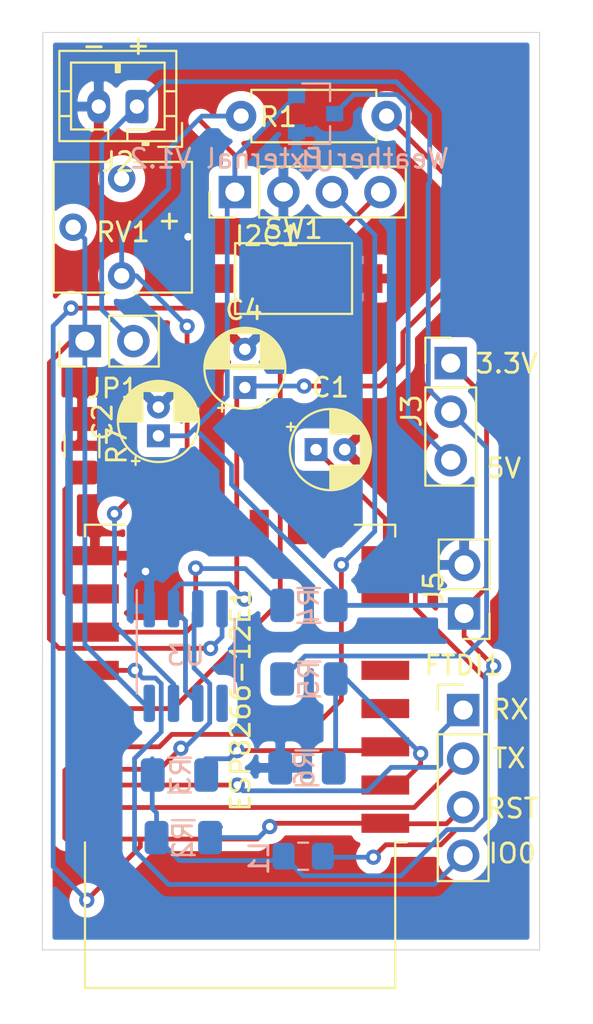
<source format=kicad_pcb>
(kicad_pcb (version 20171130) (host pcbnew "(5.1.6-0-10_14)")

  (general
    (thickness 1.6)
    (drawings 14)
    (tracks 231)
    (zones 0)
    (modules 22)
    (nets 19)
  )

  (page A4)
  (layers
    (0 F.Cu signal)
    (31 B.Cu signal)
    (32 B.Adhes user)
    (33 F.Adhes user)
    (34 B.Paste user)
    (35 F.Paste user)
    (36 B.SilkS user)
    (37 F.SilkS user)
    (38 B.Mask user)
    (39 F.Mask user)
    (40 Dwgs.User user)
    (41 Cmts.User user)
    (42 Eco1.User user)
    (43 Eco2.User user)
    (44 Edge.Cuts user)
    (45 Margin user)
    (46 B.CrtYd user)
    (47 F.CrtYd user)
    (48 B.Fab user)
    (49 F.Fab user)
  )

  (setup
    (last_trace_width 0.25)
    (user_trace_width 0.381)
    (user_trace_width 0.762)
    (trace_clearance 0.2)
    (zone_clearance 0.508)
    (zone_45_only no)
    (trace_min 0.2)
    (via_size 0.8)
    (via_drill 0.4)
    (via_min_size 0.4)
    (via_min_drill 0.3)
    (uvia_size 0.3)
    (uvia_drill 0.1)
    (uvias_allowed no)
    (uvia_min_size 0.2)
    (uvia_min_drill 0.1)
    (edge_width 0.05)
    (segment_width 0.2)
    (pcb_text_width 0.3)
    (pcb_text_size 1.5 1.5)
    (mod_edge_width 0.12)
    (mod_text_size 1 1)
    (mod_text_width 0.15)
    (pad_size 1.524 1.524)
    (pad_drill 0.762)
    (pad_to_mask_clearance 0.05)
    (aux_axis_origin 0 0)
    (visible_elements FFFFFF7F)
    (pcbplotparams
      (layerselection 0x010fc_ffffffff)
      (usegerberextensions false)
      (usegerberattributes true)
      (usegerberadvancedattributes true)
      (creategerberjobfile true)
      (excludeedgelayer true)
      (linewidth 0.100000)
      (plotframeref false)
      (viasonmask false)
      (mode 1)
      (useauxorigin false)
      (hpglpennumber 1)
      (hpglpenspeed 20)
      (hpglpendiameter 15.000000)
      (psnegative false)
      (psa4output false)
      (plotreference true)
      (plotvalue true)
      (plotinvisibletext false)
      (padsonsilk false)
      (subtractmaskfromsilk false)
      (outputformat 1)
      (mirror false)
      (drillshape 0)
      (scaleselection 1)
      (outputdirectory "gerber/"))
  )

  (net 0 "")
  (net 1 GND)
  (net 2 VCC)
  (net 3 "Net-(J3-Pad3)")
  (net 4 "Net-(C4-Pad1)")
  (net 5 "Net-(JP1-Pad1)")
  (net 6 "Net-(ESP8266-12E1-Pad22)")
  (net 7 "Net-(ESP8266-12E1-Pad21)")
  (net 8 "Net-(ESP8266-12E1-Pad20)")
  (net 9 "Net-(ESP8266-12E1-Pad19)")
  (net 10 "Net-(ESP8266-12E1-Pad18)")
  (net 11 "Net-(ESP8266-12E1-Pad17)")
  (net 12 "Net-(ESP8266-12E1-Pad3)")
  (net 13 "Net-(ESP8266-12E1-Pad1)")
  (net 14 "Net-(R1-Pad1)")
  (net 15 "Net-(C1-Pad1)")
  (net 16 "Net-(ESP8266-12E1-Pad2)")
  (net 17 +3V3)
  (net 18 "Net-(ESP8266-12E1-Pad16)")

  (net_class Default "This is the default net class."
    (clearance 0.2)
    (trace_width 0.25)
    (via_dia 0.8)
    (via_drill 0.4)
    (uvia_dia 0.3)
    (uvia_drill 0.1)
    (add_net +3V3)
    (add_net GND)
    (add_net "Net-(C1-Pad1)")
    (add_net "Net-(C4-Pad1)")
    (add_net "Net-(ESP8266-12E1-Pad1)")
    (add_net "Net-(ESP8266-12E1-Pad10)")
    (add_net "Net-(ESP8266-12E1-Pad11)")
    (add_net "Net-(ESP8266-12E1-Pad12)")
    (add_net "Net-(ESP8266-12E1-Pad13)")
    (add_net "Net-(ESP8266-12E1-Pad14)")
    (add_net "Net-(ESP8266-12E1-Pad16)")
    (add_net "Net-(ESP8266-12E1-Pad17)")
    (add_net "Net-(ESP8266-12E1-Pad18)")
    (add_net "Net-(ESP8266-12E1-Pad19)")
    (add_net "Net-(ESP8266-12E1-Pad2)")
    (add_net "Net-(ESP8266-12E1-Pad20)")
    (add_net "Net-(ESP8266-12E1-Pad21)")
    (add_net "Net-(ESP8266-12E1-Pad22)")
    (add_net "Net-(ESP8266-12E1-Pad3)")
    (add_net "Net-(ESP8266-12E1-Pad4)")
    (add_net "Net-(ESP8266-12E1-Pad5)")
    (add_net "Net-(ESP8266-12E1-Pad6)")
    (add_net "Net-(ESP8266-12E1-Pad7)")
    (add_net "Net-(ESP8266-12E1-Pad9)")
    (add_net "Net-(J3-Pad3)")
    (add_net "Net-(JP1-Pad1)")
    (add_net "Net-(R1-Pad1)")
    (add_net "Net-(RV1-Pad1)")
    (add_net "Net-(U3-Pad5)")
    (add_net VCC)
  )

  (module Capacitor_THT:CP_Radial_D4.0mm_P1.50mm (layer F.Cu) (tedit 5AE50EF0) (tstamp 5F8E086B)
    (at 5.05 70.104 90)
    (descr "CP, Radial series, Radial, pin pitch=1.50mm, , diameter=4mm, Electrolytic Capacitor")
    (tags "CP Radial series Radial pin pitch 1.50mm  diameter 4mm Electrolytic Capacitor")
    (path /5FB2DEAE)
    (fp_text reference C2 (at 0.725 -2.925 90) (layer F.SilkS)
      (effects (font (size 1 1) (thickness 0.15)))
    )
    (fp_text value 47uf (at 0.75 3.25 90) (layer F.Fab)
      (effects (font (size 1 1) (thickness 0.15)))
    )
    (fp_line (start -1.319801 -1.395) (end -1.319801 -0.995) (layer F.SilkS) (width 0.12))
    (fp_line (start -1.519801 -1.195) (end -1.119801 -1.195) (layer F.SilkS) (width 0.12))
    (fp_line (start 2.831 -0.37) (end 2.831 0.37) (layer F.SilkS) (width 0.12))
    (fp_line (start 2.791 -0.537) (end 2.791 0.537) (layer F.SilkS) (width 0.12))
    (fp_line (start 2.751 -0.664) (end 2.751 0.664) (layer F.SilkS) (width 0.12))
    (fp_line (start 2.711 -0.768) (end 2.711 0.768) (layer F.SilkS) (width 0.12))
    (fp_line (start 2.671 -0.859) (end 2.671 0.859) (layer F.SilkS) (width 0.12))
    (fp_line (start 2.631 -0.94) (end 2.631 0.94) (layer F.SilkS) (width 0.12))
    (fp_line (start 2.591 -1.013) (end 2.591 1.013) (layer F.SilkS) (width 0.12))
    (fp_line (start 2.551 -1.08) (end 2.551 1.08) (layer F.SilkS) (width 0.12))
    (fp_line (start 2.511 -1.142) (end 2.511 1.142) (layer F.SilkS) (width 0.12))
    (fp_line (start 2.471 -1.2) (end 2.471 1.2) (layer F.SilkS) (width 0.12))
    (fp_line (start 2.431 -1.254) (end 2.431 1.254) (layer F.SilkS) (width 0.12))
    (fp_line (start 2.391 -1.304) (end 2.391 1.304) (layer F.SilkS) (width 0.12))
    (fp_line (start 2.351 -1.351) (end 2.351 1.351) (layer F.SilkS) (width 0.12))
    (fp_line (start 2.311 0.84) (end 2.311 1.396) (layer F.SilkS) (width 0.12))
    (fp_line (start 2.311 -1.396) (end 2.311 -0.84) (layer F.SilkS) (width 0.12))
    (fp_line (start 2.271 0.84) (end 2.271 1.438) (layer F.SilkS) (width 0.12))
    (fp_line (start 2.271 -1.438) (end 2.271 -0.84) (layer F.SilkS) (width 0.12))
    (fp_line (start 2.231 0.84) (end 2.231 1.478) (layer F.SilkS) (width 0.12))
    (fp_line (start 2.231 -1.478) (end 2.231 -0.84) (layer F.SilkS) (width 0.12))
    (fp_line (start 2.191 0.84) (end 2.191 1.516) (layer F.SilkS) (width 0.12))
    (fp_line (start 2.191 -1.516) (end 2.191 -0.84) (layer F.SilkS) (width 0.12))
    (fp_line (start 2.151 0.84) (end 2.151 1.552) (layer F.SilkS) (width 0.12))
    (fp_line (start 2.151 -1.552) (end 2.151 -0.84) (layer F.SilkS) (width 0.12))
    (fp_line (start 2.111 0.84) (end 2.111 1.587) (layer F.SilkS) (width 0.12))
    (fp_line (start 2.111 -1.587) (end 2.111 -0.84) (layer F.SilkS) (width 0.12))
    (fp_line (start 2.071 0.84) (end 2.071 1.619) (layer F.SilkS) (width 0.12))
    (fp_line (start 2.071 -1.619) (end 2.071 -0.84) (layer F.SilkS) (width 0.12))
    (fp_line (start 2.031 0.84) (end 2.031 1.65) (layer F.SilkS) (width 0.12))
    (fp_line (start 2.031 -1.65) (end 2.031 -0.84) (layer F.SilkS) (width 0.12))
    (fp_line (start 1.991 0.84) (end 1.991 1.68) (layer F.SilkS) (width 0.12))
    (fp_line (start 1.991 -1.68) (end 1.991 -0.84) (layer F.SilkS) (width 0.12))
    (fp_line (start 1.951 0.84) (end 1.951 1.708) (layer F.SilkS) (width 0.12))
    (fp_line (start 1.951 -1.708) (end 1.951 -0.84) (layer F.SilkS) (width 0.12))
    (fp_line (start 1.911 0.84) (end 1.911 1.735) (layer F.SilkS) (width 0.12))
    (fp_line (start 1.911 -1.735) (end 1.911 -0.84) (layer F.SilkS) (width 0.12))
    (fp_line (start 1.871 0.84) (end 1.871 1.76) (layer F.SilkS) (width 0.12))
    (fp_line (start 1.871 -1.76) (end 1.871 -0.84) (layer F.SilkS) (width 0.12))
    (fp_line (start 1.831 0.84) (end 1.831 1.785) (layer F.SilkS) (width 0.12))
    (fp_line (start 1.831 -1.785) (end 1.831 -0.84) (layer F.SilkS) (width 0.12))
    (fp_line (start 1.791 0.84) (end 1.791 1.808) (layer F.SilkS) (width 0.12))
    (fp_line (start 1.791 -1.808) (end 1.791 -0.84) (layer F.SilkS) (width 0.12))
    (fp_line (start 1.751 0.84) (end 1.751 1.83) (layer F.SilkS) (width 0.12))
    (fp_line (start 1.751 -1.83) (end 1.751 -0.84) (layer F.SilkS) (width 0.12))
    (fp_line (start 1.711 0.84) (end 1.711 1.851) (layer F.SilkS) (width 0.12))
    (fp_line (start 1.711 -1.851) (end 1.711 -0.84) (layer F.SilkS) (width 0.12))
    (fp_line (start 1.671 0.84) (end 1.671 1.87) (layer F.SilkS) (width 0.12))
    (fp_line (start 1.671 -1.87) (end 1.671 -0.84) (layer F.SilkS) (width 0.12))
    (fp_line (start 1.631 0.84) (end 1.631 1.889) (layer F.SilkS) (width 0.12))
    (fp_line (start 1.631 -1.889) (end 1.631 -0.84) (layer F.SilkS) (width 0.12))
    (fp_line (start 1.591 0.84) (end 1.591 1.907) (layer F.SilkS) (width 0.12))
    (fp_line (start 1.591 -1.907) (end 1.591 -0.84) (layer F.SilkS) (width 0.12))
    (fp_line (start 1.551 0.84) (end 1.551 1.924) (layer F.SilkS) (width 0.12))
    (fp_line (start 1.551 -1.924) (end 1.551 -0.84) (layer F.SilkS) (width 0.12))
    (fp_line (start 1.511 0.84) (end 1.511 1.94) (layer F.SilkS) (width 0.12))
    (fp_line (start 1.511 -1.94) (end 1.511 -0.84) (layer F.SilkS) (width 0.12))
    (fp_line (start 1.471 0.84) (end 1.471 1.954) (layer F.SilkS) (width 0.12))
    (fp_line (start 1.471 -1.954) (end 1.471 -0.84) (layer F.SilkS) (width 0.12))
    (fp_line (start 1.43 0.84) (end 1.43 1.968) (layer F.SilkS) (width 0.12))
    (fp_line (start 1.43 -1.968) (end 1.43 -0.84) (layer F.SilkS) (width 0.12))
    (fp_line (start 1.39 0.84) (end 1.39 1.982) (layer F.SilkS) (width 0.12))
    (fp_line (start 1.39 -1.982) (end 1.39 -0.84) (layer F.SilkS) (width 0.12))
    (fp_line (start 1.35 0.84) (end 1.35 1.994) (layer F.SilkS) (width 0.12))
    (fp_line (start 1.35 -1.994) (end 1.35 -0.84) (layer F.SilkS) (width 0.12))
    (fp_line (start 1.31 0.84) (end 1.31 2.005) (layer F.SilkS) (width 0.12))
    (fp_line (start 1.31 -2.005) (end 1.31 -0.84) (layer F.SilkS) (width 0.12))
    (fp_line (start 1.27 0.84) (end 1.27 2.016) (layer F.SilkS) (width 0.12))
    (fp_line (start 1.27 -2.016) (end 1.27 -0.84) (layer F.SilkS) (width 0.12))
    (fp_line (start 1.23 0.84) (end 1.23 2.025) (layer F.SilkS) (width 0.12))
    (fp_line (start 1.23 -2.025) (end 1.23 -0.84) (layer F.SilkS) (width 0.12))
    (fp_line (start 1.19 0.84) (end 1.19 2.034) (layer F.SilkS) (width 0.12))
    (fp_line (start 1.19 -2.034) (end 1.19 -0.84) (layer F.SilkS) (width 0.12))
    (fp_line (start 1.15 0.84) (end 1.15 2.042) (layer F.SilkS) (width 0.12))
    (fp_line (start 1.15 -2.042) (end 1.15 -0.84) (layer F.SilkS) (width 0.12))
    (fp_line (start 1.11 0.84) (end 1.11 2.05) (layer F.SilkS) (width 0.12))
    (fp_line (start 1.11 -2.05) (end 1.11 -0.84) (layer F.SilkS) (width 0.12))
    (fp_line (start 1.07 0.84) (end 1.07 2.056) (layer F.SilkS) (width 0.12))
    (fp_line (start 1.07 -2.056) (end 1.07 -0.84) (layer F.SilkS) (width 0.12))
    (fp_line (start 1.03 0.84) (end 1.03 2.062) (layer F.SilkS) (width 0.12))
    (fp_line (start 1.03 -2.062) (end 1.03 -0.84) (layer F.SilkS) (width 0.12))
    (fp_line (start 0.99 0.84) (end 0.99 2.067) (layer F.SilkS) (width 0.12))
    (fp_line (start 0.99 -2.067) (end 0.99 -0.84) (layer F.SilkS) (width 0.12))
    (fp_line (start 0.95 0.84) (end 0.95 2.071) (layer F.SilkS) (width 0.12))
    (fp_line (start 0.95 -2.071) (end 0.95 -0.84) (layer F.SilkS) (width 0.12))
    (fp_line (start 0.91 0.84) (end 0.91 2.074) (layer F.SilkS) (width 0.12))
    (fp_line (start 0.91 -2.074) (end 0.91 -0.84) (layer F.SilkS) (width 0.12))
    (fp_line (start 0.87 0.84) (end 0.87 2.077) (layer F.SilkS) (width 0.12))
    (fp_line (start 0.87 -2.077) (end 0.87 -0.84) (layer F.SilkS) (width 0.12))
    (fp_line (start 0.83 -2.079) (end 0.83 -0.84) (layer F.SilkS) (width 0.12))
    (fp_line (start 0.83 0.84) (end 0.83 2.079) (layer F.SilkS) (width 0.12))
    (fp_line (start 0.79 -2.08) (end 0.79 -0.84) (layer F.SilkS) (width 0.12))
    (fp_line (start 0.79 0.84) (end 0.79 2.08) (layer F.SilkS) (width 0.12))
    (fp_line (start 0.75 -2.08) (end 0.75 -0.84) (layer F.SilkS) (width 0.12))
    (fp_line (start 0.75 0.84) (end 0.75 2.08) (layer F.SilkS) (width 0.12))
    (fp_line (start -0.752554 -1.0675) (end -0.752554 -0.6675) (layer F.Fab) (width 0.1))
    (fp_line (start -0.952554 -0.8675) (end -0.552554 -0.8675) (layer F.Fab) (width 0.1))
    (fp_circle (center 0.75 0) (end 3 0) (layer F.CrtYd) (width 0.05))
    (fp_circle (center 0.75 0) (end 2.87 0) (layer F.SilkS) (width 0.12))
    (fp_circle (center 0.75 0) (end 2.75 0) (layer F.Fab) (width 0.1))
    (fp_text user %R (at 0.75 0 90) (layer F.Fab)
      (effects (font (size 0.8 0.8) (thickness 0.12)))
    )
    (pad 2 thru_hole circle (at 1.5 0 90) (size 1.2 1.2) (drill 0.6) (layers *.Cu *.Mask)
      (net 1 GND))
    (pad 1 thru_hole rect (at 0 0 90) (size 1.2 1.2) (drill 0.6) (layers *.Cu *.Mask)
      (net 17 +3V3))
    (model ${KISYS3DMOD}/Capacitor_THT.3dshapes/CP_Radial_D4.0mm_P1.50mm.wrl
      (at (xyz 0 0 0))
      (scale (xyz 1 1 1))
      (rotate (xyz 0 0 0))
    )
  )

  (module Potentiometer_THT:Potentiometer_Vishay_T73YP_Vertical (layer F.Cu) (tedit 5A3D4993) (tstamp 5F82789C)
    (at 3.125 56.65 180)
    (descr "Potentiometer, vertical, Vishay T73YP, http://www.vishay.com/docs/51016/t73.pdf")
    (tags "Potentiometer vertical Vishay T73YP")
    (path /5F9DE9A4)
    (fp_text reference RV1 (at -0.075 -2.8) (layer F.SilkS)
      (effects (font (size 1 1) (thickness 0.15)))
    )
    (fp_text value 1M (at -0.06 2.01) (layer F.Fab)
      (effects (font (size 1 1) (thickness 0.15)))
    )
    (fp_circle (center 0.24 -2.54) (end 1.74 -2.54) (layer F.Fab) (width 0.1))
    (fp_line (start -3.56 -5.84) (end -3.56 0.76) (layer F.Fab) (width 0.1))
    (fp_line (start -3.56 0.76) (end 3.44 0.76) (layer F.Fab) (width 0.1))
    (fp_line (start 3.44 0.76) (end 3.44 -5.84) (layer F.Fab) (width 0.1))
    (fp_line (start 3.44 -5.84) (end -3.56 -5.84) (layer F.Fab) (width 0.1))
    (fp_line (start -0.961 -2.616) (end 0.164 -2.616) (layer F.Fab) (width 0.1))
    (fp_line (start 0.164 -2.616) (end 0.164 -3.741) (layer F.Fab) (width 0.1))
    (fp_line (start 0.164 -3.741) (end 0.316 -3.741) (layer F.Fab) (width 0.1))
    (fp_line (start 0.316 -3.741) (end 0.316 -2.616) (layer F.Fab) (width 0.1))
    (fp_line (start 0.316 -2.616) (end 1.441 -2.616) (layer F.Fab) (width 0.1))
    (fp_line (start 1.441 -2.616) (end 1.441 -2.464) (layer F.Fab) (width 0.1))
    (fp_line (start 1.441 -2.464) (end 0.316 -2.464) (layer F.Fab) (width 0.1))
    (fp_line (start 0.316 -2.464) (end 0.316 -1.339) (layer F.Fab) (width 0.1))
    (fp_line (start 0.316 -1.339) (end 0.164 -1.339) (layer F.Fab) (width 0.1))
    (fp_line (start 0.164 -1.339) (end 0.164 -2.464) (layer F.Fab) (width 0.1))
    (fp_line (start 0.164 -2.464) (end -0.961 -2.464) (layer F.Fab) (width 0.1))
    (fp_line (start -0.961 -2.464) (end -0.961 -2.616) (layer F.Fab) (width 0.1))
    (fp_line (start -3.68 -5.96) (end -0.65 -5.96) (layer F.SilkS) (width 0.12))
    (fp_line (start 0.65 -5.96) (end 3.56 -5.96) (layer F.SilkS) (width 0.12))
    (fp_line (start -3.68 0.88) (end -0.65 0.88) (layer F.SilkS) (width 0.12))
    (fp_line (start 0.65 0.88) (end 3.56 0.88) (layer F.SilkS) (width 0.12))
    (fp_line (start -3.68 -5.96) (end -3.68 0.88) (layer F.SilkS) (width 0.12))
    (fp_line (start 3.56 -5.96) (end 3.56 0.88) (layer F.SilkS) (width 0.12))
    (fp_line (start -3.85 -6.1) (end -3.85 1.05) (layer F.CrtYd) (width 0.05))
    (fp_line (start -3.85 1.05) (end 3.7 1.05) (layer F.CrtYd) (width 0.05))
    (fp_line (start 3.7 1.05) (end 3.7 -6.1) (layer F.CrtYd) (width 0.05))
    (fp_line (start 3.7 -6.1) (end -3.85 -6.1) (layer F.CrtYd) (width 0.05))
    (fp_text user %R (at -0.05 -2.8 180) (layer F.Fab)
      (effects (font (size 1 1) (thickness 0.15)))
    )
    (pad 1 thru_hole circle (at 0 0 180) (size 1.44 1.44) (drill 0.8) (layers *.Cu *.Mask))
    (pad 2 thru_hole circle (at 2.54 -2.54 180) (size 1.44 1.44) (drill 0.8) (layers *.Cu *.Mask)
      (net 5 "Net-(JP1-Pad1)"))
    (pad 3 thru_hole circle (at 0 -5.08 180) (size 1.44 1.44) (drill 0.8) (layers *.Cu *.Mask)
      (net 14 "Net-(R1-Pad1)"))
    (model ${KISYS3DMOD}/Potentiometer_THT.3dshapes/Potentiometer_Vishay_T73YP_Vertical.wrl
      (at (xyz 0 0 0))
      (scale (xyz 1 1 1))
      (rotate (xyz 0 0 0))
    )
  )

  (module Button_Switch_SMD:SW_SPST_CK_RS282G05A3 (layer F.Cu) (tedit 5A7A67D2) (tstamp 5F8275DB)
    (at 12.125 61.875)
    (descr https://www.mouser.com/ds/2/60/RS-282G05A-SM_RT-1159762.pdf)
    (tags "SPST button tactile switch")
    (path /5F982610)
    (attr smd)
    (fp_text reference SW1 (at 0 -2.6) (layer F.SilkS)
      (effects (font (size 1 1) (thickness 0.15)))
    )
    (fp_text value SW_Push (at 0 3) (layer F.Fab)
      (effects (font (size 1 1) (thickness 0.15)))
    )
    (fp_line (start 3 -1.8) (end 3 1.8) (layer F.Fab) (width 0.1))
    (fp_line (start -3 -1.8) (end -3 1.8) (layer F.Fab) (width 0.1))
    (fp_line (start -3 -1.8) (end 3 -1.8) (layer F.Fab) (width 0.1))
    (fp_line (start -3 1.8) (end 3 1.8) (layer F.Fab) (width 0.1))
    (fp_line (start -1.5 -0.8) (end -1.5 0.8) (layer F.Fab) (width 0.1))
    (fp_line (start 1.5 -0.8) (end 1.5 0.8) (layer F.Fab) (width 0.1))
    (fp_line (start -1.5 -0.8) (end 1.5 -0.8) (layer F.Fab) (width 0.1))
    (fp_line (start -1.5 0.8) (end 1.5 0.8) (layer F.Fab) (width 0.1))
    (fp_line (start -3.06 1.85) (end -3.06 -1.85) (layer F.SilkS) (width 0.12))
    (fp_line (start 3.06 1.85) (end -3.06 1.85) (layer F.SilkS) (width 0.12))
    (fp_line (start 3.06 -1.85) (end 3.06 1.85) (layer F.SilkS) (width 0.12))
    (fp_line (start -3.06 -1.85) (end 3.06 -1.85) (layer F.SilkS) (width 0.12))
    (fp_line (start -1.75 1) (end -1.75 -1) (layer F.Fab) (width 0.1))
    (fp_line (start 1.75 1) (end -1.75 1) (layer F.Fab) (width 0.1))
    (fp_line (start 1.75 -1) (end 1.75 1) (layer F.Fab) (width 0.1))
    (fp_line (start -1.75 -1) (end 1.75 -1) (layer F.Fab) (width 0.1))
    (fp_line (start -4.9 -2.05) (end 4.9 -2.05) (layer F.CrtYd) (width 0.05))
    (fp_line (start 4.9 -2.05) (end 4.9 2.05) (layer F.CrtYd) (width 0.05))
    (fp_line (start 4.9 2.05) (end -4.9 2.05) (layer F.CrtYd) (width 0.05))
    (fp_line (start -4.9 2.05) (end -4.9 -2.05) (layer F.CrtYd) (width 0.05))
    (fp_text user %R (at 0 -2.6) (layer F.Fab)
      (effects (font (size 1 1) (thickness 0.15)))
    )
    (pad 2 smd rect (at 3.9 0) (size 1.5 1.5) (layers F.Cu F.Paste F.Mask)
      (net 1 GND))
    (pad 1 smd rect (at -3.9 0) (size 1.5 1.5) (layers F.Cu F.Paste F.Mask)
      (net 13 "Net-(ESP8266-12E1-Pad1)"))
    (model ${KISYS3DMOD}/Button_Switch_SMD.3dshapes/SW_SPST_CK_RS282G05A3.wrl
      (at (xyz 0 0 0))
      (scale (xyz 1 1 1))
      (rotate (xyz 0 0 0))
    )
  )

  (module Resistor_SMD:R_1206_3216Metric (layer F.Cu) (tedit 5B301BBD) (tstamp 5F8E5C1C)
    (at 1.05 70.625 270)
    (descr "Resistor SMD 1206 (3216 Metric), square (rectangular) end terminal, IPC_7351 nominal, (Body size source: http://www.tortai-tech.com/upload/download/2011102023233369053.pdf), generated with kicad-footprint-generator")
    (tags resistor)
    (path /5FC4EDAF)
    (attr smd)
    (fp_text reference R7 (at 0 -1.82 90) (layer F.SilkS)
      (effects (font (size 1 1) (thickness 0.15)))
    )
    (fp_text value 5k (at 0 1.82 90) (layer F.Fab)
      (effects (font (size 1 1) (thickness 0.15)))
    )
    (fp_line (start 2.28 1.12) (end -2.28 1.12) (layer F.CrtYd) (width 0.05))
    (fp_line (start 2.28 -1.12) (end 2.28 1.12) (layer F.CrtYd) (width 0.05))
    (fp_line (start -2.28 -1.12) (end 2.28 -1.12) (layer F.CrtYd) (width 0.05))
    (fp_line (start -2.28 1.12) (end -2.28 -1.12) (layer F.CrtYd) (width 0.05))
    (fp_line (start -0.602064 0.91) (end 0.602064 0.91) (layer F.SilkS) (width 0.12))
    (fp_line (start -0.602064 -0.91) (end 0.602064 -0.91) (layer F.SilkS) (width 0.12))
    (fp_line (start 1.6 0.8) (end -1.6 0.8) (layer F.Fab) (width 0.1))
    (fp_line (start 1.6 -0.8) (end 1.6 0.8) (layer F.Fab) (width 0.1))
    (fp_line (start -1.6 -0.8) (end 1.6 -0.8) (layer F.Fab) (width 0.1))
    (fp_line (start -1.6 0.8) (end -1.6 -0.8) (layer F.Fab) (width 0.1))
    (fp_text user %R (at 0 0 90) (layer F.Fab)
      (effects (font (size 0.8 0.8) (thickness 0.12)))
    )
    (pad 2 smd roundrect (at 1.4 0 270) (size 1.25 1.75) (layers F.Cu F.Paste F.Mask) (roundrect_rratio 0.2)
      (net 18 "Net-(ESP8266-12E1-Pad16)"))
    (pad 1 smd roundrect (at -1.4 0 270) (size 1.25 1.75) (layers F.Cu F.Paste F.Mask) (roundrect_rratio 0.2)
      (net 1 GND))
    (model ${KISYS3DMOD}/Resistor_SMD.3dshapes/R_1206_3216Metric.wrl
      (at (xyz 0 0 0))
      (scale (xyz 1 1 1))
      (rotate (xyz 0 0 0))
    )
  )

  (module Connector_PinHeader_2.54mm:PinHeader_1x03_P2.54mm_Vertical (layer F.Cu) (tedit 59FED5CC) (tstamp 5F82743E)
    (at 20.35 66.3)
    (descr "Through hole straight pin header, 1x03, 2.54mm pitch, single row")
    (tags "Through hole pin header THT 1x03 2.54mm single row")
    (path /5F9B720F)
    (fp_text reference J3 (at -2.05 2.5 270) (layer F.SilkS)
      (effects (font (size 1 1) (thickness 0.15)))
    )
    (fp_text value Conn_01x03_Male (at 0 7.41) (layer F.Fab)
      (effects (font (size 1 1) (thickness 0.15)))
    )
    (fp_line (start 1.8 -1.8) (end -1.8 -1.8) (layer F.CrtYd) (width 0.05))
    (fp_line (start 1.8 6.85) (end 1.8 -1.8) (layer F.CrtYd) (width 0.05))
    (fp_line (start -1.8 6.85) (end 1.8 6.85) (layer F.CrtYd) (width 0.05))
    (fp_line (start -1.8 -1.8) (end -1.8 6.85) (layer F.CrtYd) (width 0.05))
    (fp_line (start -1.33 -1.33) (end 0 -1.33) (layer F.SilkS) (width 0.12))
    (fp_line (start -1.33 0) (end -1.33 -1.33) (layer F.SilkS) (width 0.12))
    (fp_line (start -1.33 1.27) (end 1.33 1.27) (layer F.SilkS) (width 0.12))
    (fp_line (start 1.33 1.27) (end 1.33 6.41) (layer F.SilkS) (width 0.12))
    (fp_line (start -1.33 1.27) (end -1.33 6.41) (layer F.SilkS) (width 0.12))
    (fp_line (start -1.33 6.41) (end 1.33 6.41) (layer F.SilkS) (width 0.12))
    (fp_line (start -1.27 -0.635) (end -0.635 -1.27) (layer F.Fab) (width 0.1))
    (fp_line (start -1.27 6.35) (end -1.27 -0.635) (layer F.Fab) (width 0.1))
    (fp_line (start 1.27 6.35) (end -1.27 6.35) (layer F.Fab) (width 0.1))
    (fp_line (start 1.27 -1.27) (end 1.27 6.35) (layer F.Fab) (width 0.1))
    (fp_line (start -0.635 -1.27) (end 1.27 -1.27) (layer F.Fab) (width 0.1))
    (fp_text user %R (at 0 2.54 90) (layer F.Fab)
      (effects (font (size 1 1) (thickness 0.15)))
    )
    (pad 3 thru_hole oval (at 0 5.08) (size 1.7 1.7) (drill 1) (layers *.Cu *.Mask)
      (net 3 "Net-(J3-Pad3)"))
    (pad 2 thru_hole oval (at 0 2.54) (size 1.7 1.7) (drill 1) (layers *.Cu *.Mask)
      (net 2 VCC))
    (pad 1 thru_hole rect (at 0 0) (size 1.7 1.7) (drill 1) (layers *.Cu *.Mask)
      (net 17 +3V3))
    (model ${KISYS3DMOD}/Connector_PinHeader_2.54mm.3dshapes/PinHeader_1x03_P2.54mm_Vertical.wrl
      (at (xyz 0 0 0))
      (scale (xyz 1 1 1))
      (rotate (xyz 0 0 0))
    )
  )

  (module RF_Module:ESP-12E (layer F.Cu) (tedit 5A030172) (tstamp 5F85215A)
    (at 9.325 86.875 180)
    (descr "Wi-Fi Module, http://wiki.ai-thinker.com/_media/esp8266/docs/aithinker_esp_12f_datasheet_en.pdf")
    (tags "Wi-Fi Module")
    (path /5F972F46)
    (attr smd)
    (fp_text reference ESP8266-12E1 (at -0.025 2.95 90) (layer F.SilkS)
      (effects (font (size 1 1) (thickness 0.15)))
    )
    (fp_text value ESP8266-12E_ESP-12E (at -0.15 -13.15) (layer F.Fab)
      (effects (font (size 1 1) (thickness 0.15)))
    )
    (fp_line (start 5.56 -4.8) (end 8.12 -7.36) (layer Dwgs.User) (width 0.12))
    (fp_line (start 2.56 -4.8) (end 8.12 -10.36) (layer Dwgs.User) (width 0.12))
    (fp_line (start -0.44 -4.8) (end 6.88 -12.12) (layer Dwgs.User) (width 0.12))
    (fp_line (start -3.44 -4.8) (end 3.88 -12.12) (layer Dwgs.User) (width 0.12))
    (fp_line (start -6.44 -4.8) (end 0.88 -12.12) (layer Dwgs.User) (width 0.12))
    (fp_line (start -8.12 -6.12) (end -2.12 -12.12) (layer Dwgs.User) (width 0.12))
    (fp_line (start -8.12 -9.12) (end -5.12 -12.12) (layer Dwgs.User) (width 0.12))
    (fp_line (start -8.12 -4.8) (end -8.12 -12.12) (layer Dwgs.User) (width 0.12))
    (fp_line (start 8.12 -4.8) (end -8.12 -4.8) (layer Dwgs.User) (width 0.12))
    (fp_line (start 8.12 -12.12) (end 8.12 -4.8) (layer Dwgs.User) (width 0.12))
    (fp_line (start -8.12 -12.12) (end 8.12 -12.12) (layer Dwgs.User) (width 0.12))
    (fp_line (start -8.12 -4.5) (end -8.73 -4.5) (layer F.SilkS) (width 0.12))
    (fp_line (start -8.12 -4.5) (end -8.12 -12.12) (layer F.SilkS) (width 0.12))
    (fp_line (start -8.12 12.12) (end -8.12 11.5) (layer F.SilkS) (width 0.12))
    (fp_line (start -6 12.12) (end -8.12 12.12) (layer F.SilkS) (width 0.12))
    (fp_line (start 8.12 12.12) (end 6 12.12) (layer F.SilkS) (width 0.12))
    (fp_line (start 8.12 11.5) (end 8.12 12.12) (layer F.SilkS) (width 0.12))
    (fp_line (start 8.12 -12.12) (end 8.12 -4.5) (layer F.SilkS) (width 0.12))
    (fp_line (start -8.12 -12.12) (end 8.12 -12.12) (layer F.SilkS) (width 0.12))
    (fp_line (start -9.05 13.1) (end -9.05 -12.2) (layer F.CrtYd) (width 0.05))
    (fp_line (start 9.05 13.1) (end -9.05 13.1) (layer F.CrtYd) (width 0.05))
    (fp_line (start 9.05 -12.2) (end 9.05 13.1) (layer F.CrtYd) (width 0.05))
    (fp_line (start -9.05 -12.2) (end 9.05 -12.2) (layer F.CrtYd) (width 0.05))
    (fp_line (start -8 -4) (end -8 -12) (layer F.Fab) (width 0.12))
    (fp_line (start -7.5 -3.5) (end -8 -4) (layer F.Fab) (width 0.12))
    (fp_line (start -8 -3) (end -7.5 -3.5) (layer F.Fab) (width 0.12))
    (fp_line (start -8 12) (end -8 -3) (layer F.Fab) (width 0.12))
    (fp_line (start 8 12) (end -8 12) (layer F.Fab) (width 0.12))
    (fp_line (start 8 -12) (end 8 12) (layer F.Fab) (width 0.12))
    (fp_line (start -8 -12) (end 8 -12) (layer F.Fab) (width 0.12))
    (fp_text user %R (at 0 3.025 90) (layer F.Fab)
      (effects (font (size 1 1) (thickness 0.15)))
    )
    (fp_text user "KEEP-OUT ZONE" (at 0.03 -9.55 180) (layer Cmts.User)
      (effects (font (size 1 1) (thickness 0.15)))
    )
    (fp_text user Antenna (at -0.06 -7 180) (layer Cmts.User)
      (effects (font (size 1 1) (thickness 0.15)))
    )
    (pad 22 smd rect (at 7.6 -3.5 180) (size 2.5 1) (layers F.Cu F.Paste F.Mask)
      (net 6 "Net-(ESP8266-12E1-Pad22)"))
    (pad 21 smd rect (at 7.6 -1.5 180) (size 2.5 1) (layers F.Cu F.Paste F.Mask)
      (net 7 "Net-(ESP8266-12E1-Pad21)"))
    (pad 20 smd rect (at 7.6 0.5 180) (size 2.5 1) (layers F.Cu F.Paste F.Mask)
      (net 8 "Net-(ESP8266-12E1-Pad20)"))
    (pad 19 smd rect (at 7.6 2.5 180) (size 2.5 1) (layers F.Cu F.Paste F.Mask)
      (net 9 "Net-(ESP8266-12E1-Pad19)"))
    (pad 18 smd rect (at 7.6 4.5 180) (size 2.5 1) (layers F.Cu F.Paste F.Mask)
      (net 10 "Net-(ESP8266-12E1-Pad18)"))
    (pad 17 smd rect (at 7.6 6.5 180) (size 2.5 1) (layers F.Cu F.Paste F.Mask)
      (net 11 "Net-(ESP8266-12E1-Pad17)"))
    (pad 16 smd rect (at 7.6 8.5 180) (size 2.5 1) (layers F.Cu F.Paste F.Mask)
      (net 18 "Net-(ESP8266-12E1-Pad16)"))
    (pad 15 smd rect (at 7.6 10.5 180) (size 2.5 1) (layers F.Cu F.Paste F.Mask)
      (net 1 GND))
    (pad 14 smd rect (at 5 12 180) (size 1 1.8) (layers F.Cu F.Paste F.Mask))
    (pad 13 smd rect (at 3 12 180) (size 1 1.8) (layers F.Cu F.Paste F.Mask))
    (pad 12 smd rect (at 1 12 180) (size 1 1.8) (layers F.Cu F.Paste F.Mask))
    (pad 11 smd rect (at -1 12 180) (size 1 1.8) (layers F.Cu F.Paste F.Mask))
    (pad 10 smd rect (at -3 12 180) (size 1 1.8) (layers F.Cu F.Paste F.Mask))
    (pad 9 smd rect (at -5 12 180) (size 1 1.8) (layers F.Cu F.Paste F.Mask))
    (pad 8 smd rect (at -7.6 10.5 180) (size 2.5 1) (layers F.Cu F.Paste F.Mask)
      (net 15 "Net-(C1-Pad1)"))
    (pad 7 smd rect (at -7.6 8.5 180) (size 2.5 1) (layers F.Cu F.Paste F.Mask))
    (pad 6 smd rect (at -7.6 6.5 180) (size 2.5 1) (layers F.Cu F.Paste F.Mask))
    (pad 5 smd rect (at -7.6 4.5 180) (size 2.5 1) (layers F.Cu F.Paste F.Mask))
    (pad 4 smd rect (at -7.6 2.5 180) (size 2.5 1) (layers F.Cu F.Paste F.Mask))
    (pad 3 smd rect (at -7.6 0.5 180) (size 2.5 1) (layers F.Cu F.Paste F.Mask)
      (net 12 "Net-(ESP8266-12E1-Pad3)"))
    (pad 2 smd rect (at -7.6 -1.5 180) (size 2.5 1) (layers F.Cu F.Paste F.Mask)
      (net 16 "Net-(ESP8266-12E1-Pad2)"))
    (pad 1 smd rect (at -7.6 -3.5 180) (size 2.5 1) (layers F.Cu F.Paste F.Mask)
      (net 13 "Net-(ESP8266-12E1-Pad1)"))
    (model ${KISYS3DMOD}/RF_Module.3dshapes/ESP-12E.wrl
      (at (xyz 0 0 0))
      (scale (xyz 1 1 1))
      (rotate (xyz 0 0 0))
    )
  )

  (module Inductor_SMD:L_0805_2012Metric_Pad1.15x1.40mm_HandSolder (layer B.Cu) (tedit 5B36C52B) (tstamp 5F8E0AEF)
    (at 12.625 92.1 180)
    (descr "Capacitor SMD 0805 (2012 Metric), square (rectangular) end terminal, IPC_7351 nominal with elongated pad for handsoldering. (Body size source: https://docs.google.com/spreadsheets/d/1BsfQQcO9C6DZCsRaXUlFlo91Tg2WpOkGARC1WS5S8t0/edit?usp=sharing), generated with kicad-footprint-generator")
    (tags "inductor handsolder")
    (path /5FB2D88D)
    (attr smd)
    (fp_text reference L1 (at 2.3 -0.1 270) (layer B.SilkS)
      (effects (font (size 1 1) (thickness 0.15)) (justify mirror))
    )
    (fp_text value INDUCTOR (at 0 -1.65 180) (layer B.Fab)
      (effects (font (size 1 1) (thickness 0.15)) (justify mirror))
    )
    (fp_line (start 1.85 -0.95) (end -1.85 -0.95) (layer B.CrtYd) (width 0.05))
    (fp_line (start 1.85 0.95) (end 1.85 -0.95) (layer B.CrtYd) (width 0.05))
    (fp_line (start -1.85 0.95) (end 1.85 0.95) (layer B.CrtYd) (width 0.05))
    (fp_line (start -1.85 -0.95) (end -1.85 0.95) (layer B.CrtYd) (width 0.05))
    (fp_line (start -0.261252 -0.71) (end 0.261252 -0.71) (layer B.SilkS) (width 0.12))
    (fp_line (start -0.261252 0.71) (end 0.261252 0.71) (layer B.SilkS) (width 0.12))
    (fp_line (start 1 -0.6) (end -1 -0.6) (layer B.Fab) (width 0.1))
    (fp_line (start 1 0.6) (end 1 -0.6) (layer B.Fab) (width 0.1))
    (fp_line (start -1 0.6) (end 1 0.6) (layer B.Fab) (width 0.1))
    (fp_line (start -1 -0.6) (end -1 0.6) (layer B.Fab) (width 0.1))
    (fp_text user %R (at 0 0 180) (layer B.Fab)
      (effects (font (size 0.5 0.5) (thickness 0.08)) (justify mirror))
    )
    (pad 2 smd roundrect (at 1.025 0 180) (size 1.15 1.4) (layers B.Cu B.Paste B.Mask) (roundrect_rratio 0.217391)
      (net 17 +3V3))
    (pad 1 smd roundrect (at -1.025 0 180) (size 1.15 1.4) (layers B.Cu B.Paste B.Mask) (roundrect_rratio 0.217391)
      (net 15 "Net-(C1-Pad1)"))
    (model ${KISYS3DMOD}/Inductor_SMD.3dshapes/L_0805_2012Metric.wrl
      (at (xyz 0 0 0))
      (scale (xyz 1 1 1))
      (rotate (xyz 0 0 0))
    )
  )

  (module Resistor_SMD:R_1206_3216Metric (layer B.Cu) (tedit 5B301BBD) (tstamp 5F8E2FE3)
    (at 12.925 78.975 180)
    (descr "Resistor SMD 1206 (3216 Metric), square (rectangular) end terminal, IPC_7351 nominal, (Body size source: http://www.tortai-tech.com/upload/download/2011102023233369053.pdf), generated with kicad-footprint-generator")
    (tags resistor)
    (path /5F9B05BE)
    (attr smd)
    (fp_text reference R4 (at 0 -0.05 270) (layer B.SilkS)
      (effects (font (size 1 1) (thickness 0.15)) (justify mirror))
    )
    (fp_text value 5k (at 0 -1.82) (layer B.Fab)
      (effects (font (size 1 1) (thickness 0.15)) (justify mirror))
    )
    (fp_line (start 2.28 -1.12) (end -2.28 -1.12) (layer B.CrtYd) (width 0.05))
    (fp_line (start 2.28 1.12) (end 2.28 -1.12) (layer B.CrtYd) (width 0.05))
    (fp_line (start -2.28 1.12) (end 2.28 1.12) (layer B.CrtYd) (width 0.05))
    (fp_line (start -2.28 -1.12) (end -2.28 1.12) (layer B.CrtYd) (width 0.05))
    (fp_line (start -0.602064 -0.91) (end 0.602064 -0.91) (layer B.SilkS) (width 0.12))
    (fp_line (start -0.602064 0.91) (end 0.602064 0.91) (layer B.SilkS) (width 0.12))
    (fp_line (start 1.6 -0.8) (end -1.6 -0.8) (layer B.Fab) (width 0.1))
    (fp_line (start 1.6 0.8) (end 1.6 -0.8) (layer B.Fab) (width 0.1))
    (fp_line (start -1.6 0.8) (end 1.6 0.8) (layer B.Fab) (width 0.1))
    (fp_line (start -1.6 -0.8) (end -1.6 0.8) (layer B.Fab) (width 0.1))
    (fp_text user %R (at 0 0) (layer B.Fab)
      (effects (font (size 0.8 0.8) (thickness 0.12)) (justify mirror))
    )
    (pad 2 smd roundrect (at 1.4 0 180) (size 1.25 1.75) (layers B.Cu B.Paste B.Mask) (roundrect_rratio 0.2)
      (net 11 "Net-(ESP8266-12E1-Pad17)"))
    (pad 1 smd roundrect (at -1.4 0 180) (size 1.25 1.75) (layers B.Cu B.Paste B.Mask) (roundrect_rratio 0.2)
      (net 17 +3V3))
    (model ${KISYS3DMOD}/Resistor_SMD.3dshapes/R_1206_3216Metric.wrl
      (at (xyz 0 0 0))
      (scale (xyz 1 1 1))
      (rotate (xyz 0 0 0))
    )
  )

  (module Connector_JST:JST_PH_B2B-PH-K_1x02_P2.00mm_Vertical (layer F.Cu) (tedit 5B7745C2) (tstamp 5F8273FE)
    (at 3.925 52.875 180)
    (descr "JST PH series connector, B2B-PH-K (http://www.jst-mfg.com/product/pdf/eng/ePH.pdf), generated with kicad-footprint-generator")
    (tags "connector JST PH side entry")
    (path /5F981483)
    (fp_text reference J2 (at 1 -2.9) (layer F.SilkS)
      (effects (font (size 1 1) (thickness 0.15)))
    )
    (fp_text value Conn_01x02_Male (at 0.4 4.725) (layer F.Fab)
      (effects (font (size 1 1) (thickness 0.15)))
    )
    (fp_line (start -2.06 -1.81) (end -2.06 2.91) (layer F.SilkS) (width 0.12))
    (fp_line (start -2.06 2.91) (end 4.06 2.91) (layer F.SilkS) (width 0.12))
    (fp_line (start 4.06 2.91) (end 4.06 -1.81) (layer F.SilkS) (width 0.12))
    (fp_line (start 4.06 -1.81) (end -2.06 -1.81) (layer F.SilkS) (width 0.12))
    (fp_line (start -0.3 -1.81) (end -0.3 -2.01) (layer F.SilkS) (width 0.12))
    (fp_line (start -0.3 -2.01) (end -0.6 -2.01) (layer F.SilkS) (width 0.12))
    (fp_line (start -0.6 -2.01) (end -0.6 -1.81) (layer F.SilkS) (width 0.12))
    (fp_line (start -0.3 -1.91) (end -0.6 -1.91) (layer F.SilkS) (width 0.12))
    (fp_line (start 0.5 -1.81) (end 0.5 -1.2) (layer F.SilkS) (width 0.12))
    (fp_line (start 0.5 -1.2) (end -1.45 -1.2) (layer F.SilkS) (width 0.12))
    (fp_line (start -1.45 -1.2) (end -1.45 2.3) (layer F.SilkS) (width 0.12))
    (fp_line (start -1.45 2.3) (end 3.45 2.3) (layer F.SilkS) (width 0.12))
    (fp_line (start 3.45 2.3) (end 3.45 -1.2) (layer F.SilkS) (width 0.12))
    (fp_line (start 3.45 -1.2) (end 1.5 -1.2) (layer F.SilkS) (width 0.12))
    (fp_line (start 1.5 -1.2) (end 1.5 -1.81) (layer F.SilkS) (width 0.12))
    (fp_line (start -2.06 -0.5) (end -1.45 -0.5) (layer F.SilkS) (width 0.12))
    (fp_line (start -2.06 0.8) (end -1.45 0.8) (layer F.SilkS) (width 0.12))
    (fp_line (start 4.06 -0.5) (end 3.45 -0.5) (layer F.SilkS) (width 0.12))
    (fp_line (start 4.06 0.8) (end 3.45 0.8) (layer F.SilkS) (width 0.12))
    (fp_line (start 0.9 2.3) (end 0.9 1.8) (layer F.SilkS) (width 0.12))
    (fp_line (start 0.9 1.8) (end 1.1 1.8) (layer F.SilkS) (width 0.12))
    (fp_line (start 1.1 1.8) (end 1.1 2.3) (layer F.SilkS) (width 0.12))
    (fp_line (start 1 2.3) (end 1 1.8) (layer F.SilkS) (width 0.12))
    (fp_line (start -1.11 -2.11) (end -2.36 -2.11) (layer F.SilkS) (width 0.12))
    (fp_line (start -2.36 -2.11) (end -2.36 -0.86) (layer F.SilkS) (width 0.12))
    (fp_line (start -1.11 -2.11) (end -2.36 -2.11) (layer F.Fab) (width 0.1))
    (fp_line (start -2.36 -2.11) (end -2.36 -0.86) (layer F.Fab) (width 0.1))
    (fp_line (start -1.95 -1.7) (end -1.95 2.8) (layer F.Fab) (width 0.1))
    (fp_line (start -1.95 2.8) (end 3.95 2.8) (layer F.Fab) (width 0.1))
    (fp_line (start 3.95 2.8) (end 3.95 -1.7) (layer F.Fab) (width 0.1))
    (fp_line (start 3.95 -1.7) (end -1.95 -1.7) (layer F.Fab) (width 0.1))
    (fp_line (start -2.45 -2.2) (end -2.45 3.3) (layer F.CrtYd) (width 0.05))
    (fp_line (start -2.45 3.3) (end 4.45 3.3) (layer F.CrtYd) (width 0.05))
    (fp_line (start 4.45 3.3) (end 4.45 -2.2) (layer F.CrtYd) (width 0.05))
    (fp_line (start 4.45 -2.2) (end -2.45 -2.2) (layer F.CrtYd) (width 0.05))
    (fp_text user %R (at 1 1.5) (layer F.Fab)
      (effects (font (size 1 1) (thickness 0.15)))
    )
    (pad 2 thru_hole oval (at 2 0 180) (size 1.2 1.75) (drill 0.75) (layers *.Cu *.Mask)
      (net 1 GND))
    (pad 1 thru_hole roundrect (at 0 0 180) (size 1.2 1.75) (drill 0.75) (layers *.Cu *.Mask) (roundrect_rratio 0.208333)
      (net 2 VCC))
    (model ${KISYS3DMOD}/Connector_JST.3dshapes/JST_PH_B2B-PH-K_1x02_P2.00mm_Vertical.wrl
      (at (xyz 0 0 0))
      (scale (xyz 1 1 1))
      (rotate (xyz 0 0 0))
    )
  )

  (module Resistor_SMD:R_1206_3216Metric (layer B.Cu) (tedit 5B301BBD) (tstamp 5F8E476B)
    (at 12.925 82.825)
    (descr "Resistor SMD 1206 (3216 Metric), square (rectangular) end terminal, IPC_7351 nominal, (Body size source: http://www.tortai-tech.com/upload/download/2011102023233369053.pdf), generated with kicad-footprint-generator")
    (tags resistor)
    (path /5FC38C2E)
    (attr smd)
    (fp_text reference R5 (at 0 0 -90) (layer B.SilkS)
      (effects (font (size 1 1) (thickness 0.15)) (justify mirror))
    )
    (fp_text value 100k (at 0 -1.82) (layer B.Fab)
      (effects (font (size 1 1) (thickness 0.15)) (justify mirror))
    )
    (fp_line (start 2.28 -1.12) (end -2.28 -1.12) (layer B.CrtYd) (width 0.05))
    (fp_line (start 2.28 1.12) (end 2.28 -1.12) (layer B.CrtYd) (width 0.05))
    (fp_line (start -2.28 1.12) (end 2.28 1.12) (layer B.CrtYd) (width 0.05))
    (fp_line (start -2.28 -1.12) (end -2.28 1.12) (layer B.CrtYd) (width 0.05))
    (fp_line (start -0.602064 -0.91) (end 0.602064 -0.91) (layer B.SilkS) (width 0.12))
    (fp_line (start -0.602064 0.91) (end 0.602064 0.91) (layer B.SilkS) (width 0.12))
    (fp_line (start 1.6 -0.8) (end -1.6 -0.8) (layer B.Fab) (width 0.1))
    (fp_line (start 1.6 0.8) (end 1.6 -0.8) (layer B.Fab) (width 0.1))
    (fp_line (start -1.6 0.8) (end 1.6 0.8) (layer B.Fab) (width 0.1))
    (fp_line (start -1.6 -0.8) (end -1.6 0.8) (layer B.Fab) (width 0.1))
    (fp_text user %R (at 0 0) (layer B.Fab)
      (effects (font (size 0.8 0.8) (thickness 0.12)) (justify mirror))
    )
    (pad 2 smd roundrect (at 1.4 0) (size 1.25 1.75) (layers B.Cu B.Paste B.Mask) (roundrect_rratio 0.2)
      (net 16 "Net-(ESP8266-12E1-Pad2)"))
    (pad 1 smd roundrect (at -1.4 0) (size 1.25 1.75) (layers B.Cu B.Paste B.Mask) (roundrect_rratio 0.2)
      (net 2 VCC))
    (model ${KISYS3DMOD}/Resistor_SMD.3dshapes/R_1206_3216Metric.wrl
      (at (xyz 0 0 0))
      (scale (xyz 1 1 1))
      (rotate (xyz 0 0 0))
    )
  )

  (module Resistor_SMD:R_1206_3216Metric (layer B.Cu) (tedit 5B301BBD) (tstamp 5F8E477C)
    (at 12.825 87.475)
    (descr "Resistor SMD 1206 (3216 Metric), square (rectangular) end terminal, IPC_7351 nominal, (Body size source: http://www.tortai-tech.com/upload/download/2011102023233369053.pdf), generated with kicad-footprint-generator")
    (tags resistor)
    (path /5FC39246)
    (attr smd)
    (fp_text reference R6 (at -0.125 0.05 -90) (layer B.SilkS)
      (effects (font (size 1 1) (thickness 0.15)) (justify mirror))
    )
    (fp_text value 270k (at 0 -1.82) (layer B.Fab)
      (effects (font (size 1 1) (thickness 0.15)) (justify mirror))
    )
    (fp_line (start 2.28 -1.12) (end -2.28 -1.12) (layer B.CrtYd) (width 0.05))
    (fp_line (start 2.28 1.12) (end 2.28 -1.12) (layer B.CrtYd) (width 0.05))
    (fp_line (start -2.28 1.12) (end 2.28 1.12) (layer B.CrtYd) (width 0.05))
    (fp_line (start -2.28 -1.12) (end -2.28 1.12) (layer B.CrtYd) (width 0.05))
    (fp_line (start -0.602064 -0.91) (end 0.602064 -0.91) (layer B.SilkS) (width 0.12))
    (fp_line (start -0.602064 0.91) (end 0.602064 0.91) (layer B.SilkS) (width 0.12))
    (fp_line (start 1.6 -0.8) (end -1.6 -0.8) (layer B.Fab) (width 0.1))
    (fp_line (start 1.6 0.8) (end 1.6 -0.8) (layer B.Fab) (width 0.1))
    (fp_line (start -1.6 0.8) (end 1.6 0.8) (layer B.Fab) (width 0.1))
    (fp_line (start -1.6 -0.8) (end -1.6 0.8) (layer B.Fab) (width 0.1))
    (pad 2 smd roundrect (at 1.4 0) (size 1.25 1.75) (layers B.Cu B.Paste B.Mask) (roundrect_rratio 0.2)
      (net 16 "Net-(ESP8266-12E1-Pad2)"))
    (pad 1 smd roundrect (at -1.4 0) (size 1.25 1.75) (layers B.Cu B.Paste B.Mask) (roundrect_rratio 0.2)
      (net 1 GND))
    (model ${KISYS3DMOD}/Resistor_SMD.3dshapes/R_1206_3216Metric.wrl
      (at (xyz 0 0 0))
      (scale (xyz 1 1 1))
      (rotate (xyz 0 0 0))
    )
  )

  (module Connector_PinHeader_2.54mm:PinHeader_1x04_P2.54mm_Vertical (layer F.Cu) (tedit 59FED5CC) (tstamp 5F826FA1)
    (at 9.05 57.35 90)
    (descr "Through hole straight pin header, 1x04, 2.54mm pitch, single row")
    (tags "Through hole pin header THT 1x04 2.54mm single row")
    (path /5FA45A75)
    (fp_text reference I2C1 (at -2.3 1.7 180) (layer F.SilkS)
      (effects (font (size 1 1) (thickness 0.15)))
    )
    (fp_text value Conn_01x04_Male (at 0 9.95 90) (layer F.Fab)
      (effects (font (size 1 1) (thickness 0.15)))
    )
    (fp_line (start 1.8 -1.8) (end -1.8 -1.8) (layer F.CrtYd) (width 0.05))
    (fp_line (start 1.8 9.4) (end 1.8 -1.8) (layer F.CrtYd) (width 0.05))
    (fp_line (start -1.8 9.4) (end 1.8 9.4) (layer F.CrtYd) (width 0.05))
    (fp_line (start -1.8 -1.8) (end -1.8 9.4) (layer F.CrtYd) (width 0.05))
    (fp_line (start -1.33 -1.33) (end 0 -1.33) (layer F.SilkS) (width 0.12))
    (fp_line (start -1.33 0) (end -1.33 -1.33) (layer F.SilkS) (width 0.12))
    (fp_line (start -1.33 1.27) (end 1.33 1.27) (layer F.SilkS) (width 0.12))
    (fp_line (start 1.33 1.27) (end 1.33 8.95) (layer F.SilkS) (width 0.12))
    (fp_line (start -1.33 1.27) (end -1.33 8.95) (layer F.SilkS) (width 0.12))
    (fp_line (start -1.33 8.95) (end 1.33 8.95) (layer F.SilkS) (width 0.12))
    (fp_line (start -1.27 -0.635) (end -0.635 -1.27) (layer F.Fab) (width 0.1))
    (fp_line (start -1.27 8.89) (end -1.27 -0.635) (layer F.Fab) (width 0.1))
    (fp_line (start 1.27 8.89) (end -1.27 8.89) (layer F.Fab) (width 0.1))
    (fp_line (start 1.27 -1.27) (end 1.27 8.89) (layer F.Fab) (width 0.1))
    (fp_line (start -0.635 -1.27) (end 1.27 -1.27) (layer F.Fab) (width 0.1))
    (fp_text user %R (at 0 3.81) (layer F.Fab)
      (effects (font (size 1 1) (thickness 0.15)))
    )
    (pad 4 thru_hole oval (at 0 7.62 90) (size 1.7 1.7) (drill 1) (layers *.Cu *.Mask)
      (net 9 "Net-(ESP8266-12E1-Pad19)"))
    (pad 3 thru_hole oval (at 0 5.08 90) (size 1.7 1.7) (drill 1) (layers *.Cu *.Mask)
      (net 8 "Net-(ESP8266-12E1-Pad20)"))
    (pad 2 thru_hole oval (at 0 2.54 90) (size 1.7 1.7) (drill 1) (layers *.Cu *.Mask)
      (net 1 GND))
    (pad 1 thru_hole rect (at 0 0 90) (size 1.7 1.7) (drill 1) (layers *.Cu *.Mask)
      (net 17 +3V3))
    (model ${KISYS3DMOD}/Connector_PinHeader_2.54mm.3dshapes/PinHeader_1x04_P2.54mm_Vertical.wrl
      (at (xyz 0 0 0))
      (scale (xyz 1 1 1))
      (rotate (xyz 0 0 0))
    )
  )

  (module Resistor_SMD:R_1206_3216Metric (layer B.Cu) (tedit 5B301BBD) (tstamp 5F8E3013)
    (at 6.15 87.85)
    (descr "Resistor SMD 1206 (3216 Metric), square (rectangular) end terminal, IPC_7351 nominal, (Body size source: http://www.tortai-tech.com/upload/download/2011102023233369053.pdf), generated with kicad-footprint-generator")
    (tags resistor)
    (path /5F9B0C3B)
    (attr smd)
    (fp_text reference R3 (at 0.075 0.05 -90) (layer B.SilkS)
      (effects (font (size 1 1) (thickness 0.15)) (justify mirror))
    )
    (fp_text value 5k (at 0 -1.82) (layer B.Fab)
      (effects (font (size 1 1) (thickness 0.15)) (justify mirror))
    )
    (fp_line (start 2.28 -1.12) (end -2.28 -1.12) (layer B.CrtYd) (width 0.05))
    (fp_line (start 2.28 1.12) (end 2.28 -1.12) (layer B.CrtYd) (width 0.05))
    (fp_line (start -2.28 1.12) (end 2.28 1.12) (layer B.CrtYd) (width 0.05))
    (fp_line (start -2.28 -1.12) (end -2.28 1.12) (layer B.CrtYd) (width 0.05))
    (fp_line (start -0.602064 -0.91) (end 0.602064 -0.91) (layer B.SilkS) (width 0.12))
    (fp_line (start -0.602064 0.91) (end 0.602064 0.91) (layer B.SilkS) (width 0.12))
    (fp_line (start 1.6 -0.8) (end -1.6 -0.8) (layer B.Fab) (width 0.1))
    (fp_line (start 1.6 0.8) (end 1.6 -0.8) (layer B.Fab) (width 0.1))
    (fp_line (start -1.6 0.8) (end 1.6 0.8) (layer B.Fab) (width 0.1))
    (fp_line (start -1.6 -0.8) (end -1.6 0.8) (layer B.Fab) (width 0.1))
    (fp_text user %R (at 0 0) (layer B.Fab)
      (effects (font (size 0.8 0.8) (thickness 0.12)) (justify mirror))
    )
    (pad 2 smd roundrect (at 1.4 0) (size 1.25 1.75) (layers B.Cu B.Paste B.Mask) (roundrect_rratio 0.2)
      (net 12 "Net-(ESP8266-12E1-Pad3)"))
    (pad 1 smd roundrect (at -1.4 0) (size 1.25 1.75) (layers B.Cu B.Paste B.Mask) (roundrect_rratio 0.2)
      (net 17 +3V3))
    (model ${KISYS3DMOD}/Resistor_SMD.3dshapes/R_1206_3216Metric.wrl
      (at (xyz 0 0 0))
      (scale (xyz 1 1 1))
      (rotate (xyz 0 0 0))
    )
  )

  (module Resistor_SMD:R_1206_3216Metric (layer B.Cu) (tedit 5B301BBD) (tstamp 5F8E3043)
    (at 6.35 91.125)
    (descr "Resistor SMD 1206 (3216 Metric), square (rectangular) end terminal, IPC_7351 nominal, (Body size source: http://www.tortai-tech.com/upload/download/2011102023233369053.pdf), generated with kicad-footprint-generator")
    (tags resistor)
    (path /5F9B0DA6)
    (attr smd)
    (fp_text reference R2 (at -0.025 0.125 270) (layer B.SilkS)
      (effects (font (size 1 1) (thickness 0.15)) (justify mirror))
    )
    (fp_text value 5k (at 0 -1.82) (layer B.Fab)
      (effects (font (size 1 1) (thickness 0.15)) (justify mirror))
    )
    (fp_line (start 2.28 -1.12) (end -2.28 -1.12) (layer B.CrtYd) (width 0.05))
    (fp_line (start 2.28 1.12) (end 2.28 -1.12) (layer B.CrtYd) (width 0.05))
    (fp_line (start -2.28 1.12) (end 2.28 1.12) (layer B.CrtYd) (width 0.05))
    (fp_line (start -2.28 -1.12) (end -2.28 1.12) (layer B.CrtYd) (width 0.05))
    (fp_line (start -0.602064 -0.91) (end 0.602064 -0.91) (layer B.SilkS) (width 0.12))
    (fp_line (start -0.602064 0.91) (end 0.602064 0.91) (layer B.SilkS) (width 0.12))
    (fp_line (start 1.6 -0.8) (end -1.6 -0.8) (layer B.Fab) (width 0.1))
    (fp_line (start 1.6 0.8) (end 1.6 -0.8) (layer B.Fab) (width 0.1))
    (fp_line (start -1.6 0.8) (end 1.6 0.8) (layer B.Fab) (width 0.1))
    (fp_line (start -1.6 -0.8) (end -1.6 0.8) (layer B.Fab) (width 0.1))
    (fp_text user %R (at 0 0) (layer B.Fab)
      (effects (font (size 0.8 0.8) (thickness 0.12)) (justify mirror))
    )
    (pad 2 smd roundrect (at 1.4 0) (size 1.25 1.75) (layers B.Cu B.Paste B.Mask) (roundrect_rratio 0.2)
      (net 13 "Net-(ESP8266-12E1-Pad1)"))
    (pad 1 smd roundrect (at -1.4 0) (size 1.25 1.75) (layers B.Cu B.Paste B.Mask) (roundrect_rratio 0.2)
      (net 17 +3V3))
    (model ${KISYS3DMOD}/Resistor_SMD.3dshapes/R_1206_3216Metric.wrl
      (at (xyz 0 0 0))
      (scale (xyz 1 1 1))
      (rotate (xyz 0 0 0))
    )
  )

  (module Capacitor_THT:CP_Radial_D4.0mm_P1.50mm (layer F.Cu) (tedit 5AE50EF0) (tstamp 5F8E0800)
    (at 13.3 70.825)
    (descr "CP, Radial series, Radial, pin pitch=1.50mm, , diameter=4mm, Electrolytic Capacitor")
    (tags "CP Radial series Radial pin pitch 1.50mm  diameter 4mm Electrolytic Capacitor")
    (path /5FB8F931)
    (fp_text reference C1 (at 0.75 -3.25) (layer F.SilkS)
      (effects (font (size 1 1) (thickness 0.15)))
    )
    (fp_text value 0.1uf (at 0.75 3.25) (layer F.Fab)
      (effects (font (size 1 1) (thickness 0.15)))
    )
    (fp_line (start -1.319801 -1.395) (end -1.319801 -0.995) (layer F.SilkS) (width 0.12))
    (fp_line (start -1.519801 -1.195) (end -1.119801 -1.195) (layer F.SilkS) (width 0.12))
    (fp_line (start 2.831 -0.37) (end 2.831 0.37) (layer F.SilkS) (width 0.12))
    (fp_line (start 2.791 -0.537) (end 2.791 0.537) (layer F.SilkS) (width 0.12))
    (fp_line (start 2.751 -0.664) (end 2.751 0.664) (layer F.SilkS) (width 0.12))
    (fp_line (start 2.711 -0.768) (end 2.711 0.768) (layer F.SilkS) (width 0.12))
    (fp_line (start 2.671 -0.859) (end 2.671 0.859) (layer F.SilkS) (width 0.12))
    (fp_line (start 2.631 -0.94) (end 2.631 0.94) (layer F.SilkS) (width 0.12))
    (fp_line (start 2.591 -1.013) (end 2.591 1.013) (layer F.SilkS) (width 0.12))
    (fp_line (start 2.551 -1.08) (end 2.551 1.08) (layer F.SilkS) (width 0.12))
    (fp_line (start 2.511 -1.142) (end 2.511 1.142) (layer F.SilkS) (width 0.12))
    (fp_line (start 2.471 -1.2) (end 2.471 1.2) (layer F.SilkS) (width 0.12))
    (fp_line (start 2.431 -1.254) (end 2.431 1.254) (layer F.SilkS) (width 0.12))
    (fp_line (start 2.391 -1.304) (end 2.391 1.304) (layer F.SilkS) (width 0.12))
    (fp_line (start 2.351 -1.351) (end 2.351 1.351) (layer F.SilkS) (width 0.12))
    (fp_line (start 2.311 0.84) (end 2.311 1.396) (layer F.SilkS) (width 0.12))
    (fp_line (start 2.311 -1.396) (end 2.311 -0.84) (layer F.SilkS) (width 0.12))
    (fp_line (start 2.271 0.84) (end 2.271 1.438) (layer F.SilkS) (width 0.12))
    (fp_line (start 2.271 -1.438) (end 2.271 -0.84) (layer F.SilkS) (width 0.12))
    (fp_line (start 2.231 0.84) (end 2.231 1.478) (layer F.SilkS) (width 0.12))
    (fp_line (start 2.231 -1.478) (end 2.231 -0.84) (layer F.SilkS) (width 0.12))
    (fp_line (start 2.191 0.84) (end 2.191 1.516) (layer F.SilkS) (width 0.12))
    (fp_line (start 2.191 -1.516) (end 2.191 -0.84) (layer F.SilkS) (width 0.12))
    (fp_line (start 2.151 0.84) (end 2.151 1.552) (layer F.SilkS) (width 0.12))
    (fp_line (start 2.151 -1.552) (end 2.151 -0.84) (layer F.SilkS) (width 0.12))
    (fp_line (start 2.111 0.84) (end 2.111 1.587) (layer F.SilkS) (width 0.12))
    (fp_line (start 2.111 -1.587) (end 2.111 -0.84) (layer F.SilkS) (width 0.12))
    (fp_line (start 2.071 0.84) (end 2.071 1.619) (layer F.SilkS) (width 0.12))
    (fp_line (start 2.071 -1.619) (end 2.071 -0.84) (layer F.SilkS) (width 0.12))
    (fp_line (start 2.031 0.84) (end 2.031 1.65) (layer F.SilkS) (width 0.12))
    (fp_line (start 2.031 -1.65) (end 2.031 -0.84) (layer F.SilkS) (width 0.12))
    (fp_line (start 1.991 0.84) (end 1.991 1.68) (layer F.SilkS) (width 0.12))
    (fp_line (start 1.991 -1.68) (end 1.991 -0.84) (layer F.SilkS) (width 0.12))
    (fp_line (start 1.951 0.84) (end 1.951 1.708) (layer F.SilkS) (width 0.12))
    (fp_line (start 1.951 -1.708) (end 1.951 -0.84) (layer F.SilkS) (width 0.12))
    (fp_line (start 1.911 0.84) (end 1.911 1.735) (layer F.SilkS) (width 0.12))
    (fp_line (start 1.911 -1.735) (end 1.911 -0.84) (layer F.SilkS) (width 0.12))
    (fp_line (start 1.871 0.84) (end 1.871 1.76) (layer F.SilkS) (width 0.12))
    (fp_line (start 1.871 -1.76) (end 1.871 -0.84) (layer F.SilkS) (width 0.12))
    (fp_line (start 1.831 0.84) (end 1.831 1.785) (layer F.SilkS) (width 0.12))
    (fp_line (start 1.831 -1.785) (end 1.831 -0.84) (layer F.SilkS) (width 0.12))
    (fp_line (start 1.791 0.84) (end 1.791 1.808) (layer F.SilkS) (width 0.12))
    (fp_line (start 1.791 -1.808) (end 1.791 -0.84) (layer F.SilkS) (width 0.12))
    (fp_line (start 1.751 0.84) (end 1.751 1.83) (layer F.SilkS) (width 0.12))
    (fp_line (start 1.751 -1.83) (end 1.751 -0.84) (layer F.SilkS) (width 0.12))
    (fp_line (start 1.711 0.84) (end 1.711 1.851) (layer F.SilkS) (width 0.12))
    (fp_line (start 1.711 -1.851) (end 1.711 -0.84) (layer F.SilkS) (width 0.12))
    (fp_line (start 1.671 0.84) (end 1.671 1.87) (layer F.SilkS) (width 0.12))
    (fp_line (start 1.671 -1.87) (end 1.671 -0.84) (layer F.SilkS) (width 0.12))
    (fp_line (start 1.631 0.84) (end 1.631 1.889) (layer F.SilkS) (width 0.12))
    (fp_line (start 1.631 -1.889) (end 1.631 -0.84) (layer F.SilkS) (width 0.12))
    (fp_line (start 1.591 0.84) (end 1.591 1.907) (layer F.SilkS) (width 0.12))
    (fp_line (start 1.591 -1.907) (end 1.591 -0.84) (layer F.SilkS) (width 0.12))
    (fp_line (start 1.551 0.84) (end 1.551 1.924) (layer F.SilkS) (width 0.12))
    (fp_line (start 1.551 -1.924) (end 1.551 -0.84) (layer F.SilkS) (width 0.12))
    (fp_line (start 1.511 0.84) (end 1.511 1.94) (layer F.SilkS) (width 0.12))
    (fp_line (start 1.511 -1.94) (end 1.511 -0.84) (layer F.SilkS) (width 0.12))
    (fp_line (start 1.471 0.84) (end 1.471 1.954) (layer F.SilkS) (width 0.12))
    (fp_line (start 1.471 -1.954) (end 1.471 -0.84) (layer F.SilkS) (width 0.12))
    (fp_line (start 1.43 0.84) (end 1.43 1.968) (layer F.SilkS) (width 0.12))
    (fp_line (start 1.43 -1.968) (end 1.43 -0.84) (layer F.SilkS) (width 0.12))
    (fp_line (start 1.39 0.84) (end 1.39 1.982) (layer F.SilkS) (width 0.12))
    (fp_line (start 1.39 -1.982) (end 1.39 -0.84) (layer F.SilkS) (width 0.12))
    (fp_line (start 1.35 0.84) (end 1.35 1.994) (layer F.SilkS) (width 0.12))
    (fp_line (start 1.35 -1.994) (end 1.35 -0.84) (layer F.SilkS) (width 0.12))
    (fp_line (start 1.31 0.84) (end 1.31 2.005) (layer F.SilkS) (width 0.12))
    (fp_line (start 1.31 -2.005) (end 1.31 -0.84) (layer F.SilkS) (width 0.12))
    (fp_line (start 1.27 0.84) (end 1.27 2.016) (layer F.SilkS) (width 0.12))
    (fp_line (start 1.27 -2.016) (end 1.27 -0.84) (layer F.SilkS) (width 0.12))
    (fp_line (start 1.23 0.84) (end 1.23 2.025) (layer F.SilkS) (width 0.12))
    (fp_line (start 1.23 -2.025) (end 1.23 -0.84) (layer F.SilkS) (width 0.12))
    (fp_line (start 1.19 0.84) (end 1.19 2.034) (layer F.SilkS) (width 0.12))
    (fp_line (start 1.19 -2.034) (end 1.19 -0.84) (layer F.SilkS) (width 0.12))
    (fp_line (start 1.15 0.84) (end 1.15 2.042) (layer F.SilkS) (width 0.12))
    (fp_line (start 1.15 -2.042) (end 1.15 -0.84) (layer F.SilkS) (width 0.12))
    (fp_line (start 1.11 0.84) (end 1.11 2.05) (layer F.SilkS) (width 0.12))
    (fp_line (start 1.11 -2.05) (end 1.11 -0.84) (layer F.SilkS) (width 0.12))
    (fp_line (start 1.07 0.84) (end 1.07 2.056) (layer F.SilkS) (width 0.12))
    (fp_line (start 1.07 -2.056) (end 1.07 -0.84) (layer F.SilkS) (width 0.12))
    (fp_line (start 1.03 0.84) (end 1.03 2.062) (layer F.SilkS) (width 0.12))
    (fp_line (start 1.03 -2.062) (end 1.03 -0.84) (layer F.SilkS) (width 0.12))
    (fp_line (start 0.99 0.84) (end 0.99 2.067) (layer F.SilkS) (width 0.12))
    (fp_line (start 0.99 -2.067) (end 0.99 -0.84) (layer F.SilkS) (width 0.12))
    (fp_line (start 0.95 0.84) (end 0.95 2.071) (layer F.SilkS) (width 0.12))
    (fp_line (start 0.95 -2.071) (end 0.95 -0.84) (layer F.SilkS) (width 0.12))
    (fp_line (start 0.91 0.84) (end 0.91 2.074) (layer F.SilkS) (width 0.12))
    (fp_line (start 0.91 -2.074) (end 0.91 -0.84) (layer F.SilkS) (width 0.12))
    (fp_line (start 0.87 0.84) (end 0.87 2.077) (layer F.SilkS) (width 0.12))
    (fp_line (start 0.87 -2.077) (end 0.87 -0.84) (layer F.SilkS) (width 0.12))
    (fp_line (start 0.83 -2.079) (end 0.83 -0.84) (layer F.SilkS) (width 0.12))
    (fp_line (start 0.83 0.84) (end 0.83 2.079) (layer F.SilkS) (width 0.12))
    (fp_line (start 0.79 -2.08) (end 0.79 -0.84) (layer F.SilkS) (width 0.12))
    (fp_line (start 0.79 0.84) (end 0.79 2.08) (layer F.SilkS) (width 0.12))
    (fp_line (start 0.75 -2.08) (end 0.75 -0.84) (layer F.SilkS) (width 0.12))
    (fp_line (start 0.75 0.84) (end 0.75 2.08) (layer F.SilkS) (width 0.12))
    (fp_line (start -0.752554 -1.0675) (end -0.752554 -0.6675) (layer F.Fab) (width 0.1))
    (fp_line (start -0.952554 -0.8675) (end -0.552554 -0.8675) (layer F.Fab) (width 0.1))
    (fp_circle (center 0.75 0) (end 3 0) (layer F.CrtYd) (width 0.05))
    (fp_circle (center 0.75 0) (end 2.87 0) (layer F.SilkS) (width 0.12))
    (fp_circle (center 0.75 0) (end 2.75 0) (layer F.Fab) (width 0.1))
    (fp_text user %R (at 0.75 0) (layer F.Fab)
      (effects (font (size 0.8 0.8) (thickness 0.12)))
    )
    (pad 2 thru_hole circle (at 1.5 0) (size 1.2 1.2) (drill 0.6) (layers *.Cu *.Mask)
      (net 1 GND))
    (pad 1 thru_hole rect (at 0 0) (size 1.2 1.2) (drill 0.6) (layers *.Cu *.Mask)
      (net 15 "Net-(C1-Pad1)"))
    (model ${KISYS3DMOD}/Capacitor_THT.3dshapes/CP_Radial_D4.0mm_P1.50mm.wrl
      (at (xyz 0 0 0))
      (scale (xyz 1 1 1))
      (rotate (xyz 0 0 0))
    )
  )

  (module Connector_PinHeader_2.54mm:PinHeader_1x02_P2.54mm_Vertical (layer F.Cu) (tedit 59FED5CC) (tstamp 5F8BBE52)
    (at 21.05 79.4 180)
    (descr "Through hole straight pin header, 1x02, 2.54mm pitch, single row")
    (tags "Through hole pin header THT 1x02 2.54mm single row")
    (path /5F9DE680)
    (fp_text reference J5 (at 1.6 1.34 270) (layer F.SilkS)
      (effects (font (size 1 1) (thickness 0.15)))
    )
    (fp_text value Conn_01x02_Male (at 0 4.87) (layer F.Fab)
      (effects (font (size 1 1) (thickness 0.15)))
    )
    (fp_line (start -0.635 -1.27) (end 1.27 -1.27) (layer F.Fab) (width 0.1))
    (fp_line (start 1.27 -1.27) (end 1.27 3.81) (layer F.Fab) (width 0.1))
    (fp_line (start 1.27 3.81) (end -1.27 3.81) (layer F.Fab) (width 0.1))
    (fp_line (start -1.27 3.81) (end -1.27 -0.635) (layer F.Fab) (width 0.1))
    (fp_line (start -1.27 -0.635) (end -0.635 -1.27) (layer F.Fab) (width 0.1))
    (fp_line (start -1.33 3.87) (end 1.33 3.87) (layer F.SilkS) (width 0.12))
    (fp_line (start -1.33 1.27) (end -1.33 3.87) (layer F.SilkS) (width 0.12))
    (fp_line (start 1.33 1.27) (end 1.33 3.87) (layer F.SilkS) (width 0.12))
    (fp_line (start -1.33 1.27) (end 1.33 1.27) (layer F.SilkS) (width 0.12))
    (fp_line (start -1.33 0) (end -1.33 -1.33) (layer F.SilkS) (width 0.12))
    (fp_line (start -1.33 -1.33) (end 0 -1.33) (layer F.SilkS) (width 0.12))
    (fp_line (start -1.8 -1.8) (end -1.8 4.35) (layer F.CrtYd) (width 0.05))
    (fp_line (start -1.8 4.35) (end 1.8 4.35) (layer F.CrtYd) (width 0.05))
    (fp_line (start 1.8 4.35) (end 1.8 -1.8) (layer F.CrtYd) (width 0.05))
    (fp_line (start 1.8 -1.8) (end -1.8 -1.8) (layer F.CrtYd) (width 0.05))
    (fp_text user %R (at 0 1.27 90) (layer F.Fab)
      (effects (font (size 1 1) (thickness 0.15)))
    )
    (pad 2 thru_hole oval (at 0 2.54 180) (size 1.7 1.7) (drill 1) (layers *.Cu *.Mask)
      (net 1 GND))
    (pad 1 thru_hole rect (at 0 0 180) (size 1.7 1.7) (drill 1) (layers *.Cu *.Mask)
      (net 17 +3V3))
    (model ${KISYS3DMOD}/Connector_PinHeader_2.54mm.3dshapes/PinHeader_1x02_P2.54mm_Vertical.wrl
      (at (xyz 0 0 0))
      (scale (xyz 1 1 1))
      (rotate (xyz 0 0 0))
    )
  )

  (module Connector_PinHeader_2.54mm:PinHeader_1x04_P2.54mm_Vertical (layer F.Cu) (tedit 59FED5CC) (tstamp 5F8BBDA7)
    (at 21 84.45)
    (descr "Through hole straight pin header, 1x04, 2.54mm pitch, single row")
    (tags "Through hole pin header THT 1x04 2.54mm single row")
    (path /5F8DB25D)
    (fp_text reference FTDI1 (at 0 -2.33) (layer F.SilkS)
      (effects (font (size 1 1) (thickness 0.15)))
    )
    (fp_text value Conn_01x04_Male (at 0 9.95) (layer F.Fab)
      (effects (font (size 1 1) (thickness 0.15)))
    )
    (fp_line (start -0.635 -1.27) (end 1.27 -1.27) (layer F.Fab) (width 0.1))
    (fp_line (start 1.27 -1.27) (end 1.27 8.89) (layer F.Fab) (width 0.1))
    (fp_line (start 1.27 8.89) (end -1.27 8.89) (layer F.Fab) (width 0.1))
    (fp_line (start -1.27 8.89) (end -1.27 -0.635) (layer F.Fab) (width 0.1))
    (fp_line (start -1.27 -0.635) (end -0.635 -1.27) (layer F.Fab) (width 0.1))
    (fp_line (start -1.33 8.95) (end 1.33 8.95) (layer F.SilkS) (width 0.12))
    (fp_line (start -1.33 1.27) (end -1.33 8.95) (layer F.SilkS) (width 0.12))
    (fp_line (start 1.33 1.27) (end 1.33 8.95) (layer F.SilkS) (width 0.12))
    (fp_line (start -1.33 1.27) (end 1.33 1.27) (layer F.SilkS) (width 0.12))
    (fp_line (start -1.33 0) (end -1.33 -1.33) (layer F.SilkS) (width 0.12))
    (fp_line (start -1.33 -1.33) (end 0 -1.33) (layer F.SilkS) (width 0.12))
    (fp_line (start -1.8 -1.8) (end -1.8 9.4) (layer F.CrtYd) (width 0.05))
    (fp_line (start -1.8 9.4) (end 1.8 9.4) (layer F.CrtYd) (width 0.05))
    (fp_line (start 1.8 9.4) (end 1.8 -1.8) (layer F.CrtYd) (width 0.05))
    (fp_line (start 1.8 -1.8) (end -1.8 -1.8) (layer F.CrtYd) (width 0.05))
    (fp_text user %R (at 0 3.81 90) (layer F.Fab)
      (effects (font (size 1 1) (thickness 0.15)))
    )
    (pad 4 thru_hole oval (at 0 7.62) (size 1.7 1.7) (drill 1) (layers *.Cu *.Mask)
      (net 10 "Net-(ESP8266-12E1-Pad18)"))
    (pad 3 thru_hole oval (at 0 5.08) (size 1.7 1.7) (drill 1) (layers *.Cu *.Mask)
      (net 13 "Net-(ESP8266-12E1-Pad1)"))
    (pad 2 thru_hole oval (at 0 2.54) (size 1.7 1.7) (drill 1) (layers *.Cu *.Mask)
      (net 6 "Net-(ESP8266-12E1-Pad22)"))
    (pad 1 thru_hole rect (at 0 0) (size 1.7 1.7) (drill 1) (layers *.Cu *.Mask)
      (net 7 "Net-(ESP8266-12E1-Pad21)"))
    (model ${KISYS3DMOD}/Connector_PinHeader_2.54mm.3dshapes/PinHeader_1x04_P2.54mm_Vertical.wrl
      (at (xyz 0 0 0))
      (scale (xyz 1 1 1))
      (rotate (xyz 0 0 0))
    )
  )

  (module Package_SO:SOIC-8_3.9x4.9mm_P1.27mm (layer B.Cu) (tedit 5D9F72B1) (tstamp 5F8278EA)
    (at 6.475 81.625 270)
    (descr "SOIC, 8 Pin (JEDEC MS-012AA, https://www.analog.com/media/en/package-pcb-resources/package/pkg_pdf/soic_narrow-r/r_8.pdf), generated with kicad-footprint-generator ipc_gullwing_generator.py")
    (tags "SOIC SO")
    (path /5F9DC063)
    (attr smd)
    (fp_text reference U3 (at -0.025 0 180) (layer B.SilkS)
      (effects (font (size 1 1) (thickness 0.15)) (justify mirror))
    )
    (fp_text value NE555DR (at 0 -3.4 270) (layer B.Fab)
      (effects (font (size 1 1) (thickness 0.15)) (justify mirror))
    )
    (fp_line (start 3.7 2.7) (end -3.7 2.7) (layer B.CrtYd) (width 0.05))
    (fp_line (start 3.7 -2.7) (end 3.7 2.7) (layer B.CrtYd) (width 0.05))
    (fp_line (start -3.7 -2.7) (end 3.7 -2.7) (layer B.CrtYd) (width 0.05))
    (fp_line (start -3.7 2.7) (end -3.7 -2.7) (layer B.CrtYd) (width 0.05))
    (fp_line (start -1.95 1.475) (end -0.975 2.45) (layer B.Fab) (width 0.1))
    (fp_line (start -1.95 -2.45) (end -1.95 1.475) (layer B.Fab) (width 0.1))
    (fp_line (start 1.95 -2.45) (end -1.95 -2.45) (layer B.Fab) (width 0.1))
    (fp_line (start 1.95 2.45) (end 1.95 -2.45) (layer B.Fab) (width 0.1))
    (fp_line (start -0.975 2.45) (end 1.95 2.45) (layer B.Fab) (width 0.1))
    (fp_line (start 0 2.56) (end -3.45 2.56) (layer B.SilkS) (width 0.12))
    (fp_line (start 0 2.56) (end 1.95 2.56) (layer B.SilkS) (width 0.12))
    (fp_line (start 0 -2.56) (end -1.95 -2.56) (layer B.SilkS) (width 0.12))
    (fp_line (start 0 -2.56) (end 1.95 -2.56) (layer B.SilkS) (width 0.12))
    (fp_text user %R (at 0 0 270) (layer B.Fab)
      (effects (font (size 0.98 0.98) (thickness 0.15)) (justify mirror))
    )
    (pad 8 smd roundrect (at 2.475 1.905 270) (size 1.95 0.6) (layers B.Cu B.Paste B.Mask) (roundrect_rratio 0.25)
      (net 5 "Net-(JP1-Pad1)"))
    (pad 7 smd roundrect (at 2.475 0.635 270) (size 1.95 0.6) (layers B.Cu B.Paste B.Mask) (roundrect_rratio 0.25)
      (net 14 "Net-(R1-Pad1)"))
    (pad 6 smd roundrect (at 2.475 -0.635 270) (size 1.95 0.6) (layers B.Cu B.Paste B.Mask) (roundrect_rratio 0.25)
      (net 4 "Net-(C4-Pad1)"))
    (pad 5 smd roundrect (at 2.475 -1.905 270) (size 1.95 0.6) (layers B.Cu B.Paste B.Mask) (roundrect_rratio 0.25))
    (pad 4 smd roundrect (at -2.475 -1.905 270) (size 1.95 0.6) (layers B.Cu B.Paste B.Mask) (roundrect_rratio 0.25)
      (net 5 "Net-(JP1-Pad1)"))
    (pad 3 smd roundrect (at -2.475 -0.635 270) (size 1.95 0.6) (layers B.Cu B.Paste B.Mask) (roundrect_rratio 0.25)
      (net 13 "Net-(ESP8266-12E1-Pad1)"))
    (pad 2 smd roundrect (at -2.475 0.635 270) (size 1.95 0.6) (layers B.Cu B.Paste B.Mask) (roundrect_rratio 0.25)
      (net 4 "Net-(C4-Pad1)"))
    (pad 1 smd roundrect (at -2.475 1.905 270) (size 1.95 0.6) (layers B.Cu B.Paste B.Mask) (roundrect_rratio 0.25)
      (net 1 GND))
    (model ${KISYS3DMOD}/Package_SO.3dshapes/SOIC-8_3.9x4.9mm_P1.27mm.wrl
      (at (xyz 0 0 0))
      (scale (xyz 1 1 1))
      (rotate (xyz 0 0 0))
    )
  )

  (module Connector_PinHeader_2.54mm:PinHeader_1x02_P2.54mm_Vertical (layer F.Cu) (tedit 59FED5CC) (tstamp 5F826F60)
    (at 1.2 65.15 90)
    (descr "Through hole straight pin header, 1x02, 2.54mm pitch, single row")
    (tags "Through hole pin header THT 1x02 2.54mm single row")
    (path /5FA1F8B6)
    (fp_text reference JP1 (at -2.475 1.475) (layer F.SilkS)
      (effects (font (size 1 1) (thickness 0.15)))
    )
    (fp_text value Jumper_2_Open (at 0 4.87 90) (layer F.Fab)
      (effects (font (size 1 1) (thickness 0.15)))
    )
    (fp_line (start 1.8 -1.8) (end -1.8 -1.8) (layer F.CrtYd) (width 0.05))
    (fp_line (start 1.8 4.35) (end 1.8 -1.8) (layer F.CrtYd) (width 0.05))
    (fp_line (start -1.8 4.35) (end 1.8 4.35) (layer F.CrtYd) (width 0.05))
    (fp_line (start -1.8 -1.8) (end -1.8 4.35) (layer F.CrtYd) (width 0.05))
    (fp_line (start -1.33 -1.33) (end 0 -1.33) (layer F.SilkS) (width 0.12))
    (fp_line (start -1.33 0) (end -1.33 -1.33) (layer F.SilkS) (width 0.12))
    (fp_line (start -1.33 1.27) (end 1.33 1.27) (layer F.SilkS) (width 0.12))
    (fp_line (start 1.33 1.27) (end 1.33 3.87) (layer F.SilkS) (width 0.12))
    (fp_line (start -1.33 1.27) (end -1.33 3.87) (layer F.SilkS) (width 0.12))
    (fp_line (start -1.33 3.87) (end 1.33 3.87) (layer F.SilkS) (width 0.12))
    (fp_line (start -1.27 -0.635) (end -0.635 -1.27) (layer F.Fab) (width 0.1))
    (fp_line (start -1.27 3.81) (end -1.27 -0.635) (layer F.Fab) (width 0.1))
    (fp_line (start 1.27 3.81) (end -1.27 3.81) (layer F.Fab) (width 0.1))
    (fp_line (start 1.27 -1.27) (end 1.27 3.81) (layer F.Fab) (width 0.1))
    (fp_line (start -0.635 -1.27) (end 1.27 -1.27) (layer F.Fab) (width 0.1))
    (fp_text user %R (at 0 1.27) (layer F.Fab)
      (effects (font (size 1 1) (thickness 0.15)))
    )
    (pad 2 thru_hole oval (at 0 2.54 90) (size 1.7 1.7) (drill 1) (layers *.Cu *.Mask)
      (net 2 VCC))
    (pad 1 thru_hole rect (at 0 0 90) (size 1.7 1.7) (drill 1) (layers *.Cu *.Mask)
      (net 5 "Net-(JP1-Pad1)"))
    (model ${KISYS3DMOD}/Connector_PinHeader_2.54mm.3dshapes/PinHeader_1x02_P2.54mm_Vertical.wrl
      (at (xyz 0 0 0))
      (scale (xyz 1 1 1))
      (rotate (xyz 0 0 0))
    )
  )

  (module Resistor_THT:R_Axial_DIN0207_L6.3mm_D2.5mm_P7.62mm_Horizontal (layer F.Cu) (tedit 5AE5139B) (tstamp 5F827858)
    (at 9.375 53.375)
    (descr "Resistor, Axial_DIN0207 series, Axial, Horizontal, pin pitch=7.62mm, 0.25W = 1/4W, length*diameter=6.3*2.5mm^2, http://cdn-reichelt.de/documents/datenblatt/B400/1_4W%23YAG.pdf")
    (tags "Resistor Axial_DIN0207 series Axial Horizontal pin pitch 7.62mm 0.25W = 1/4W length 6.3mm diameter 2.5mm")
    (path /5F9DF315)
    (fp_text reference R1 (at 1.95 0.05) (layer F.SilkS)
      (effects (font (size 1 1) (thickness 0.15)))
    )
    (fp_text value 220 (at 5.375 0.025) (layer F.Fab)
      (effects (font (size 1 1) (thickness 0.15)))
    )
    (fp_line (start 0.66 -1.25) (end 0.66 1.25) (layer F.Fab) (width 0.1))
    (fp_line (start 0.66 1.25) (end 6.96 1.25) (layer F.Fab) (width 0.1))
    (fp_line (start 6.96 1.25) (end 6.96 -1.25) (layer F.Fab) (width 0.1))
    (fp_line (start 6.96 -1.25) (end 0.66 -1.25) (layer F.Fab) (width 0.1))
    (fp_line (start 0 0) (end 0.66 0) (layer F.Fab) (width 0.1))
    (fp_line (start 7.62 0) (end 6.96 0) (layer F.Fab) (width 0.1))
    (fp_line (start 0.54 -1.04) (end 0.54 -1.37) (layer F.SilkS) (width 0.12))
    (fp_line (start 0.54 -1.37) (end 7.08 -1.37) (layer F.SilkS) (width 0.12))
    (fp_line (start 7.08 -1.37) (end 7.08 -1.04) (layer F.SilkS) (width 0.12))
    (fp_line (start 0.54 1.04) (end 0.54 1.37) (layer F.SilkS) (width 0.12))
    (fp_line (start 0.54 1.37) (end 7.08 1.37) (layer F.SilkS) (width 0.12))
    (fp_line (start 7.08 1.37) (end 7.08 1.04) (layer F.SilkS) (width 0.12))
    (fp_line (start -1.05 -1.5) (end -1.05 1.5) (layer F.CrtYd) (width 0.05))
    (fp_line (start -1.05 1.5) (end 8.67 1.5) (layer F.CrtYd) (width 0.05))
    (fp_line (start 8.67 1.5) (end 8.67 -1.5) (layer F.CrtYd) (width 0.05))
    (fp_line (start 8.67 -1.5) (end -1.05 -1.5) (layer F.CrtYd) (width 0.05))
    (fp_text user %R (at 1.95 0.05) (layer F.Fab)
      (effects (font (size 1 1) (thickness 0.15)))
    )
    (pad 2 thru_hole oval (at 7.62 0) (size 1.6 1.6) (drill 0.8) (layers *.Cu *.Mask)
      (net 4 "Net-(C4-Pad1)"))
    (pad 1 thru_hole circle (at 0 0) (size 1.6 1.6) (drill 0.8) (layers *.Cu *.Mask)
      (net 14 "Net-(R1-Pad1)"))
    (model ${KISYS3DMOD}/Resistor_THT.3dshapes/R_Axial_DIN0207_L6.3mm_D2.5mm_P7.62mm_Horizontal.wrl
      (at (xyz 0 0 0))
      (scale (xyz 1 1 1))
      (rotate (xyz 0 0 0))
    )
  )

  (module Capacitor_THT:CP_Radial_D4.0mm_P2.00mm (layer F.Cu) (tedit 5AE50EF0) (tstamp 5F82776C)
    (at 9.575 67.575 90)
    (descr "CP, Radial series, Radial, pin pitch=2.00mm, , diameter=4mm, Electrolytic Capacitor")
    (tags "CP Radial series Radial pin pitch 2.00mm  diameter 4mm Electrolytic Capacitor")
    (path /5F9DF831)
    (fp_text reference C4 (at 4.05 -0.05 180) (layer F.SilkS)
      (effects (font (size 1 1) (thickness 0.15)))
    )
    (fp_text value 220uf (at 1 3.25 90) (layer F.Fab)
      (effects (font (size 1 1) (thickness 0.15)))
    )
    (fp_circle (center 1 0) (end 3 0) (layer F.Fab) (width 0.1))
    (fp_circle (center 1 0) (end 3.12 0) (layer F.SilkS) (width 0.12))
    (fp_circle (center 1 0) (end 3.25 0) (layer F.CrtYd) (width 0.05))
    (fp_line (start -0.702554 -0.8675) (end -0.302554 -0.8675) (layer F.Fab) (width 0.1))
    (fp_line (start -0.502554 -1.0675) (end -0.502554 -0.6675) (layer F.Fab) (width 0.1))
    (fp_line (start 1 -2.08) (end 1 2.08) (layer F.SilkS) (width 0.12))
    (fp_line (start 1.04 -2.08) (end 1.04 2.08) (layer F.SilkS) (width 0.12))
    (fp_line (start 1.08 -2.079) (end 1.08 2.079) (layer F.SilkS) (width 0.12))
    (fp_line (start 1.12 -2.077) (end 1.12 2.077) (layer F.SilkS) (width 0.12))
    (fp_line (start 1.16 -2.074) (end 1.16 2.074) (layer F.SilkS) (width 0.12))
    (fp_line (start 1.2 -2.071) (end 1.2 -0.84) (layer F.SilkS) (width 0.12))
    (fp_line (start 1.2 0.84) (end 1.2 2.071) (layer F.SilkS) (width 0.12))
    (fp_line (start 1.24 -2.067) (end 1.24 -0.84) (layer F.SilkS) (width 0.12))
    (fp_line (start 1.24 0.84) (end 1.24 2.067) (layer F.SilkS) (width 0.12))
    (fp_line (start 1.28 -2.062) (end 1.28 -0.84) (layer F.SilkS) (width 0.12))
    (fp_line (start 1.28 0.84) (end 1.28 2.062) (layer F.SilkS) (width 0.12))
    (fp_line (start 1.32 -2.056) (end 1.32 -0.84) (layer F.SilkS) (width 0.12))
    (fp_line (start 1.32 0.84) (end 1.32 2.056) (layer F.SilkS) (width 0.12))
    (fp_line (start 1.36 -2.05) (end 1.36 -0.84) (layer F.SilkS) (width 0.12))
    (fp_line (start 1.36 0.84) (end 1.36 2.05) (layer F.SilkS) (width 0.12))
    (fp_line (start 1.4 -2.042) (end 1.4 -0.84) (layer F.SilkS) (width 0.12))
    (fp_line (start 1.4 0.84) (end 1.4 2.042) (layer F.SilkS) (width 0.12))
    (fp_line (start 1.44 -2.034) (end 1.44 -0.84) (layer F.SilkS) (width 0.12))
    (fp_line (start 1.44 0.84) (end 1.44 2.034) (layer F.SilkS) (width 0.12))
    (fp_line (start 1.48 -2.025) (end 1.48 -0.84) (layer F.SilkS) (width 0.12))
    (fp_line (start 1.48 0.84) (end 1.48 2.025) (layer F.SilkS) (width 0.12))
    (fp_line (start 1.52 -2.016) (end 1.52 -0.84) (layer F.SilkS) (width 0.12))
    (fp_line (start 1.52 0.84) (end 1.52 2.016) (layer F.SilkS) (width 0.12))
    (fp_line (start 1.56 -2.005) (end 1.56 -0.84) (layer F.SilkS) (width 0.12))
    (fp_line (start 1.56 0.84) (end 1.56 2.005) (layer F.SilkS) (width 0.12))
    (fp_line (start 1.6 -1.994) (end 1.6 -0.84) (layer F.SilkS) (width 0.12))
    (fp_line (start 1.6 0.84) (end 1.6 1.994) (layer F.SilkS) (width 0.12))
    (fp_line (start 1.64 -1.982) (end 1.64 -0.84) (layer F.SilkS) (width 0.12))
    (fp_line (start 1.64 0.84) (end 1.64 1.982) (layer F.SilkS) (width 0.12))
    (fp_line (start 1.68 -1.968) (end 1.68 -0.84) (layer F.SilkS) (width 0.12))
    (fp_line (start 1.68 0.84) (end 1.68 1.968) (layer F.SilkS) (width 0.12))
    (fp_line (start 1.721 -1.954) (end 1.721 -0.84) (layer F.SilkS) (width 0.12))
    (fp_line (start 1.721 0.84) (end 1.721 1.954) (layer F.SilkS) (width 0.12))
    (fp_line (start 1.761 -1.94) (end 1.761 -0.84) (layer F.SilkS) (width 0.12))
    (fp_line (start 1.761 0.84) (end 1.761 1.94) (layer F.SilkS) (width 0.12))
    (fp_line (start 1.801 -1.924) (end 1.801 -0.84) (layer F.SilkS) (width 0.12))
    (fp_line (start 1.801 0.84) (end 1.801 1.924) (layer F.SilkS) (width 0.12))
    (fp_line (start 1.841 -1.907) (end 1.841 -0.84) (layer F.SilkS) (width 0.12))
    (fp_line (start 1.841 0.84) (end 1.841 1.907) (layer F.SilkS) (width 0.12))
    (fp_line (start 1.881 -1.889) (end 1.881 -0.84) (layer F.SilkS) (width 0.12))
    (fp_line (start 1.881 0.84) (end 1.881 1.889) (layer F.SilkS) (width 0.12))
    (fp_line (start 1.921 -1.87) (end 1.921 -0.84) (layer F.SilkS) (width 0.12))
    (fp_line (start 1.921 0.84) (end 1.921 1.87) (layer F.SilkS) (width 0.12))
    (fp_line (start 1.961 -1.851) (end 1.961 -0.84) (layer F.SilkS) (width 0.12))
    (fp_line (start 1.961 0.84) (end 1.961 1.851) (layer F.SilkS) (width 0.12))
    (fp_line (start 2.001 -1.83) (end 2.001 -0.84) (layer F.SilkS) (width 0.12))
    (fp_line (start 2.001 0.84) (end 2.001 1.83) (layer F.SilkS) (width 0.12))
    (fp_line (start 2.041 -1.808) (end 2.041 -0.84) (layer F.SilkS) (width 0.12))
    (fp_line (start 2.041 0.84) (end 2.041 1.808) (layer F.SilkS) (width 0.12))
    (fp_line (start 2.081 -1.785) (end 2.081 -0.84) (layer F.SilkS) (width 0.12))
    (fp_line (start 2.081 0.84) (end 2.081 1.785) (layer F.SilkS) (width 0.12))
    (fp_line (start 2.121 -1.76) (end 2.121 -0.84) (layer F.SilkS) (width 0.12))
    (fp_line (start 2.121 0.84) (end 2.121 1.76) (layer F.SilkS) (width 0.12))
    (fp_line (start 2.161 -1.735) (end 2.161 -0.84) (layer F.SilkS) (width 0.12))
    (fp_line (start 2.161 0.84) (end 2.161 1.735) (layer F.SilkS) (width 0.12))
    (fp_line (start 2.201 -1.708) (end 2.201 -0.84) (layer F.SilkS) (width 0.12))
    (fp_line (start 2.201 0.84) (end 2.201 1.708) (layer F.SilkS) (width 0.12))
    (fp_line (start 2.241 -1.68) (end 2.241 -0.84) (layer F.SilkS) (width 0.12))
    (fp_line (start 2.241 0.84) (end 2.241 1.68) (layer F.SilkS) (width 0.12))
    (fp_line (start 2.281 -1.65) (end 2.281 -0.84) (layer F.SilkS) (width 0.12))
    (fp_line (start 2.281 0.84) (end 2.281 1.65) (layer F.SilkS) (width 0.12))
    (fp_line (start 2.321 -1.619) (end 2.321 -0.84) (layer F.SilkS) (width 0.12))
    (fp_line (start 2.321 0.84) (end 2.321 1.619) (layer F.SilkS) (width 0.12))
    (fp_line (start 2.361 -1.587) (end 2.361 -0.84) (layer F.SilkS) (width 0.12))
    (fp_line (start 2.361 0.84) (end 2.361 1.587) (layer F.SilkS) (width 0.12))
    (fp_line (start 2.401 -1.552) (end 2.401 -0.84) (layer F.SilkS) (width 0.12))
    (fp_line (start 2.401 0.84) (end 2.401 1.552) (layer F.SilkS) (width 0.12))
    (fp_line (start 2.441 -1.516) (end 2.441 -0.84) (layer F.SilkS) (width 0.12))
    (fp_line (start 2.441 0.84) (end 2.441 1.516) (layer F.SilkS) (width 0.12))
    (fp_line (start 2.481 -1.478) (end 2.481 -0.84) (layer F.SilkS) (width 0.12))
    (fp_line (start 2.481 0.84) (end 2.481 1.478) (layer F.SilkS) (width 0.12))
    (fp_line (start 2.521 -1.438) (end 2.521 -0.84) (layer F.SilkS) (width 0.12))
    (fp_line (start 2.521 0.84) (end 2.521 1.438) (layer F.SilkS) (width 0.12))
    (fp_line (start 2.561 -1.396) (end 2.561 -0.84) (layer F.SilkS) (width 0.12))
    (fp_line (start 2.561 0.84) (end 2.561 1.396) (layer F.SilkS) (width 0.12))
    (fp_line (start 2.601 -1.351) (end 2.601 -0.84) (layer F.SilkS) (width 0.12))
    (fp_line (start 2.601 0.84) (end 2.601 1.351) (layer F.SilkS) (width 0.12))
    (fp_line (start 2.641 -1.304) (end 2.641 -0.84) (layer F.SilkS) (width 0.12))
    (fp_line (start 2.641 0.84) (end 2.641 1.304) (layer F.SilkS) (width 0.12))
    (fp_line (start 2.681 -1.254) (end 2.681 -0.84) (layer F.SilkS) (width 0.12))
    (fp_line (start 2.681 0.84) (end 2.681 1.254) (layer F.SilkS) (width 0.12))
    (fp_line (start 2.721 -1.2) (end 2.721 -0.84) (layer F.SilkS) (width 0.12))
    (fp_line (start 2.721 0.84) (end 2.721 1.2) (layer F.SilkS) (width 0.12))
    (fp_line (start 2.761 -1.142) (end 2.761 -0.84) (layer F.SilkS) (width 0.12))
    (fp_line (start 2.761 0.84) (end 2.761 1.142) (layer F.SilkS) (width 0.12))
    (fp_line (start 2.801 -1.08) (end 2.801 -0.84) (layer F.SilkS) (width 0.12))
    (fp_line (start 2.801 0.84) (end 2.801 1.08) (layer F.SilkS) (width 0.12))
    (fp_line (start 2.841 -1.013) (end 2.841 1.013) (layer F.SilkS) (width 0.12))
    (fp_line (start 2.881 -0.94) (end 2.881 0.94) (layer F.SilkS) (width 0.12))
    (fp_line (start 2.921 -0.859) (end 2.921 0.859) (layer F.SilkS) (width 0.12))
    (fp_line (start 2.961 -0.768) (end 2.961 0.768) (layer F.SilkS) (width 0.12))
    (fp_line (start 3.001 -0.664) (end 3.001 0.664) (layer F.SilkS) (width 0.12))
    (fp_line (start 3.041 -0.537) (end 3.041 0.537) (layer F.SilkS) (width 0.12))
    (fp_line (start 3.081 -0.37) (end 3.081 0.37) (layer F.SilkS) (width 0.12))
    (fp_line (start -1.269801 -1.195) (end -0.869801 -1.195) (layer F.SilkS) (width 0.12))
    (fp_line (start -1.069801 -1.395) (end -1.069801 -0.995) (layer F.SilkS) (width 0.12))
    (fp_text user %R (at 1 0 90) (layer F.Fab)
      (effects (font (size 0.8 0.8) (thickness 0.12)))
    )
    (pad 2 thru_hole circle (at 2 0 90) (size 1.2 1.2) (drill 0.6) (layers *.Cu *.Mask)
      (net 1 GND))
    (pad 1 thru_hole rect (at 0 0 90) (size 1.2 1.2) (drill 0.6) (layers *.Cu *.Mask)
      (net 4 "Net-(C4-Pad1)"))
    (model ${KISYS3DMOD}/Capacitor_THT.3dshapes/CP_Radial_D4.0mm_P2.00mm.wrl
      (at (xyz 0 0 0))
      (scale (xyz 1 1 1))
      (rotate (xyz 0 0 0))
    )
  )

  (module Package_TO_SOT_SMD:SOT-23 (layer B.Cu) (tedit 5A02FF57) (tstamp 5F82762B)
    (at 13.275 53.25)
    (descr "SOT-23, Standard")
    (tags SOT-23)
    (path /5F97F1D2)
    (attr smd)
    (fp_text reference U1 (at 0 2.5) (layer B.SilkS)
      (effects (font (size 1 1) (thickness 0.15)) (justify mirror))
    )
    (fp_text value MCP1700-3302E_SOT23 (at 0 -2.5) (layer B.Fab)
      (effects (font (size 1 1) (thickness 0.15)) (justify mirror))
    )
    (fp_line (start 0.76 -1.58) (end -0.7 -1.58) (layer B.SilkS) (width 0.12))
    (fp_line (start 0.76 1.58) (end -1.4 1.58) (layer B.SilkS) (width 0.12))
    (fp_line (start -1.7 -1.75) (end -1.7 1.75) (layer B.CrtYd) (width 0.05))
    (fp_line (start 1.7 -1.75) (end -1.7 -1.75) (layer B.CrtYd) (width 0.05))
    (fp_line (start 1.7 1.75) (end 1.7 -1.75) (layer B.CrtYd) (width 0.05))
    (fp_line (start -1.7 1.75) (end 1.7 1.75) (layer B.CrtYd) (width 0.05))
    (fp_line (start 0.76 1.58) (end 0.76 0.65) (layer B.SilkS) (width 0.12))
    (fp_line (start 0.76 -1.58) (end 0.76 -0.65) (layer B.SilkS) (width 0.12))
    (fp_line (start -0.7 -1.52) (end 0.7 -1.52) (layer B.Fab) (width 0.1))
    (fp_line (start 0.7 1.52) (end 0.7 -1.52) (layer B.Fab) (width 0.1))
    (fp_line (start -0.7 0.95) (end -0.15 1.52) (layer B.Fab) (width 0.1))
    (fp_line (start -0.15 1.52) (end 0.7 1.52) (layer B.Fab) (width 0.1))
    (fp_line (start -0.7 0.95) (end -0.7 -1.5) (layer B.Fab) (width 0.1))
    (fp_text user %R (at 0 0 -90) (layer B.Fab)
      (effects (font (size 0.5 0.5) (thickness 0.075)) (justify mirror))
    )
    (pad 3 smd rect (at 1 0) (size 0.9 0.8) (layers B.Cu B.Paste B.Mask)
      (net 3 "Net-(J3-Pad3)"))
    (pad 2 smd rect (at -1 -0.95) (size 0.9 0.8) (layers B.Cu B.Paste B.Mask)
      (net 17 +3V3))
    (pad 1 smd rect (at -1 0.95) (size 0.9 0.8) (layers B.Cu B.Paste B.Mask)
      (net 1 GND))
    (model ${KISYS3DMOD}/Package_TO_SOT_SMD.3dshapes/SOT-23.wrl
      (at (xyz 0 0 0))
      (scale (xyz 1 1 1))
      (rotate (xyz 0 0 0))
    )
  )

  (gr_text "Weather External V1.2" (at 11.9 55.6) (layer B.SilkS)
    (effects (font (size 1 1) (thickness 0.15)) (justify mirror))
  )
  (gr_text IO0 (at 23.575 91.95) (layer F.SilkS)
    (effects (font (size 1 1) (thickness 0.15)))
  )
  (gr_text RST (at 23.575 89.6) (layer F.SilkS)
    (effects (font (size 1 1) (thickness 0.15)))
  )
  (gr_text RX (at 23.45 84.425) (layer F.SilkS)
    (effects (font (size 1 1) (thickness 0.15)))
  )
  (gr_text TX (at 23.4 86.975) (layer F.SilkS)
    (effects (font (size 1 1) (thickness 0.15)))
  )
  (gr_text 3.3V (at 23.275 66.325) (layer F.SilkS)
    (effects (font (size 1 1) (thickness 0.15)))
  )
  (gr_text 5V (at 23.125 71.8) (layer F.SilkS)
    (effects (font (size 1 1) (thickness 0.15)))
  )
  (gr_text - (at 1.675 49.675) (layer F.SilkS)
    (effects (font (size 1 1) (thickness 0.15)))
  )
  (gr_text + (at 4 49.65) (layer F.SilkS)
    (effects (font (size 1 1) (thickness 0.15)))
  )
  (gr_text + (at 5.625 58.8) (layer F.SilkS)
    (effects (font (size 1 1) (thickness 0.15)))
  )
  (gr_line (start 25 97) (end 25 49) (layer Edge.Cuts) (width 0.05) (tstamp 5F82711A))
  (gr_line (start 25 97) (end -1.025 97) (layer Edge.Cuts) (width 0.05) (tstamp 5F827117))
  (gr_line (start -1 49) (end -1.025 97) (layer Edge.Cuts) (width 0.05) (tstamp 5F827114))
  (gr_line (start -1 49) (end 25 49) (layer Edge.Cuts) (width 0.05) (tstamp 5F827111))

  (via (at 4.375 77.2) (size 0.8) (drill 0.4) (layers F.Cu B.Cu) (net 1))
  (via (at 6.604 59.69) (size 0.8) (drill 0.4) (layers F.Cu B.Cu) (net 1))
  (segment (start 4.170001 64.719999) (end 3.74 65.15) (width 0.25) (layer F.Cu) (net 2))
  (segment (start 5.225001 51.574999) (end 3.925 52.875) (width 0.25) (layer B.Cu) (net 2))
  (segment (start 17.496411 51.574999) (end 5.225001 51.574999) (width 0.25) (layer B.Cu) (net 2))
  (segment (start 19.250001 53.328589) (end 17.496411 51.574999) (width 0.25) (layer B.Cu) (net 2))
  (segment (start 3.925 52.875) (end 4.170001 53.120001) (width 0.25) (layer F.Cu) (net 2))
  (segment (start 22.225001 80.510001) (end 21.110012 81.62499) (width 0.25) (layer B.Cu) (net 2))
  (segment (start 12.72501 81.62499) (end 11.525 82.825) (width 0.25) (layer B.Cu) (net 2))
  (segment (start 21.110012 81.62499) (end 12.72501 81.62499) (width 0.25) (layer B.Cu) (net 2))
  (segment (start 22.225001 70.715001) (end 22.225001 80.510001) (width 0.25) (layer B.Cu) (net 2))
  (segment (start 20.35 68.84) (end 22.225001 70.715001) (width 0.25) (layer B.Cu) (net 2))
  (segment (start 19.174999 56.925001) (end 19.174999 67.664999) (width 0.25) (layer B.Cu) (net 2))
  (segment (start 19.174999 67.664999) (end 20.35 68.84) (width 0.25) (layer B.Cu) (net 2))
  (segment (start 19.250001 56.849999) (end 19.174999 56.925001) (width 0.25) (layer B.Cu) (net 2))
  (segment (start 19.250001 53.328589) (end 19.250001 56.849999) (width 0.25) (layer B.Cu) (net 2))
  (segment (start 2.079999 63.489999) (end 2.079999 54.720001) (width 0.25) (layer B.Cu) (net 2))
  (segment (start 2.079999 54.720001) (end 3.925 52.875) (width 0.25) (layer B.Cu) (net 2))
  (segment (start 3.74 65.15) (end 2.079999 63.489999) (width 0.25) (layer B.Cu) (net 2))
  (segment (start 18.120001 52.834999) (end 18.120001 69.150001) (width 0.25) (layer B.Cu) (net 3))
  (segment (start 18.120001 69.150001) (end 20.35 71.38) (width 0.25) (layer B.Cu) (net 3))
  (segment (start 17.535001 52.249999) (end 18.120001 52.834999) (width 0.25) (layer B.Cu) (net 3))
  (segment (start 15.275001 52.249999) (end 17.535001 52.249999) (width 0.25) (layer B.Cu) (net 3))
  (segment (start 14.275 53.25) (end 15.275001 52.249999) (width 0.25) (layer B.Cu) (net 3))
  (segment (start 7.175001 84.034999) (end 7.11 84.1) (width 0.25) (layer B.Cu) (net 4))
  (segment (start 6.46501 83.45501) (end 7.11 84.1) (width 0.25) (layer B.Cu) (net 4))
  (segment (start 6.46501 79.77501) (end 6.46501 83.45501) (width 0.25) (layer B.Cu) (net 4))
  (segment (start 5.84 79.15) (end 6.46501 79.77501) (width 0.25) (layer B.Cu) (net 4))
  (via (at 9.55 78.65) (size 0.8) (drill 0.4) (layers F.Cu B.Cu) (net 4))
  (segment (start 8.74999 77.84999) (end 9.55 78.65) (width 0.25) (layer B.Cu) (net 4))
  (segment (start 5.84 78.175) (end 6.16501 77.84999) (width 0.25) (layer B.Cu) (net 4))
  (segment (start 6.16501 77.84999) (end 8.74999 77.84999) (width 0.25) (layer B.Cu) (net 4))
  (segment (start 5.84 79.15) (end 5.84 78.175) (width 0.25) (layer B.Cu) (net 4))
  (segment (start 9.150001 67.999999) (end 9.575 67.575) (width 0.25) (layer F.Cu) (net 4))
  (segment (start 9.150001 78.250001) (end 9.150001 67.999999) (width 0.25) (layer F.Cu) (net 4))
  (segment (start 9.55 78.65) (end 9.150001 78.250001) (width 0.25) (layer F.Cu) (net 4))
  (segment (start 16.675 67.5) (end 12.675 67.5) (width 0.25) (layer F.Cu) (net 4))
  (via (at 12.675 67.5) (size 0.8) (drill 0.4) (layers F.Cu B.Cu) (net 4))
  (segment (start 17.845001 66.329999) (end 16.675 67.5) (width 0.25) (layer F.Cu) (net 4))
  (segment (start 9.65 67.5) (end 9.575 67.575) (width 0.25) (layer B.Cu) (net 4))
  (segment (start 12.675 67.5) (end 9.65 67.5) (width 0.25) (layer B.Cu) (net 4))
  (segment (start 17.845001 66.329999) (end 17.845001 64.704999) (width 0.25) (layer F.Cu) (net 4))
  (segment (start 17.845001 64.704999) (end 20.45 62.1) (width 0.25) (layer F.Cu) (net 4))
  (segment (start 20.45 56.83) (end 16.995 53.375) (width 0.25) (layer F.Cu) (net 4))
  (segment (start 20.45 62.1) (end 20.45 56.83) (width 0.25) (layer F.Cu) (net 4))
  (segment (start 1.2 59.805) (end 0.585 59.19) (width 0.25) (layer B.Cu) (net 5))
  (segment (start 1.2 65.15) (end 1.2 59.805) (width 0.25) (layer B.Cu) (net 5))
  (segment (start 1.2 81.03) (end 1.2 65.15) (width 0.25) (layer B.Cu) (net 5))
  (segment (start 4.27 84.1) (end 1.2 81.03) (width 0.25) (layer B.Cu) (net 5))
  (segment (start 4.57 84.1) (end 4.27 84.1) (width 0.25) (layer B.Cu) (net 5))
  (via (at 7.775 81.225) (size 0.8) (drill 0.4) (layers F.Cu B.Cu) (net 5))
  (segment (start 8.38 80.62) (end 7.775 81.225) (width 0.25) (layer B.Cu) (net 5))
  (segment (start 8.38 79.15) (end 8.38 80.62) (width 0.25) (layer B.Cu) (net 5))
  (segment (start 1.2 65.15) (end 0.475 65.15) (width 0.25) (layer F.Cu) (net 5))
  (segment (start -0.658993 66.283993) (end -0.658993 80.716007) (width 0.25) (layer F.Cu) (net 5))
  (segment (start 0.475 65.15) (end -0.658993 66.283993) (width 0.25) (layer F.Cu) (net 5))
  (segment (start -0.658993 80.716007) (end -0.15 81.225) (width 0.25) (layer F.Cu) (net 5))
  (segment (start 0.525 81.225) (end 0.239998 81.225) (width 0.25) (layer F.Cu) (net 5))
  (segment (start -0.15 81.225) (end 0.525 81.225) (width 0.25) (layer F.Cu) (net 5))
  (segment (start 7.775 81.225) (end 0.525 81.225) (width 0.25) (layer F.Cu) (net 5))
  (segment (start 18.440001 89.549999) (end 21 86.99) (width 0.25) (layer F.Cu) (net 6))
  (segment (start 2.550001 89.549999) (end 18.440001 89.549999) (width 0.25) (layer F.Cu) (net 6))
  (segment (start 1.725 90.375) (end 2.550001 89.549999) (width 0.25) (layer F.Cu) (net 6))
  (segment (start 1.725 88.375) (end 6.301998 88.375) (width 0.25) (layer F.Cu) (net 7))
  (segment (start 19.649999 87.450001) (end 19.824999 87.275001) (width 0.25) (layer B.Cu) (net 7))
  (segment (start 19.824999 85.625001) (end 21 84.45) (width 0.25) (layer B.Cu) (net 7))
  (segment (start 19.824999 87.275001) (end 19.824999 85.625001) (width 0.25) (layer B.Cu) (net 7))
  (segment (start 17.225001 87.450001) (end 19.649999 87.450001) (width 0.25) (layer B.Cu) (net 7))
  (via (at 9.175 88.375) (size 0.8) (drill 0.4) (layers F.Cu B.Cu) (net 7))
  (segment (start 6.301998 88.375) (end 9.175 88.375) (width 0.25) (layer F.Cu) (net 7))
  (segment (start 9.47501 88.67501) (end 15.999992 88.67501) (width 0.25) (layer B.Cu) (net 7))
  (segment (start 15.999992 88.67501) (end 17.225001 87.450001) (width 0.25) (layer B.Cu) (net 7))
  (segment (start 9.175 88.375) (end 9.47501 88.67501) (width 0.25) (layer B.Cu) (net 7))
  (via (at 14.625 76.85) (size 0.8) (drill 0.4) (layers F.Cu B.Cu) (net 8))
  (segment (start 14.625 83.925) (end 14.625 76.85) (width 0.25) (layer F.Cu) (net 8))
  (segment (start 12.825 85.725) (end 14.625 83.925) (width 0.25) (layer F.Cu) (net 8))
  (segment (start 5.75 85.725) (end 12.825 85.725) (width 0.25) (layer F.Cu) (net 8))
  (segment (start 5.1 86.375) (end 5.75 85.725) (width 0.25) (layer F.Cu) (net 8))
  (segment (start 1.725 86.375) (end 5.1 86.375) (width 0.25) (layer F.Cu) (net 8))
  (segment (start 16.375001 59.595001) (end 16.375001 75.099999) (width 0.25) (layer B.Cu) (net 8))
  (segment (start 14.13 57.35) (end 16.375001 59.595001) (width 0.25) (layer B.Cu) (net 8))
  (segment (start 15.25 76.225) (end 15.400001 76.074999) (width 0.25) (layer B.Cu) (net 8))
  (segment (start 16.375001 75.099999) (end 15.25 76.225) (width 0.25) (layer B.Cu) (net 8))
  (segment (start 14.625 76.85) (end 15.25 76.225) (width 0.25) (layer B.Cu) (net 8))
  (segment (start 3.075 84.375) (end 5.823002 84.375) (width 0.25) (layer F.Cu) (net 9))
  (segment (start 5.823002 84.375) (end 11.424999 78.773003) (width 0.25) (layer F.Cu) (net 9))
  (segment (start 1.725 84.375) (end 3.075 84.375) (width 0.25) (layer F.Cu) (net 9))
  (segment (start 3.075 84.375) (end 3.225 84.375) (width 0.25) (layer F.Cu) (net 9))
  (segment (start 11.424999 62.595001) (end 11.424999 62.825001) (width 0.25) (layer F.Cu) (net 9))
  (segment (start 16.67 57.35) (end 11.424999 62.595001) (width 0.25) (layer F.Cu) (net 9))
  (segment (start 11.424999 78.773003) (end 11.424999 62.825001) (width 0.25) (layer F.Cu) (net 9))
  (via (at 3.825 82.375) (size 0.8) (drill 0.4) (layers F.Cu B.Cu) (net 10))
  (segment (start 1.725 82.375) (end 3.825 82.375) (width 0.25) (layer F.Cu) (net 10))
  (segment (start 19.49498 93.57502) (end 21 92.07) (width 0.25) (layer B.Cu) (net 10))
  (segment (start 3.79999 86.98682) (end 3.79999 91.78818) (width 0.25) (layer B.Cu) (net 10))
  (segment (start 5.19501 85.5918) (end 3.79999 86.98682) (width 0.25) (layer B.Cu) (net 10))
  (segment (start 5.19501 83.078242) (end 5.19501 85.5918) (width 0.25) (layer B.Cu) (net 10))
  (segment (start 4.891767 82.774999) (end 5.19501 83.078242) (width 0.25) (layer B.Cu) (net 10))
  (segment (start 3.79999 91.78818) (end 5.58683 93.57502) (width 0.25) (layer B.Cu) (net 10))
  (segment (start 4.224999 82.774999) (end 4.891767 82.774999) (width 0.25) (layer B.Cu) (net 10))
  (segment (start 5.58683 93.57502) (end 19.49498 93.57502) (width 0.25) (layer B.Cu) (net 10))
  (segment (start 3.825 82.375) (end 4.224999 82.774999) (width 0.25) (layer B.Cu) (net 10))
  (segment (start 9.6 77.05) (end 11.525 78.975) (width 0.25) (layer B.Cu) (net 11))
  (via (at 7 77.025) (size 0.8) (drill 0.4) (layers F.Cu B.Cu) (net 11))
  (segment (start 7.025 77.05) (end 7 77.025) (width 0.25) (layer B.Cu) (net 11))
  (segment (start 9.6 77.05) (end 7.025 77.05) (width 0.25) (layer B.Cu) (net 11))
  (segment (start 7 77.025) (end 7 79.875) (width 0.25) (layer F.Cu) (net 11))
  (segment (start 6.5 80.375) (end 1.725 80.375) (width 0.25) (layer F.Cu) (net 11))
  (segment (start 7 79.875) (end 6.5 80.375) (width 0.25) (layer F.Cu) (net 11))
  (via (at 9.175 86.575) (size 0.8) (drill 0.4) (layers F.Cu B.Cu) (net 12))
  (segment (start 8.75 87) (end 9.175 86.575) (width 0.25) (layer B.Cu) (net 12))
  (segment (start 7.525 87) (end 8.75 87) (width 0.25) (layer B.Cu) (net 12))
  (segment (start 16.725 86.575) (end 16.925 86.375) (width 0.25) (layer F.Cu) (net 12))
  (segment (start 9.175 86.575) (end 16.725 86.575) (width 0.25) (layer F.Cu) (net 12))
  (segment (start 20.69499 89.22499) (end 21 89.53) (width 0.25) (layer B.Cu) (net 13))
  (segment (start 21 89.53) (end 20.13 90.4) (width 0.25) (layer F.Cu) (net 13))
  (segment (start 16.95 90.4) (end 16.925 90.375) (width 0.25) (layer F.Cu) (net 13))
  (segment (start 20.13 90.4) (end 16.95 90.4) (width 0.25) (layer F.Cu) (net 13))
  (segment (start 7.575 90.95) (end 7.75 91.125) (width 0.25) (layer B.Cu) (net 13))
  (segment (start 8.3 90.575) (end 7.75 91.125) (width 0.25) (layer B.Cu) (net 13))
  (segment (start 6.406768 86.45) (end 6.225 86.45) (width 0.25) (layer B.Cu) (net 13))
  (segment (start 7.11 79.15) (end 6.91502 79.34498) (width 0.25) (layer B.Cu) (net 13))
  (segment (start 7.73501 85.121758) (end 6.406768 86.45) (width 0.25) (layer B.Cu) (net 13))
  (via (at 6.225 86.45) (size 0.8) (drill 0.4) (layers F.Cu B.Cu) (net 13))
  (segment (start 6.91502 82.258252) (end 7.73501 83.078242) (width 0.25) (layer B.Cu) (net 13))
  (segment (start 7.73501 83.078242) (end 7.73501 85.121758) (width 0.25) (layer B.Cu) (net 13))
  (segment (start 6.91502 79.34498) (end 6.91502 82.258252) (width 0.25) (layer B.Cu) (net 13))
  (segment (start 10.224999 91.200001) (end 10.875 90.55) (width 0.25) (layer F.Cu) (net 13))
  (segment (start 0.149999 91.135001) (end 0.214999 91.200001) (width 0.25) (layer F.Cu) (net 13))
  (segment (start 0.214999 87.549999) (end 0.149999 87.614999) (width 0.25) (layer F.Cu) (net 13))
  (via (at 10.875 90.55) (size 0.8) (drill 0.4) (layers F.Cu B.Cu) (net 13))
  (segment (start 0.149999 87.614999) (end 0.149999 91.135001) (width 0.25) (layer F.Cu) (net 13))
  (segment (start 5.125001 87.549999) (end 0.214999 87.549999) (width 0.25) (layer F.Cu) (net 13))
  (segment (start 6.225 86.45) (end 5.125001 87.549999) (width 0.25) (layer F.Cu) (net 13))
  (segment (start 10.3 91.125) (end 7.75 91.125) (width 0.25) (layer B.Cu) (net 13))
  (segment (start 10.875 90.55) (end 10.3 91.125) (width 0.25) (layer B.Cu) (net 13))
  (segment (start 11.05 90.375) (end 10.875 90.55) (width 0.25) (layer F.Cu) (net 13))
  (segment (start 16.925 90.375) (end 11.05 90.375) (width 0.25) (layer F.Cu) (net 13))
  (via (at 1.3 94.4) (size 0.8) (drill 0.4) (layers F.Cu B.Cu) (net 13))
  (segment (start 4.099999 91.600001) (end 4.099999 91.200001) (width 0.25) (layer F.Cu) (net 13))
  (segment (start 1.3 94.4) (end 4.099999 91.600001) (width 0.25) (layer F.Cu) (net 13))
  (segment (start 4.099999 91.200001) (end 10.224999 91.200001) (width 0.25) (layer F.Cu) (net 13))
  (segment (start 0.214999 91.200001) (end 4.099999 91.200001) (width 0.25) (layer F.Cu) (net 13))
  (via (at 0.475 63.425) (size 0.8) (drill 0.4) (layers F.Cu B.Cu) (net 13))
  (segment (start 6.675 63.425) (end 0.475 63.425) (width 0.25) (layer F.Cu) (net 13))
  (segment (start 8.225 61.875) (end 6.675 63.425) (width 0.25) (layer F.Cu) (net 13))
  (segment (start -0.460001 92.639999) (end 1.3 94.4) (width 0.25) (layer B.Cu) (net 13))
  (segment (start -0.460001 64.360001) (end -0.460001 92.639999) (width 0.25) (layer B.Cu) (net 13))
  (segment (start 0.475 63.425) (end -0.460001 64.360001) (width 0.25) (layer B.Cu) (net 13))
  (segment (start 5.84 83.086822) (end 2.75 79.996822) (width 0.25) (layer B.Cu) (net 14))
  (segment (start 5.84 84.1) (end 5.84 83.086822) (width 0.25) (layer B.Cu) (net 14))
  (via (at 2.75 74.175) (size 0.8) (drill 0.4) (layers F.Cu B.Cu) (net 14))
  (segment (start 2.75 79.996822) (end 2.75 74.175) (width 0.25) (layer B.Cu) (net 14))
  (via (at 6.550153 64.374847) (size 0.8) (drill 0.4) (layers F.Cu B.Cu) (net 14))
  (segment (start 3.905306 61.73) (end 3.125 61.73) (width 0.25) (layer B.Cu) (net 14))
  (segment (start 6.550153 64.374847) (end 3.905306 61.73) (width 0.25) (layer B.Cu) (net 14))
  (segment (start 2.75 74.175) (end 4.225 72.7) (width 0.25) (layer F.Cu) (net 14))
  (segment (start 4.225 72.7) (end 4.9 72.7) (width 0.25) (layer F.Cu) (net 14))
  (segment (start 6.550153 71.049847) (end 6.550153 64.374847) (width 0.25) (layer F.Cu) (net 14))
  (segment (start 4.9 72.7) (end 6.550153 71.049847) (width 0.25) (layer F.Cu) (net 14))
  (segment (start 3.125 59.625) (end 3.125 61.73) (width 0.25) (layer B.Cu) (net 14))
  (segment (start 3.125 59.625) (end 5.588 57.162) (width 0.25) (layer B.Cu) (net 14))
  (segment (start 5.588 57.162) (end 5.588 55.118) (width 0.25) (layer B.Cu) (net 14))
  (segment (start 7.331 53.375) (end 9.375 53.375) (width 0.25) (layer B.Cu) (net 14))
  (segment (start 5.588 55.118) (end 7.331 53.375) (width 0.25) (layer B.Cu) (net 14))
  (segment (start 18.500001 76.450001) (end 18.425 76.375) (width 0.25) (layer F.Cu) (net 15))
  (segment (start 22.175001 90.094001) (end 22.175001 82.810003) (width 0.25) (layer F.Cu) (net 15))
  (segment (start 20.625997 90.705001) (end 21.564001 90.705001) (width 0.25) (layer F.Cu) (net 15))
  (segment (start 19.830998 91.5) (end 20.625997 90.705001) (width 0.25) (layer F.Cu) (net 15))
  (segment (start 22.175001 82.810003) (end 18.500001 79.135001) (width 0.25) (layer F.Cu) (net 15))
  (segment (start 18.425 76.375) (end 16.925 76.375) (width 0.25) (layer F.Cu) (net 15))
  (segment (start 18.500001 79.135001) (end 18.500001 76.450001) (width 0.25) (layer F.Cu) (net 15))
  (segment (start 21.564001 90.705001) (end 22.175001 90.094001) (width 0.25) (layer F.Cu) (net 15))
  (via (at 16.3 92.15) (size 0.8) (drill 0.4) (layers F.Cu B.Cu) (net 15))
  (segment (start 16.95 91.5) (end 16.3 92.15) (width 0.25) (layer F.Cu) (net 15))
  (segment (start 19.830998 91.5) (end 16.95 91.5) (width 0.25) (layer F.Cu) (net 15))
  (segment (start 13.7 92.15) (end 13.65 92.1) (width 0.25) (layer B.Cu) (net 15))
  (segment (start 16.3 92.15) (end 13.7 92.15) (width 0.25) (layer B.Cu) (net 15))
  (segment (start 16.925 74.45) (end 13.3 70.825) (width 0.25) (layer F.Cu) (net 15))
  (segment (start 16.925 76.375) (end 16.925 74.45) (width 0.25) (layer F.Cu) (net 15))
  (segment (start 14.325 87.375) (end 14.225 87.475) (width 0.25) (layer B.Cu) (net 16))
  (segment (start 14.325 82.825) (end 14.325 87.375) (width 0.25) (layer B.Cu) (net 16))
  (segment (start 14.325 82.825) (end 14.325 83.525) (width 0.25) (layer B.Cu) (net 16))
  (segment (start 16.225 88.375) (end 16.925 88.375) (width 0.25) (layer F.Cu) (net 16))
  (via (at 18.775002 86.725) (size 0.8) (drill 0.4) (layers F.Cu B.Cu) (net 16))
  (segment (start 14.875002 82.825) (end 18.775002 86.725) (width 0.25) (layer B.Cu) (net 16))
  (segment (start 14.325 82.825) (end 14.875002 82.825) (width 0.25) (layer B.Cu) (net 16))
  (segment (start 17.690687 88.375) (end 16.925 88.375) (width 0.25) (layer F.Cu) (net 16))
  (segment (start 18.775002 87.290685) (end 17.690687 88.375) (width 0.25) (layer F.Cu) (net 16))
  (segment (start 18.775002 86.725) (end 18.775002 87.290685) (width 0.25) (layer F.Cu) (net 16))
  (segment (start 4.725 87) (end 4.725 89.6) (width 0.25) (layer B.Cu) (net 17))
  (segment (start 20.625 78.975) (end 21.05 79.4) (width 0.25) (layer B.Cu) (net 17))
  (segment (start 14.325 78.975) (end 20.625 78.975) (width 0.25) (layer B.Cu) (net 17))
  (via (at 22.6 82.15) (size 0.8) (drill 0.4) (layers F.Cu B.Cu) (net 17))
  (segment (start 21.05 80.6) (end 21.05 79.4) (width 0.25) (layer F.Cu) (net 17))
  (segment (start 22.6 82.15) (end 21.05 80.6) (width 0.25) (layer F.Cu) (net 17))
  (segment (start 14.325 78.1) (end 8.875001 72.650001) (width 0.25) (layer B.Cu) (net 17))
  (segment (start 14.325 78.975) (end 14.325 78.1) (width 0.25) (layer B.Cu) (net 17))
  (segment (start 12.275 52.3) (end 12.224999 52.249999) (width 0.25) (layer B.Cu) (net 17))
  (segment (start 9.05 55.425) (end 9.05 57.35) (width 0.25) (layer F.Cu) (net 17))
  (segment (start 7.25 53.625) (end 9.05 55.425) (width 0.25) (layer F.Cu) (net 17))
  (segment (start 22.175001 82.574999) (end 22.6 82.15) (width 0.25) (layer B.Cu) (net 17))
  (segment (start 12.62501 93.12501) (end 17.74401 93.12501) (width 0.25) (layer B.Cu) (net 17))
  (segment (start 21.564001 90.705001) (end 22.175001 90.094001) (width 0.25) (layer B.Cu) (net 17))
  (segment (start 20.164019 90.705001) (end 21.564001 90.705001) (width 0.25) (layer B.Cu) (net 17))
  (segment (start 22.175001 90.094001) (end 22.175001 82.574999) (width 0.25) (layer B.Cu) (net 17))
  (segment (start 17.74401 93.12501) (end 20.164019 90.705001) (width 0.25) (layer B.Cu) (net 17))
  (segment (start 11.6 92.1) (end 12.62501 93.12501) (width 0.25) (layer B.Cu) (net 17))
  (segment (start 11.37499 92.32501) (end 11.6 92.1) (width 0.25) (layer B.Cu) (net 17))
  (segment (start 6.15001 92.32501) (end 11.37499 92.32501) (width 0.25) (layer B.Cu) (net 17))
  (segment (start 4.95 91.125) (end 6.15001 92.32501) (width 0.25) (layer B.Cu) (net 17))
  (segment (start 4.95 89.825) (end 4.725 89.6) (width 0.25) (layer B.Cu) (net 17))
  (segment (start 4.95 91.125) (end 4.95 89.825) (width 0.25) (layer B.Cu) (net 17))
  (segment (start 21.05 79.2) (end 21.05 79.4) (width 0.25) (layer F.Cu) (net 17))
  (segment (start 22.225001 78.024999) (end 21.05 79.2) (width 0.25) (layer F.Cu) (net 17))
  (segment (start 22.225001 68.175001) (end 22.225001 78.024999) (width 0.25) (layer F.Cu) (net 17))
  (segment (start 20.35 66.3) (end 22.225001 68.175001) (width 0.25) (layer F.Cu) (net 17))
  (segment (start 8.875001 72.650001) (end 8.875001 71.650001) (width 0.25) (layer B.Cu) (net 17))
  (segment (start 8.875001 71.650001) (end 7 69.775) (width 0.25) (layer B.Cu) (net 17))
  (segment (start 8.649999 57.750001) (end 8.649999 68.025001) (width 0.25) (layer B.Cu) (net 17))
  (segment (start 9.05 57.35) (end 8.649999 57.750001) (width 0.25) (layer B.Cu) (net 17))
  (segment (start 8.649999 68.025001) (end 6.9 69.775) (width 0.25) (layer B.Cu) (net 17))
  (segment (start 7 69.775) (end 6.9 69.775) (width 0.25) (layer B.Cu) (net 17))
  (segment (start 9.05 55.525) (end 12.275 52.3) (width 0.25) (layer B.Cu) (net 17))
  (segment (start 9.05 57.35) (end 9.05 55.525) (width 0.25) (layer B.Cu) (net 17))
  (segment (start 6.571 70.104) (end 6.9 69.775) (width 0.25) (layer B.Cu) (net 17))
  (segment (start 5.05 70.104) (end 6.571 70.104) (width 0.25) (layer B.Cu) (net 17))
  (segment (start 0.225 78.375) (end 1.725 78.375) (width 0.25) (layer F.Cu) (net 18))
  (segment (start 0.149999 78.299999) (end 0.225 78.375) (width 0.25) (layer F.Cu) (net 18))
  (segment (start 0.149999 72.925001) (end 0.149999 78.299999) (width 0.25) (layer F.Cu) (net 18))
  (segment (start 1.05 72.025) (end 0.149999 72.925001) (width 0.25) (layer F.Cu) (net 18))

  (zone (net 1) (net_name GND) (layer F.Cu) (tstamp 5F8E9881) (hatch edge 0.508)
    (connect_pads (clearance 0.508))
    (min_thickness 0.254)
    (fill yes (arc_segments 32) (thermal_gap 0.508) (thermal_bridge_width 0.508))
    (polygon
      (pts
        (xy 27.025 99.95) (xy -2.9 100.45) (xy -2.325 47.75) (xy 27.125 47.75)
      )
    )
    (filled_polygon
      (pts
        (xy 24.34 96.34) (xy -0.364656 96.34) (xy -0.362238 91.697786) (xy -0.361003 91.6988) (xy -0.348805 91.710998)
        (xy -0.325002 91.740002) (xy -0.209277 91.834975) (xy -0.077248 91.905547) (xy 0.066013 91.949004) (xy 0.177666 91.960001)
        (xy 0.177677 91.960001) (xy 0.214999 91.963677) (xy 0.252322 91.960001) (xy 2.665197 91.960001) (xy 1.260199 93.365)
        (xy 1.198061 93.365) (xy 0.998102 93.404774) (xy 0.809744 93.482795) (xy 0.640226 93.596063) (xy 0.496063 93.740226)
        (xy 0.382795 93.909744) (xy 0.304774 94.098102) (xy 0.265 94.298061) (xy 0.265 94.501939) (xy 0.304774 94.701898)
        (xy 0.382795 94.890256) (xy 0.496063 95.059774) (xy 0.640226 95.203937) (xy 0.809744 95.317205) (xy 0.998102 95.395226)
        (xy 1.198061 95.435) (xy 1.401939 95.435) (xy 1.601898 95.395226) (xy 1.790256 95.317205) (xy 1.959774 95.203937)
        (xy 2.103937 95.059774) (xy 2.217205 94.890256) (xy 2.295226 94.701898) (xy 2.335 94.501939) (xy 2.335 94.439801)
        (xy 4.611003 92.163799) (xy 4.64 92.140002) (xy 4.734973 92.024277) (xy 4.76933 91.960001) (xy 10.187677 91.960001)
        (xy 10.224999 91.963677) (xy 10.262321 91.960001) (xy 10.262332 91.960001) (xy 10.373985 91.949004) (xy 10.517246 91.905547)
        (xy 10.649275 91.834975) (xy 10.765 91.740002) (xy 10.788802 91.710999) (xy 10.914801 91.585) (xy 10.976939 91.585)
        (xy 11.176898 91.545226) (xy 11.365256 91.467205) (xy 11.534774 91.353937) (xy 11.678937 91.209774) (xy 11.728899 91.135)
        (xy 15.093954 91.135) (xy 15.144463 91.229494) (xy 15.223815 91.326185) (xy 15.320506 91.405537) (xy 15.43082 91.464502)
        (xy 15.500615 91.485674) (xy 15.496063 91.490226) (xy 15.382795 91.659744) (xy 15.304774 91.848102) (xy 15.265 92.048061)
        (xy 15.265 92.251939) (xy 15.304774 92.451898) (xy 15.382795 92.640256) (xy 15.496063 92.809774) (xy 15.640226 92.953937)
        (xy 15.809744 93.067205) (xy 15.998102 93.145226) (xy 16.198061 93.185) (xy 16.401939 93.185) (xy 16.601898 93.145226)
        (xy 16.790256 93.067205) (xy 16.959774 92.953937) (xy 17.103937 92.809774) (xy 17.217205 92.640256) (xy 17.295226 92.451898)
        (xy 17.333397 92.26) (xy 19.5237 92.26) (xy 19.572068 92.503158) (xy 19.68401 92.773411) (xy 19.846525 93.016632)
        (xy 20.053368 93.223475) (xy 20.296589 93.38599) (xy 20.566842 93.497932) (xy 20.85374 93.555) (xy 21.14626 93.555)
        (xy 21.433158 93.497932) (xy 21.703411 93.38599) (xy 21.946632 93.223475) (xy 22.153475 93.016632) (xy 22.31599 92.773411)
        (xy 22.427932 92.503158) (xy 22.485 92.21626) (xy 22.485 91.92374) (xy 22.427932 91.636842) (xy 22.31599 91.366589)
        (xy 22.180296 91.163508) (xy 22.68601 90.657795) (xy 22.715002 90.634002) (xy 22.738796 90.605009) (xy 22.7388 90.605005)
        (xy 22.80529 90.523986) (xy 22.809975 90.518277) (xy 22.880547 90.386248) (xy 22.924004 90.242987) (xy 22.935001 90.131334)
        (xy 22.935001 90.131325) (xy 22.938677 90.094002) (xy 22.935001 90.056679) (xy 22.935001 83.131514) (xy 23.090256 83.067205)
        (xy 23.259774 82.953937) (xy 23.403937 82.809774) (xy 23.517205 82.640256) (xy 23.595226 82.451898) (xy 23.635 82.251939)
        (xy 23.635 82.048061) (xy 23.595226 81.848102) (xy 23.517205 81.659744) (xy 23.403937 81.490226) (xy 23.259774 81.346063)
        (xy 23.090256 81.232795) (xy 22.901898 81.154774) (xy 22.701939 81.115) (xy 22.639802 81.115) (xy 22.28242 80.757619)
        (xy 22.351185 80.701185) (xy 22.430537 80.604494) (xy 22.489502 80.49418) (xy 22.525812 80.374482) (xy 22.538072 80.25)
        (xy 22.538072 78.78673) (xy 22.736004 78.588798) (xy 22.765002 78.565) (xy 22.859975 78.449275) (xy 22.930547 78.317246)
        (xy 22.974004 78.173985) (xy 22.985001 78.062332) (xy 22.985001 78.062323) (xy 22.988677 78.025) (xy 22.985001 77.987677)
        (xy 22.985001 68.212324) (xy 22.988677 68.175001) (xy 22.985001 68.137678) (xy 22.985001 68.137668) (xy 22.974004 68.026015)
        (xy 22.930547 67.882754) (xy 22.859975 67.750725) (xy 22.765002 67.635) (xy 22.736005 67.611203) (xy 21.838072 66.71327)
        (xy 21.838072 65.45) (xy 21.825812 65.325518) (xy 21.789502 65.20582) (xy 21.730537 65.095506) (xy 21.651185 64.998815)
        (xy 21.554494 64.919463) (xy 21.44418 64.860498) (xy 21.324482 64.824188) (xy 21.2 64.811928) (xy 19.5 64.811928)
        (xy 19.375518 64.824188) (xy 19.25582 64.860498) (xy 19.145506 64.919463) (xy 19.048815 64.998815) (xy 18.969463 65.095506)
        (xy 18.910498 65.20582) (xy 18.874188 65.325518) (xy 18.861928 65.45) (xy 18.861928 67.15) (xy 18.874188 67.274482)
        (xy 18.910498 67.39418) (xy 18.969463 67.504494) (xy 19.048815 67.601185) (xy 19.145506 67.680537) (xy 19.25582 67.739502)
        (xy 19.32838 67.761513) (xy 19.196525 67.893368) (xy 19.03401 68.136589) (xy 18.922068 68.406842) (xy 18.865 68.69374)
        (xy 18.865 68.98626) (xy 18.922068 69.273158) (xy 19.03401 69.543411) (xy 19.196525 69.786632) (xy 19.403368 69.993475)
        (xy 19.57776 70.11) (xy 19.403368 70.226525) (xy 19.196525 70.433368) (xy 19.03401 70.676589) (xy 18.922068 70.946842)
        (xy 18.865 71.23374) (xy 18.865 71.52626) (xy 18.922068 71.813158) (xy 19.03401 72.083411) (xy 19.196525 72.326632)
        (xy 19.403368 72.533475) (xy 19.646589 72.69599) (xy 19.916842 72.807932) (xy 20.20374 72.865) (xy 20.49626 72.865)
        (xy 20.783158 72.807932) (xy 21.053411 72.69599) (xy 21.296632 72.533475) (xy 21.465001 72.365106) (xy 21.465002 75.439133)
        (xy 21.406891 75.418519) (xy 21.177 75.539186) (xy 21.177 76.733) (xy 21.197 76.733) (xy 21.197 76.987)
        (xy 21.177 76.987) (xy 21.177 77.007) (xy 20.923 77.007) (xy 20.923 76.987) (xy 19.729845 76.987)
        (xy 19.608524 77.21689) (xy 19.653175 77.364099) (xy 19.778359 77.62692) (xy 19.952412 77.860269) (xy 20.036466 77.936034)
        (xy 19.95582 77.960498) (xy 19.845506 78.019463) (xy 19.748815 78.098815) (xy 19.669463 78.195506) (xy 19.610498 78.30582)
        (xy 19.574188 78.425518) (xy 19.561928 78.55) (xy 19.561928 79.122127) (xy 19.260001 78.8202) (xy 19.260001 76.50311)
        (xy 19.608524 76.50311) (xy 19.729845 76.733) (xy 20.923 76.733) (xy 20.923 75.539186) (xy 20.693109 75.418519)
        (xy 20.418748 75.515843) (xy 20.168645 75.664822) (xy 19.952412 75.859731) (xy 19.778359 76.09308) (xy 19.653175 76.355901)
        (xy 19.608524 76.50311) (xy 19.260001 76.50311) (xy 19.260001 76.487323) (xy 19.263677 76.45) (xy 19.260001 76.412678)
        (xy 19.260001 76.412668) (xy 19.249004 76.301015) (xy 19.205547 76.157754) (xy 19.134975 76.025725) (xy 19.040002 75.91)
        (xy 19.011002 75.8862) (xy 18.988802 75.864) (xy 18.965001 75.834999) (xy 18.849276 75.740026) (xy 18.787634 75.707077)
        (xy 18.764502 75.63082) (xy 18.705537 75.520506) (xy 18.626185 75.423815) (xy 18.529494 75.344463) (xy 18.41918 75.285498)
        (xy 18.299482 75.249188) (xy 18.175 75.236928) (xy 17.685 75.236928) (xy 17.685 74.487322) (xy 17.688676 74.449999)
        (xy 17.685 74.412676) (xy 17.685 74.412667) (xy 17.674003 74.301014) (xy 17.630546 74.157753) (xy 17.559974 74.025724)
        (xy 17.465001 73.909999) (xy 17.436003 73.886201) (xy 15.42727 71.877468) (xy 15.470159 71.674764) (xy 14.8 71.004605)
        (xy 14.785858 71.018748) (xy 14.606253 70.839143) (xy 14.620395 70.825) (xy 14.979605 70.825) (xy 15.649764 71.495159)
        (xy 15.873348 71.447852) (xy 15.974237 71.226484) (xy 16.03 70.989687) (xy 16.038495 70.746562) (xy 15.999395 70.506451)
        (xy 15.914202 70.278582) (xy 15.873348 70.202148) (xy 15.649764 70.154841) (xy 14.979605 70.825) (xy 14.620395 70.825)
        (xy 14.606253 70.810858) (xy 14.785858 70.631253) (xy 14.8 70.645395) (xy 15.470159 69.975236) (xy 15.422852 69.751652)
        (xy 15.201484 69.650763) (xy 14.964687 69.595) (xy 14.721562 69.586505) (xy 14.481451 69.625605) (xy 14.267883 69.705451)
        (xy 14.254494 69.694463) (xy 14.14418 69.635498) (xy 14.024482 69.599188) (xy 13.9 69.586928) (xy 12.7 69.586928)
        (xy 12.575518 69.599188) (xy 12.45582 69.635498) (xy 12.345506 69.694463) (xy 12.248815 69.773815) (xy 12.184999 69.851575)
        (xy 12.184999 68.417311) (xy 12.373102 68.495226) (xy 12.573061 68.535) (xy 12.776939 68.535) (xy 12.976898 68.495226)
        (xy 13.165256 68.417205) (xy 13.334774 68.303937) (xy 13.378711 68.26) (xy 16.637678 68.26) (xy 16.675 68.263676)
        (xy 16.712322 68.26) (xy 16.712333 68.26) (xy 16.823986 68.249003) (xy 16.967247 68.205546) (xy 17.099276 68.134974)
        (xy 17.215001 68.040001) (xy 17.238804 68.010997) (xy 18.356005 66.893797) (xy 18.385002 66.87) (xy 18.479975 66.754275)
        (xy 18.550547 66.622246) (xy 18.594004 66.478985) (xy 18.605001 66.367332) (xy 18.605001 66.367323) (xy 18.608677 66.33)
        (xy 18.605001 66.292677) (xy 18.605001 65.0198) (xy 20.961004 62.663798) (xy 20.990001 62.640001) (xy 21.027948 62.593762)
        (xy 21.084974 62.524277) (xy 21.155546 62.392247) (xy 21.161738 62.371833) (xy 21.199003 62.248986) (xy 21.21 62.137333)
        (xy 21.21 62.137323) (xy 21.213676 62.1) (xy 21.21 62.062677) (xy 21.21 56.867323) (xy 21.213676 56.83)
        (xy 21.21 56.792677) (xy 21.21 56.792667) (xy 21.199003 56.681014) (xy 21.155546 56.537753) (xy 21.084974 56.405724)
        (xy 20.990001 56.289999) (xy 20.961003 56.266201) (xy 18.393688 53.698887) (xy 18.43 53.516335) (xy 18.43 53.233665)
        (xy 18.374853 52.956426) (xy 18.26668 52.695273) (xy 18.109637 52.460241) (xy 17.909759 52.260363) (xy 17.674727 52.10332)
        (xy 17.413574 51.995147) (xy 17.136335 51.94) (xy 16.853665 51.94) (xy 16.576426 51.995147) (xy 16.315273 52.10332)
        (xy 16.080241 52.260363) (xy 15.880363 52.460241) (xy 15.72332 52.695273) (xy 15.615147 52.956426) (xy 15.56 53.233665)
        (xy 15.56 53.516335) (xy 15.615147 53.793574) (xy 15.72332 54.054727) (xy 15.880363 54.289759) (xy 16.080241 54.489637)
        (xy 16.315273 54.64668) (xy 16.576426 54.754853) (xy 16.853665 54.81) (xy 17.136335 54.81) (xy 17.318887 54.773688)
        (xy 19.690001 57.144803) (xy 19.69 61.785198) (xy 17.333999 64.1412) (xy 17.305001 64.164998) (xy 17.281203 64.193996)
        (xy 17.281202 64.193997) (xy 17.210027 64.280723) (xy 17.139455 64.412753) (xy 17.095999 64.556014) (xy 17.081325 64.704999)
        (xy 17.085002 64.742331) (xy 17.085001 66.015197) (xy 16.360199 66.74) (xy 13.378711 66.74) (xy 13.334774 66.696063)
        (xy 13.165256 66.582795) (xy 12.976898 66.504774) (xy 12.776939 66.465) (xy 12.573061 66.465) (xy 12.373102 66.504774)
        (xy 12.184999 66.582689) (xy 12.184999 62.909802) (xy 12.469801 62.625) (xy 14.636928 62.625) (xy 14.649188 62.749482)
        (xy 14.685498 62.86918) (xy 14.744463 62.979494) (xy 14.823815 63.076185) (xy 14.920506 63.155537) (xy 15.03082 63.214502)
        (xy 15.150518 63.250812) (xy 15.275 63.263072) (xy 15.73925 63.26) (xy 15.898 63.10125) (xy 15.898 62.002)
        (xy 16.152 62.002) (xy 16.152 63.10125) (xy 16.31075 63.26) (xy 16.775 63.263072) (xy 16.899482 63.250812)
        (xy 17.01918 63.214502) (xy 17.129494 63.155537) (xy 17.226185 63.076185) (xy 17.305537 62.979494) (xy 17.364502 62.86918)
        (xy 17.400812 62.749482) (xy 17.413072 62.625) (xy 17.41 62.16075) (xy 17.25125 62.002) (xy 16.152 62.002)
        (xy 15.898 62.002) (xy 14.79875 62.002) (xy 14.64 62.16075) (xy 14.636928 62.625) (xy 12.469801 62.625)
        (xy 13.969801 61.125) (xy 14.636928 61.125) (xy 14.64 61.58925) (xy 14.79875 61.748) (xy 15.898 61.748)
        (xy 15.898 60.64875) (xy 16.152 60.64875) (xy 16.152 61.748) (xy 17.25125 61.748) (xy 17.41 61.58925)
        (xy 17.413072 61.125) (xy 17.400812 61.000518) (xy 17.364502 60.88082) (xy 17.305537 60.770506) (xy 17.226185 60.673815)
        (xy 17.129494 60.594463) (xy 17.01918 60.535498) (xy 16.899482 60.499188) (xy 16.775 60.486928) (xy 16.31075 60.49)
        (xy 16.152 60.64875) (xy 15.898 60.64875) (xy 15.73925 60.49) (xy 15.275 60.486928) (xy 15.150518 60.499188)
        (xy 15.03082 60.535498) (xy 14.920506 60.594463) (xy 14.823815 60.673815) (xy 14.744463 60.770506) (xy 14.685498 60.88082)
        (xy 14.649188 61.000518) (xy 14.636928 61.125) (xy 13.969801 61.125) (xy 16.303592 58.79121) (xy 16.52374 58.835)
        (xy 16.81626 58.835) (xy 17.103158 58.777932) (xy 17.373411 58.66599) (xy 17.616632 58.503475) (xy 17.823475 58.296632)
        (xy 17.98599 58.053411) (xy 18.097932 57.783158) (xy 18.155 57.49626) (xy 18.155 57.20374) (xy 18.097932 56.916842)
        (xy 17.98599 56.646589) (xy 17.823475 56.403368) (xy 17.616632 56.196525) (xy 17.373411 56.03401) (xy 17.103158 55.922068)
        (xy 16.81626 55.865) (xy 16.52374 55.865) (xy 16.236842 55.922068) (xy 15.966589 56.03401) (xy 15.723368 56.196525)
        (xy 15.516525 56.403368) (xy 15.4 56.57776) (xy 15.283475 56.403368) (xy 15.076632 56.196525) (xy 14.833411 56.03401)
        (xy 14.563158 55.922068) (xy 14.27626 55.865) (xy 13.98374 55.865) (xy 13.696842 55.922068) (xy 13.426589 56.03401)
        (xy 13.183368 56.196525) (xy 12.976525 56.403368) (xy 12.854805 56.585534) (xy 12.785178 56.468645) (xy 12.590269 56.252412)
        (xy 12.35692 56.078359) (xy 12.094099 55.953175) (xy 11.94689 55.908524) (xy 11.717 56.029845) (xy 11.717 57.223)
        (xy 11.737 57.223) (xy 11.737 57.477) (xy 11.717 57.477) (xy 11.717 58.670155) (xy 11.94689 58.791476)
        (xy 12.094099 58.746825) (xy 12.35692 58.621641) (xy 12.590269 58.447588) (xy 12.785178 58.231355) (xy 12.854805 58.114466)
        (xy 12.976525 58.296632) (xy 13.183368 58.503475) (xy 13.426589 58.66599) (xy 13.696842 58.777932) (xy 13.98374 58.835)
        (xy 14.110198 58.835) (xy 10.914002 62.031197) (xy 10.884998 62.055) (xy 10.848068 62.1) (xy 10.790025 62.170725)
        (xy 10.728943 62.285) (xy 10.719453 62.302755) (xy 10.675996 62.446016) (xy 10.664999 62.557669) (xy 10.664999 62.557679)
        (xy 10.661323 62.595001) (xy 10.664999 62.632323) (xy 10.664999 62.862334) (xy 10.665 62.862344) (xy 10.665 64.983302)
        (xy 10.648348 64.952148) (xy 10.424764 64.904841) (xy 9.754605 65.575) (xy 9.768748 65.589143) (xy 9.589143 65.768748)
        (xy 9.575 65.754605) (xy 9.560858 65.768748) (xy 9.381253 65.589143) (xy 9.395395 65.575) (xy 8.725236 64.904841)
        (xy 8.501652 64.952148) (xy 8.400763 65.173516) (xy 8.345 65.410313) (xy 8.336505 65.653438) (xy 8.375605 65.893549)
        (xy 8.460798 66.121418) (xy 8.501652 66.197852) (xy 8.725234 66.245158) (xy 8.608128 66.362264) (xy 8.666006 66.420142)
        (xy 8.620506 66.444463) (xy 8.523815 66.523815) (xy 8.444463 66.620506) (xy 8.385498 66.73082) (xy 8.349188 66.850518)
        (xy 8.336928 66.975) (xy 8.336928 68.175) (xy 8.349188 68.299482) (xy 8.385498 68.41918) (xy 8.390002 68.427606)
        (xy 8.390001 73.336928) (xy 7.825 73.336928) (xy 7.700518 73.349188) (xy 7.58082 73.385498) (xy 7.470506 73.444463)
        (xy 7.373815 73.523815) (xy 7.325 73.583296) (xy 7.276185 73.523815) (xy 7.179494 73.444463) (xy 7.06918 73.385498)
        (xy 6.949482 73.349188) (xy 6.825 73.336928) (xy 5.825 73.336928) (xy 5.700518 73.349188) (xy 5.58082 73.385498)
        (xy 5.470506 73.444463) (xy 5.373815 73.523815) (xy 5.325 73.583296) (xy 5.276185 73.523815) (xy 5.179494 73.444463)
        (xy 5.137663 73.422104) (xy 5.192247 73.405546) (xy 5.324276 73.334974) (xy 5.440001 73.240001) (xy 5.463804 73.210997)
        (xy 7.061157 71.613645) (xy 7.090154 71.589848) (xy 7.185127 71.474123) (xy 7.255699 71.342094) (xy 7.299156 71.198833)
        (xy 7.310153 71.08718) (xy 7.310153 71.087172) (xy 7.313829 71.049847) (xy 7.310153 71.012522) (xy 7.310153 65.078558)
        (xy 7.35409 65.034621) (xy 7.467358 64.865103) (xy 7.525293 64.725236) (xy 8.904841 64.725236) (xy 9.575 65.395395)
        (xy 10.245159 64.725236) (xy 10.197852 64.501652) (xy 9.976484 64.400763) (xy 9.739687 64.345) (xy 9.496562 64.336505)
        (xy 9.256451 64.375605) (xy 9.028582 64.460798) (xy 8.952148 64.501652) (xy 8.904841 64.725236) (xy 7.525293 64.725236)
        (xy 7.545379 64.676745) (xy 7.585153 64.476786) (xy 7.585153 64.272908) (xy 7.545379 64.072949) (xy 7.467358 63.884591)
        (xy 7.396403 63.778398) (xy 7.911729 63.263072) (xy 8.975 63.263072) (xy 9.099482 63.250812) (xy 9.21918 63.214502)
        (xy 9.329494 63.155537) (xy 9.426185 63.076185) (xy 9.505537 62.979494) (xy 9.564502 62.86918) (xy 9.600812 62.749482)
        (xy 9.613072 62.625) (xy 9.613072 61.125) (xy 9.600812 61.000518) (xy 9.564502 60.88082) (xy 9.505537 60.770506)
        (xy 9.426185 60.673815) (xy 9.329494 60.594463) (xy 9.21918 60.535498) (xy 9.099482 60.499188) (xy 8.975 60.486928)
        (xy 7.475 60.486928) (xy 7.350518 60.499188) (xy 7.23082 60.535498) (xy 7.120506 60.594463) (xy 7.023815 60.673815)
        (xy 6.944463 60.770506) (xy 6.885498 60.88082) (xy 6.849188 61.000518) (xy 6.836928 61.125) (xy 6.836928 62.188271)
        (xy 6.360199 62.665) (xy 4.106259 62.665) (xy 4.177497 62.593762) (xy 4.325785 62.371833) (xy 4.427928 62.125239)
        (xy 4.48 61.863456) (xy 4.48 61.596544) (xy 4.427928 61.334761) (xy 4.325785 61.088167) (xy 4.177497 60.866238)
        (xy 3.988762 60.677503) (xy 3.766833 60.529215) (xy 3.520239 60.427072) (xy 3.258456 60.375) (xy 2.991544 60.375)
        (xy 2.729761 60.427072) (xy 2.483167 60.529215) (xy 2.261238 60.677503) (xy 2.072503 60.866238) (xy 1.924215 61.088167)
        (xy 1.822072 61.334761) (xy 1.77 61.596544) (xy 1.77 61.863456) (xy 1.822072 62.125239) (xy 1.924215 62.371833)
        (xy 2.072503 62.593762) (xy 2.143741 62.665) (xy 1.178711 62.665) (xy 1.134774 62.621063) (xy 0.965256 62.507795)
        (xy 0.776898 62.429774) (xy 0.576939 62.39) (xy 0.373061 62.39) (xy 0.173102 62.429774) (xy -0.015256 62.507795)
        (xy -0.184774 62.621063) (xy -0.328937 62.765226) (xy -0.347184 62.792535) (xy -0.345821 60.175438) (xy -0.278762 60.242497)
        (xy -0.056833 60.390785) (xy 0.189761 60.492928) (xy 0.451544 60.545) (xy 0.718456 60.545) (xy 0.980239 60.492928)
        (xy 1.226833 60.390785) (xy 1.448762 60.242497) (xy 1.637497 60.053762) (xy 1.785785 59.831833) (xy 1.887928 59.585239)
        (xy 1.94 59.323456) (xy 1.94 59.056544) (xy 1.887928 58.794761) (xy 1.785785 58.548167) (xy 1.637497 58.326238)
        (xy 1.448762 58.137503) (xy 1.226833 57.989215) (xy 0.980239 57.887072) (xy 0.718456 57.835) (xy 0.451544 57.835)
        (xy 0.189761 57.887072) (xy -0.056833 57.989215) (xy -0.278762 58.137503) (xy -0.344794 58.203535) (xy -0.343916 56.516544)
        (xy 1.77 56.516544) (xy 1.77 56.783456) (xy 1.822072 57.045239) (xy 1.924215 57.291833) (xy 2.072503 57.513762)
        (xy 2.261238 57.702497) (xy 2.483167 57.850785) (xy 2.729761 57.952928) (xy 2.991544 58.005) (xy 3.258456 58.005)
        (xy 3.520239 57.952928) (xy 3.766833 57.850785) (xy 3.988762 57.702497) (xy 4.177497 57.513762) (xy 4.325785 57.291833)
        (xy 4.427928 57.045239) (xy 4.48 56.783456) (xy 4.48 56.516544) (xy 4.427928 56.254761) (xy 4.325785 56.008167)
        (xy 4.177497 55.786238) (xy 3.988762 55.597503) (xy 3.766833 55.449215) (xy 3.520239 55.347072) (xy 3.258456 55.295)
        (xy 2.991544 55.295) (xy 2.729761 55.347072) (xy 2.483167 55.449215) (xy 2.261238 55.597503) (xy 2.072503 55.786238)
        (xy 1.924215 56.008167) (xy 1.822072 56.254761) (xy 1.77 56.516544) (xy -0.343916 56.516544) (xy -0.342085 53.002)
        (xy 0.69 53.002) (xy 0.69 53.277) (xy 0.738507 53.515496) (xy 0.83261 53.739946) (xy 0.968693 53.941725)
        (xy 1.141526 54.113078) (xy 1.344467 54.247421) (xy 1.569718 54.339591) (xy 1.607391 54.343462) (xy 1.798 54.218731)
        (xy 1.798 53.002) (xy 0.69 53.002) (xy -0.342085 53.002) (xy -0.34181 52.473) (xy 0.69 52.473)
        (xy 0.69 52.748) (xy 1.798 52.748) (xy 1.798 51.531269) (xy 2.052 51.531269) (xy 2.052 52.748)
        (xy 2.072 52.748) (xy 2.072 53.002) (xy 2.052 53.002) (xy 2.052 54.218731) (xy 2.242609 54.343462)
        (xy 2.280282 54.339591) (xy 2.505533 54.247421) (xy 2.708474 54.113078) (xy 2.834033 53.988594) (xy 2.836595 53.993387)
        (xy 2.947038 54.127962) (xy 3.081613 54.238405) (xy 3.235149 54.320472) (xy 3.401745 54.371008) (xy 3.574999 54.388072)
        (xy 4.275001 54.388072) (xy 4.448255 54.371008) (xy 4.614851 54.320472) (xy 4.768387 54.238405) (xy 4.902962 54.127962)
        (xy 5.013405 53.993387) (xy 5.095472 53.839851) (xy 5.146008 53.673255) (xy 5.15076 53.625) (xy 6.486324 53.625)
        (xy 6.500998 53.773985) (xy 6.544454 53.917246) (xy 6.615026 54.049276) (xy 6.686201 54.136002) (xy 8.29 55.739803)
        (xy 8.29 55.861928) (xy 8.2 55.861928) (xy 8.075518 55.874188) (xy 7.95582 55.910498) (xy 7.845506 55.969463)
        (xy 7.748815 56.048815) (xy 7.669463 56.145506) (xy 7.610498 56.25582) (xy 7.574188 56.375518) (xy 7.561928 56.5)
        (xy 7.561928 58.2) (xy 7.574188 58.324482) (xy 7.610498 58.44418) (xy 7.669463 58.554494) (xy 7.748815 58.651185)
        (xy 7.845506 58.730537) (xy 7.95582 58.789502) (xy 8.075518 58.825812) (xy 8.2 58.838072) (xy 9.9 58.838072)
        (xy 10.024482 58.825812) (xy 10.14418 58.789502) (xy 10.254494 58.730537) (xy 10.351185 58.651185) (xy 10.430537 58.554494)
        (xy 10.489502 58.44418) (xy 10.513966 58.363534) (xy 10.589731 58.447588) (xy 10.82308 58.621641) (xy 11.085901 58.746825)
        (xy 11.23311 58.791476) (xy 11.463 58.670155) (xy 11.463 57.477) (xy 11.443 57.477) (xy 11.443 57.223)
        (xy 11.463 57.223) (xy 11.463 56.029845) (xy 11.23311 55.908524) (xy 11.085901 55.953175) (xy 10.82308 56.078359)
        (xy 10.589731 56.252412) (xy 10.513966 56.336466) (xy 10.489502 56.25582) (xy 10.430537 56.145506) (xy 10.351185 56.048815)
        (xy 10.254494 55.969463) (xy 10.14418 55.910498) (xy 10.024482 55.874188) (xy 9.9 55.861928) (xy 9.81 55.861928)
        (xy 9.81 55.462322) (xy 9.813676 55.424999) (xy 9.81 55.387676) (xy 9.81 55.387667) (xy 9.799003 55.276014)
        (xy 9.755546 55.132753) (xy 9.684974 55.000724) (xy 9.671811 54.984685) (xy 9.613799 54.913996) (xy 9.613795 54.913992)
        (xy 9.590001 54.884999) (xy 9.561009 54.861206) (xy 9.509803 54.81) (xy 9.516335 54.81) (xy 9.793574 54.754853)
        (xy 10.054727 54.64668) (xy 10.289759 54.489637) (xy 10.489637 54.289759) (xy 10.64668 54.054727) (xy 10.754853 53.793574)
        (xy 10.81 53.516335) (xy 10.81 53.233665) (xy 10.754853 52.956426) (xy 10.64668 52.695273) (xy 10.489637 52.460241)
        (xy 10.289759 52.260363) (xy 10.054727 52.10332) (xy 9.793574 51.995147) (xy 9.516335 51.94) (xy 9.233665 51.94)
        (xy 8.956426 51.995147) (xy 8.695273 52.10332) (xy 8.460241 52.260363) (xy 8.260363 52.460241) (xy 8.10332 52.695273)
        (xy 7.995147 52.956426) (xy 7.94 53.233665) (xy 7.94 53.240199) (xy 7.761002 53.061201) (xy 7.674276 52.990026)
        (xy 7.542246 52.919454) (xy 7.398985 52.875998) (xy 7.25 52.861324) (xy 7.101015 52.875998) (xy 6.957754 52.919454)
        (xy 6.825724 52.990026) (xy 6.709999 53.084999) (xy 6.615026 53.200724) (xy 6.544454 53.332754) (xy 6.500998 53.476015)
        (xy 6.486324 53.625) (xy 5.15076 53.625) (xy 5.163072 53.500001) (xy 5.163072 52.249999) (xy 5.146008 52.076745)
        (xy 5.095472 51.910149) (xy 5.013405 51.756613) (xy 4.902962 51.622038) (xy 4.768387 51.511595) (xy 4.614851 51.429528)
        (xy 4.448255 51.378992) (xy 4.275001 51.361928) (xy 3.574999 51.361928) (xy 3.401745 51.378992) (xy 3.235149 51.429528)
        (xy 3.081613 51.511595) (xy 2.947038 51.622038) (xy 2.836595 51.756613) (xy 2.834033 51.761406) (xy 2.708474 51.636922)
        (xy 2.505533 51.502579) (xy 2.280282 51.410409) (xy 2.242609 51.406538) (xy 2.052 51.531269) (xy 1.798 51.531269)
        (xy 1.607391 51.406538) (xy 1.569718 51.410409) (xy 1.344467 51.502579) (xy 1.141526 51.636922) (xy 0.968693 51.808275)
        (xy 0.83261 52.010054) (xy 0.738507 52.234504) (xy 0.69 52.473) (xy -0.34181 52.473) (xy -0.340344 49.66)
        (xy 24.340001 49.66)
      )
    )
    (filled_polygon
      (pts
        (xy 5.515153 64.272908) (xy 5.515153 64.476786) (xy 5.554927 64.676745) (xy 5.632948 64.865103) (xy 5.746216 65.034621)
        (xy 5.790154 65.078559) (xy 5.790153 67.684239) (xy 5.720158 67.754234) (xy 5.672852 67.530652) (xy 5.451484 67.429763)
        (xy 5.214687 67.374) (xy 4.971562 67.365505) (xy 4.731451 67.404605) (xy 4.503582 67.489798) (xy 4.427148 67.530652)
        (xy 4.379841 67.754236) (xy 5.05 68.424395) (xy 5.064143 68.410253) (xy 5.243748 68.589858) (xy 5.229605 68.604)
        (xy 5.243748 68.618143) (xy 5.064143 68.797748) (xy 5.05 68.783605) (xy 5.035858 68.797748) (xy 4.856253 68.618143)
        (xy 4.870395 68.604) (xy 4.200236 67.933841) (xy 3.976652 67.981148) (xy 3.875763 68.202516) (xy 3.82 68.439313)
        (xy 3.811505 68.682438) (xy 3.850605 68.922549) (xy 3.930451 69.136117) (xy 3.919463 69.149506) (xy 3.860498 69.25982)
        (xy 3.824188 69.379518) (xy 3.811928 69.504) (xy 3.811928 70.704) (xy 3.824188 70.828482) (xy 3.860498 70.94818)
        (xy 3.919463 71.058494) (xy 3.998815 71.155185) (xy 4.095506 71.234537) (xy 4.20582 71.293502) (xy 4.325518 71.329812)
        (xy 4.45 71.342072) (xy 5.183127 71.342072) (xy 4.585199 71.94) (xy 4.262322 71.94) (xy 4.224999 71.936324)
        (xy 4.187677 71.94) (xy 4.187667 71.94) (xy 4.076014 71.950997) (xy 3.932753 71.994454) (xy 3.800723 72.065026)
        (xy 3.717083 72.133668) (xy 3.684999 72.159999) (xy 3.661201 72.188997) (xy 2.710199 73.14) (xy 2.648061 73.14)
        (xy 2.448102 73.179774) (xy 2.259744 73.257795) (xy 2.090226 73.371063) (xy 1.946063 73.515226) (xy 1.832795 73.684744)
        (xy 1.754774 73.873102) (xy 1.715 74.073061) (xy 1.715 74.276939) (xy 1.754774 74.476898) (xy 1.832795 74.665256)
        (xy 1.946063 74.834774) (xy 2.090226 74.978937) (xy 2.259744 75.092205) (xy 2.448102 75.170226) (xy 2.648061 75.21)
        (xy 2.851939 75.21) (xy 3.051898 75.170226) (xy 3.186928 75.114294) (xy 3.186928 75.275714) (xy 3.099482 75.249188)
        (xy 2.975 75.236928) (xy 2.01075 75.24) (xy 1.852 75.39875) (xy 1.852 76.248) (xy 3.400397 76.248)
        (xy 3.470506 76.305537) (xy 3.58082 76.364502) (xy 3.700518 76.400812) (xy 3.825 76.413072) (xy 4.825 76.413072)
        (xy 4.949482 76.400812) (xy 5.06918 76.364502) (xy 5.179494 76.305537) (xy 5.276185 76.226185) (xy 5.325 76.166704)
        (xy 5.373815 76.226185) (xy 5.470506 76.305537) (xy 5.58082 76.364502) (xy 5.700518 76.400812) (xy 5.825 76.413072)
        (xy 6.164093 76.413072) (xy 6.082795 76.534744) (xy 6.004774 76.723102) (xy 5.965 76.923061) (xy 5.965 77.126939)
        (xy 6.004774 77.326898) (xy 6.082795 77.515256) (xy 6.196063 77.684774) (xy 6.24 77.728711) (xy 6.240001 79.560198)
        (xy 6.185199 79.615) (xy 3.556046 79.615) (xy 3.505537 79.520506) (xy 3.426185 79.423815) (xy 3.366704 79.375)
        (xy 3.426185 79.326185) (xy 3.505537 79.229494) (xy 3.564502 79.11918) (xy 3.600812 78.999482) (xy 3.613072 78.875)
        (xy 3.613072 77.875) (xy 3.600812 77.750518) (xy 3.564502 77.63082) (xy 3.505537 77.520506) (xy 3.426185 77.423815)
        (xy 3.366704 77.375) (xy 3.426185 77.326185) (xy 3.505537 77.229494) (xy 3.564502 77.11918) (xy 3.600812 76.999482)
        (xy 3.613072 76.875) (xy 3.61 76.66075) (xy 3.45125 76.502) (xy 1.852 76.502) (xy 1.852 76.522)
        (xy 1.598 76.522) (xy 1.598 76.502) (xy 1.578 76.502) (xy 1.578 76.248) (xy 1.598 76.248)
        (xy 1.598 75.39875) (xy 1.43925 75.24) (xy 0.909999 75.238314) (xy 0.909999 73.288072) (xy 1.675 73.288072)
        (xy 1.848254 73.271008) (xy 2.01485 73.220472) (xy 2.168386 73.138405) (xy 2.302962 73.027962) (xy 2.413405 72.893386)
        (xy 2.495472 72.73985) (xy 2.546008 72.573254) (xy 2.563072 72.4) (xy 2.563072 71.65) (xy 2.546008 71.476746)
        (xy 2.495472 71.31015) (xy 2.413405 71.156614) (xy 2.302962 71.022038) (xy 2.168386 70.911595) (xy 2.01485 70.829528)
        (xy 1.848254 70.778992) (xy 1.675 70.761928) (xy 0.425 70.761928) (xy 0.251746 70.778992) (xy 0.101007 70.824718)
        (xy 0.101007 70.480785) (xy 0.175 70.488072) (xy 0.76425 70.485) (xy 0.923 70.32625) (xy 0.923 69.352)
        (xy 1.177 69.352) (xy 1.177 70.32625) (xy 1.33575 70.485) (xy 1.925 70.488072) (xy 2.049482 70.475812)
        (xy 2.16918 70.439502) (xy 2.279494 70.380537) (xy 2.376185 70.301185) (xy 2.455537 70.204494) (xy 2.514502 70.09418)
        (xy 2.550812 69.974482) (xy 2.563072 69.85) (xy 2.56 69.51075) (xy 2.40125 69.352) (xy 1.177 69.352)
        (xy 0.923 69.352) (xy 0.903 69.352) (xy 0.903 69.098) (xy 0.923 69.098) (xy 0.923 68.12375)
        (xy 1.177 68.12375) (xy 1.177 69.098) (xy 2.40125 69.098) (xy 2.56 68.93925) (xy 2.563072 68.6)
        (xy 2.550812 68.475518) (xy 2.514502 68.35582) (xy 2.455537 68.245506) (xy 2.376185 68.148815) (xy 2.279494 68.069463)
        (xy 2.16918 68.010498) (xy 2.049482 67.974188) (xy 1.925 67.961928) (xy 1.33575 67.965) (xy 1.177 68.12375)
        (xy 0.923 68.12375) (xy 0.76425 67.965) (xy 0.175 67.961928) (xy 0.101007 67.969215) (xy 0.101007 66.598794)
        (xy 0.109257 66.590545) (xy 0.225518 66.625812) (xy 0.35 66.638072) (xy 2.05 66.638072) (xy 2.174482 66.625812)
        (xy 2.29418 66.589502) (xy 2.404494 66.530537) (xy 2.501185 66.451185) (xy 2.580537 66.354494) (xy 2.639502 66.24418)
        (xy 2.661513 66.17162) (xy 2.793368 66.303475) (xy 3.036589 66.46599) (xy 3.306842 66.577932) (xy 3.59374 66.635)
        (xy 3.88626 66.635) (xy 4.173158 66.577932) (xy 4.443411 66.46599) (xy 4.686632 66.303475) (xy 4.893475 66.096632)
        (xy 5.05599 65.853411) (xy 5.167932 65.583158) (xy 5.225 65.29626) (xy 5.225 65.00374) (xy 5.167932 64.716842)
        (xy 5.05599 64.446589) (xy 4.893475 64.203368) (xy 4.875107 64.185) (xy 5.532639 64.185)
      )
    )
  )
  (zone (net 1) (net_name GND) (layer B.Cu) (tstamp 5F8E9884) (hatch edge 0.508)
    (connect_pads (clearance 0.508))
    (min_thickness 0.254)
    (fill yes (arc_segments 32) (thermal_gap 0.508) (thermal_bridge_width 0.508))
    (polygon
      (pts
        (xy 26.15 98.225) (xy -1.75 98.325) (xy -1.35 48.7) (xy 26.15 48.7)
      )
    )
    (filled_polygon
      (pts
        (xy 24.34 96.34) (xy -0.364656 96.34) (xy -0.363339 93.811462) (xy 0.265 94.439802) (xy 0.265 94.501939)
        (xy 0.304774 94.701898) (xy 0.382795 94.890256) (xy 0.496063 95.059774) (xy 0.640226 95.203937) (xy 0.809744 95.317205)
        (xy 0.998102 95.395226) (xy 1.198061 95.435) (xy 1.401939 95.435) (xy 1.601898 95.395226) (xy 1.790256 95.317205)
        (xy 1.959774 95.203937) (xy 2.103937 95.059774) (xy 2.217205 94.890256) (xy 2.295226 94.701898) (xy 2.335 94.501939)
        (xy 2.335 94.298061) (xy 2.295226 94.098102) (xy 2.217205 93.909744) (xy 2.103937 93.740226) (xy 1.959774 93.596063)
        (xy 1.790256 93.482795) (xy 1.601898 93.404774) (xy 1.401939 93.365) (xy 1.339802 93.365) (xy 0.299999 92.325198)
        (xy 0.299999 66.633147) (xy 0.35 66.638072) (xy 0.440001 66.638072) (xy 0.44 80.992678) (xy 0.436324 81.03)
        (xy 0.44 81.067322) (xy 0.44 81.067332) (xy 0.450997 81.178985) (xy 0.491324 81.311928) (xy 0.494454 81.322246)
        (xy 0.565026 81.454276) (xy 0.571033 81.461595) (xy 0.659999 81.570001) (xy 0.689003 81.593804) (xy 3.631928 84.53673)
        (xy 3.631928 84.925) (xy 3.647071 85.078745) (xy 3.691916 85.226582) (xy 3.764742 85.362829) (xy 3.862749 85.482251)
        (xy 3.982171 85.580258) (xy 4.079648 85.632361) (xy 3.288993 86.423016) (xy 3.259989 86.446819) (xy 3.227346 86.486595)
        (xy 3.165016 86.562544) (xy 3.103973 86.676746) (xy 3.094444 86.694574) (xy 3.050987 86.837835) (xy 3.03999 86.949488)
        (xy 3.03999 86.949498) (xy 3.036314 86.98682) (xy 3.03999 87.024143) (xy 3.039991 91.750848) (xy 3.036314 91.78818)
        (xy 3.050988 91.937165) (xy 3.094444 92.080426) (xy 3.165016 92.212456) (xy 3.23603 92.298986) (xy 3.25999 92.328181)
        (xy 3.288988 92.351979) (xy 5.023031 94.086023) (xy 5.046829 94.115021) (xy 5.162554 94.209994) (xy 5.294583 94.280566)
        (xy 5.437844 94.324023) (xy 5.549497 94.33502) (xy 5.549506 94.33502) (xy 5.586829 94.338696) (xy 5.624152 94.33502)
        (xy 19.457658 94.33502) (xy 19.49498 94.338696) (xy 19.532302 94.33502) (xy 19.532313 94.33502) (xy 19.643966 94.324023)
        (xy 19.787227 94.280566) (xy 19.919256 94.209994) (xy 20.034981 94.115021) (xy 20.058784 94.086017) (xy 20.633592 93.511209)
        (xy 20.85374 93.555) (xy 21.14626 93.555) (xy 21.433158 93.497932) (xy 21.703411 93.38599) (xy 21.946632 93.223475)
        (xy 22.153475 93.016632) (xy 22.31599 92.773411) (xy 22.427932 92.503158) (xy 22.485 92.21626) (xy 22.485 91.92374)
        (xy 22.427932 91.636842) (xy 22.31599 91.366589) (xy 22.180296 91.163508) (xy 22.68601 90.657795) (xy 22.715002 90.634002)
        (xy 22.738796 90.605009) (xy 22.7388 90.605005) (xy 22.809974 90.518278) (xy 22.809975 90.518277) (xy 22.880547 90.386248)
        (xy 22.924004 90.242987) (xy 22.935001 90.131334) (xy 22.935001 90.131325) (xy 22.938677 90.094002) (xy 22.935001 90.056679)
        (xy 22.935001 83.131514) (xy 23.090256 83.067205) (xy 23.259774 82.953937) (xy 23.403937 82.809774) (xy 23.517205 82.640256)
        (xy 23.595226 82.451898) (xy 23.635 82.251939) (xy 23.635 82.048061) (xy 23.595226 81.848102) (xy 23.517205 81.659744)
        (xy 23.403937 81.490226) (xy 23.259774 81.346063) (xy 23.090256 81.232795) (xy 22.901898 81.154774) (xy 22.701939 81.115)
        (xy 22.694804 81.115) (xy 22.736004 81.0738) (xy 22.765002 81.050002) (xy 22.859975 80.934277) (xy 22.930547 80.802248)
        (xy 22.974004 80.658987) (xy 22.985001 80.547334) (xy 22.988678 80.510001) (xy 22.985001 80.472668) (xy 22.985001 70.752324)
        (xy 22.988677 70.715001) (xy 22.985001 70.677678) (xy 22.985001 70.677668) (xy 22.974004 70.566015) (xy 22.930547 70.422754)
        (xy 22.859975 70.290725) (xy 22.765002 70.175) (xy 22.736005 70.151203) (xy 21.791209 69.206408) (xy 21.835 68.98626)
        (xy 21.835 68.69374) (xy 21.777932 68.406842) (xy 21.66599 68.136589) (xy 21.503475 67.893368) (xy 21.37162 67.761513)
        (xy 21.44418 67.739502) (xy 21.554494 67.680537) (xy 21.651185 67.601185) (xy 21.730537 67.504494) (xy 21.789502 67.39418)
        (xy 21.825812 67.274482) (xy 21.838072 67.15) (xy 21.838072 65.45) (xy 21.825812 65.325518) (xy 21.789502 65.20582)
        (xy 21.730537 65.095506) (xy 21.651185 64.998815) (xy 21.554494 64.919463) (xy 21.44418 64.860498) (xy 21.324482 64.824188)
        (xy 21.2 64.811928) (xy 19.934999 64.811928) (xy 19.934999 57.180688) (xy 19.955547 57.142246) (xy 19.999004 56.998985)
        (xy 20.010001 56.887332) (xy 20.010001 56.887321) (xy 20.013677 56.849999) (xy 20.010001 56.812676) (xy 20.010001 53.365914)
        (xy 20.013677 53.328589) (xy 20.010001 53.291264) (xy 20.010001 53.291256) (xy 19.999004 53.179603) (xy 19.955547 53.036342)
        (xy 19.884975 52.904313) (xy 19.790002 52.788588) (xy 19.761005 52.764791) (xy 18.060215 51.064002) (xy 18.036412 51.034998)
        (xy 17.920687 50.940025) (xy 17.788658 50.869453) (xy 17.645397 50.825996) (xy 17.533744 50.814999) (xy 17.533733 50.814999)
        (xy 17.496411 50.811323) (xy 17.459089 50.814999) (xy 5.262323 50.814999) (xy 5.225 50.811323) (xy 5.187677 50.814999)
        (xy 5.187668 50.814999) (xy 5.076015 50.825996) (xy 4.932754 50.869453) (xy 4.800724 50.940025) (xy 4.717084 51.008667)
        (xy 4.685 51.034998) (xy 4.661202 51.063996) (xy 4.355356 51.369842) (xy 4.275001 51.361928) (xy 3.574999 51.361928)
        (xy 3.401745 51.378992) (xy 3.235149 51.429528) (xy 3.081613 51.511595) (xy 2.947038 51.622038) (xy 2.836595 51.756613)
        (xy 2.834033 51.761406) (xy 2.708474 51.636922) (xy 2.505533 51.502579) (xy 2.280282 51.410409) (xy 2.242609 51.406538)
        (xy 2.052 51.531269) (xy 2.052 52.748) (xy 2.072 52.748) (xy 2.072 53.002) (xy 2.052 53.002)
        (xy 2.052 53.022) (xy 1.798 53.022) (xy 1.798 53.002) (xy 0.69 53.002) (xy 0.69 53.277)
        (xy 0.738507 53.515496) (xy 0.83261 53.739946) (xy 0.968693 53.941725) (xy 1.141526 54.113078) (xy 1.344467 54.247421)
        (xy 1.449422 54.290367) (xy 1.445025 54.295725) (xy 1.374453 54.427755) (xy 1.330997 54.571016) (xy 1.316323 54.720001)
        (xy 1.32 54.757333) (xy 1.32 58.051467) (xy 1.226833 57.989215) (xy 0.980239 57.887072) (xy 0.718456 57.835)
        (xy 0.451544 57.835) (xy 0.189761 57.887072) (xy -0.056833 57.989215) (xy -0.278762 58.137503) (xy -0.344794 58.203535)
        (xy -0.34181 52.473) (xy 0.69 52.473) (xy 0.69 52.748) (xy 1.798 52.748) (xy 1.798 51.531269)
        (xy 1.607391 51.406538) (xy 1.569718 51.410409) (xy 1.344467 51.502579) (xy 1.141526 51.636922) (xy 0.968693 51.808275)
        (xy 0.83261 52.010054) (xy 0.738507 52.234504) (xy 0.69 52.473) (xy -0.34181 52.473) (xy -0.340344 49.66)
        (xy 24.340001 49.66)
      )
    )
    (filled_polygon
      (pts
        (xy 8.260363 54.289759) (xy 8.460241 54.489637) (xy 8.695273 54.64668) (xy 8.80717 54.693029) (xy 8.538998 54.961201)
        (xy 8.51 54.984999) (xy 8.486202 55.013997) (xy 8.486201 55.013998) (xy 8.415026 55.100724) (xy 8.344454 55.232754)
        (xy 8.300998 55.376015) (xy 8.286324 55.525) (xy 8.290001 55.562332) (xy 8.290001 55.861928) (xy 8.2 55.861928)
        (xy 8.075518 55.874188) (xy 7.95582 55.910498) (xy 7.845506 55.969463) (xy 7.748815 56.048815) (xy 7.669463 56.145506)
        (xy 7.610498 56.25582) (xy 7.574188 56.375518) (xy 7.561928 56.5) (xy 7.561928 58.2) (xy 7.574188 58.324482)
        (xy 7.610498 58.44418) (xy 7.669463 58.554494) (xy 7.748815 58.651185) (xy 7.845506 58.730537) (xy 7.889999 58.754319)
        (xy 7.89 67.710198) (xy 6.389003 69.211196) (xy 6.359999 69.234999) (xy 6.336196 69.264003) (xy 6.262981 69.337218)
        (xy 6.239502 69.25982) (xy 6.180537 69.149506) (xy 6.166432 69.132319) (xy 6.224237 69.005484) (xy 6.28 68.768687)
        (xy 6.288495 68.525562) (xy 6.249395 68.285451) (xy 6.164202 68.057582) (xy 6.123348 67.981148) (xy 5.899764 67.933841)
        (xy 5.229605 68.604) (xy 5.243748 68.618143) (xy 5.064143 68.797748) (xy 5.05 68.783605) (xy 5.035858 68.797748)
        (xy 4.856253 68.618143) (xy 4.870395 68.604) (xy 4.200236 67.933841) (xy 3.976652 67.981148) (xy 3.875763 68.202516)
        (xy 3.82 68.439313) (xy 3.811505 68.682438) (xy 3.850605 68.922549) (xy 3.930451 69.136117) (xy 3.919463 69.149506)
        (xy 3.860498 69.25982) (xy 3.824188 69.379518) (xy 3.811928 69.504) (xy 3.811928 70.704) (xy 3.824188 70.828482)
        (xy 3.860498 70.94818) (xy 3.919463 71.058494) (xy 3.998815 71.155185) (xy 4.095506 71.234537) (xy 4.20582 71.293502)
        (xy 4.325518 71.329812) (xy 4.45 71.342072) (xy 5.65 71.342072) (xy 5.774482 71.329812) (xy 5.89418 71.293502)
        (xy 6.004494 71.234537) (xy 6.101185 71.155185) (xy 6.180537 71.058494) (xy 6.239502 70.94818) (xy 6.265038 70.864)
        (xy 6.533678 70.864) (xy 6.571 70.867676) (xy 6.608322 70.864) (xy 6.608333 70.864) (xy 6.719986 70.853003)
        (xy 6.863247 70.809546) (xy 6.926132 70.775933) (xy 8.115002 71.964804) (xy 8.115001 72.612678) (xy 8.111325 72.650001)
        (xy 8.115001 72.687323) (xy 8.115001 72.687333) (xy 8.125998 72.798986) (xy 8.146023 72.865) (xy 8.169455 72.942247)
        (xy 8.240027 73.074277) (xy 8.279872 73.122827) (xy 8.335 73.190002) (xy 8.364004 73.213805) (xy 13.140263 77.990065)
        (xy 13.129528 78.01015) (xy 13.078992 78.176746) (xy 13.061928 78.35) (xy 13.061928 79.6) (xy 13.078992 79.773254)
        (xy 13.129528 79.93985) (xy 13.211595 80.093386) (xy 13.322038 80.227962) (xy 13.456614 80.338405) (xy 13.61015 80.420472)
        (xy 13.776746 80.471008) (xy 13.95 80.488072) (xy 14.7 80.488072) (xy 14.873254 80.471008) (xy 15.03985 80.420472)
        (xy 15.193386 80.338405) (xy 15.327962 80.227962) (xy 15.438405 80.093386) (xy 15.520472 79.93985) (xy 15.571008 79.773254)
        (xy 15.574776 79.735) (xy 19.561928 79.735) (xy 19.561928 80.25) (xy 19.574188 80.374482) (xy 19.610498 80.49418)
        (xy 19.669463 80.604494) (xy 19.748815 80.701185) (xy 19.845506 80.780537) (xy 19.95582 80.839502) (xy 20.039843 80.86499)
        (xy 12.762332 80.86499) (xy 12.725009 80.861314) (xy 12.687686 80.86499) (xy 12.687677 80.86499) (xy 12.576024 80.875987)
        (xy 12.432763 80.919444) (xy 12.300734 80.990016) (xy 12.300732 80.990017) (xy 12.300733 80.990017) (xy 12.214006 81.061191)
        (xy 12.214002 81.061195) (xy 12.185009 81.084989) (xy 12.161215 81.113982) (xy 11.957597 81.317601) (xy 11.9 81.311928)
        (xy 11.15 81.311928) (xy 10.976746 81.328992) (xy 10.81015 81.379528) (xy 10.656614 81.461595) (xy 10.522038 81.572038)
        (xy 10.411595 81.706614) (xy 10.329528 81.86015) (xy 10.278992 82.026746) (xy 10.261928 82.2) (xy 10.261928 83.45)
        (xy 10.278992 83.623254) (xy 10.329528 83.78985) (xy 10.411595 83.943386) (xy 10.522038 84.077962) (xy 10.656614 84.188405)
        (xy 10.81015 84.270472) (xy 10.976746 84.321008) (xy 11.15 84.338072) (xy 11.9 84.338072) (xy 12.073254 84.321008)
        (xy 12.23985 84.270472) (xy 12.393386 84.188405) (xy 12.527962 84.077962) (xy 12.638405 83.943386) (xy 12.720472 83.78985)
        (xy 12.771008 83.623254) (xy 12.788072 83.45) (xy 12.788072 82.63673) (xy 13.039813 82.38499) (xy 13.061928 82.38499)
        (xy 13.061928 83.45) (xy 13.078992 83.623254) (xy 13.129528 83.78985) (xy 13.211595 83.943386) (xy 13.322038 84.077962)
        (xy 13.456614 84.188405) (xy 13.565 84.246339) (xy 13.565001 86.012889) (xy 13.51015 86.029528) (xy 13.356614 86.111595)
        (xy 13.222038 86.222038) (xy 13.111595 86.356614) (xy 13.029528 86.51015) (xy 12.978992 86.676746) (xy 12.961928 86.85)
        (xy 12.961928 87.91501) (xy 12.685804 87.91501) (xy 12.685 87.76075) (xy 12.52625 87.602) (xy 11.552 87.602)
        (xy 11.552 87.622) (xy 11.298 87.622) (xy 11.298 87.602) (xy 10.32375 87.602) (xy 10.165 87.76075)
        (xy 10.164196 87.91501) (xy 10.104742 87.91501) (xy 10.092205 87.884744) (xy 9.978937 87.715226) (xy 9.834774 87.571063)
        (xy 9.691005 87.475) (xy 9.834774 87.378937) (xy 9.978937 87.234774) (xy 10.092205 87.065256) (xy 10.163457 86.89324)
        (xy 10.165 87.18925) (xy 10.32375 87.348) (xy 11.298 87.348) (xy 11.298 86.12375) (xy 11.552 86.12375)
        (xy 11.552 87.348) (xy 12.52625 87.348) (xy 12.685 87.18925) (xy 12.688072 86.6) (xy 12.675812 86.475518)
        (xy 12.639502 86.35582) (xy 12.580537 86.245506) (xy 12.501185 86.148815) (xy 12.404494 86.069463) (xy 12.29418 86.010498)
        (xy 12.174482 85.974188) (xy 12.05 85.961928) (xy 11.71075 85.965) (xy 11.552 86.12375) (xy 11.298 86.12375)
        (xy 11.13925 85.965) (xy 10.8 85.961928) (xy 10.675518 85.974188) (xy 10.55582 86.010498) (xy 10.445506 86.069463)
        (xy 10.348815 86.148815) (xy 10.269463 86.245506) (xy 10.210498 86.35582) (xy 10.196112 86.403243) (xy 10.170226 86.273102)
        (xy 10.092205 86.084744) (xy 9.978937 85.915226) (xy 9.834774 85.771063) (xy 9.665256 85.657795) (xy 9.476898 85.579774)
        (xy 9.276939 85.54) (xy 9.073061 85.54) (xy 8.998912 85.554749) (xy 9.087251 85.482251) (xy 9.185258 85.362829)
        (xy 9.258084 85.226582) (xy 9.302929 85.078745) (xy 9.318072 84.925) (xy 9.318072 83.275) (xy 9.302929 83.121255)
        (xy 9.258084 82.973418) (xy 9.185258 82.837171) (xy 9.087251 82.717749) (xy 8.967829 82.619742) (xy 8.831582 82.546916)
        (xy 8.683745 82.502071) (xy 8.53 82.486928) (xy 8.23 82.486928) (xy 8.219529 82.487959) (xy 7.972551 82.240982)
        (xy 8.076898 82.220226) (xy 8.265256 82.142205) (xy 8.434774 82.028937) (xy 8.578937 81.884774) (xy 8.692205 81.715256)
        (xy 8.770226 81.526898) (xy 8.81 81.326939) (xy 8.81 81.264802) (xy 8.891002 81.1838) (xy 8.920001 81.160001)
        (xy 9.014974 81.044276) (xy 9.085546 80.912247) (xy 9.129003 80.768986) (xy 9.14 80.657333) (xy 9.14 80.657324)
        (xy 9.143676 80.620001) (xy 9.14 80.582678) (xy 9.14 80.467976) (xy 9.185258 80.412829) (xy 9.258084 80.276582)
        (xy 9.302929 80.128745) (xy 9.318072 79.975) (xy 9.318072 79.659144) (xy 9.448061 79.685) (xy 9.651939 79.685)
        (xy 9.851898 79.645226) (xy 10.040256 79.567205) (xy 10.209774 79.453937) (xy 10.261928 79.401783) (xy 10.261928 79.6)
        (xy 10.278992 79.773254) (xy 10.329528 79.93985) (xy 10.411595 80.093386) (xy 10.522038 80.227962) (xy 10.656614 80.338405)
        (xy 10.81015 80.420472) (xy 10.976746 80.471008) (xy 11.15 80.488072) (xy 11.9 80.488072) (xy 12.073254 80.471008)
        (xy 12.23985 80.420472) (xy 12.393386 80.338405) (xy 12.527962 80.227962) (xy 12.638405 80.093386) (xy 12.720472 79.93985)
        (xy 12.771008 79.773254) (xy 12.788072 79.6) (xy 12.788072 78.35) (xy 12.771008 78.176746) (xy 12.720472 78.01015)
        (xy 12.638405 77.856614) (xy 12.527962 77.722038) (xy 12.393386 77.611595) (xy 12.23985 77.529528) (xy 12.073254 77.478992)
        (xy 11.9 77.461928) (xy 11.15 77.461928) (xy 11.092402 77.467601) (xy 10.163804 76.539003) (xy 10.140001 76.509999)
        (xy 10.024276 76.415026) (xy 9.892247 76.344454) (xy 9.748986 76.300997) (xy 9.637333 76.29) (xy 9.637322 76.29)
        (xy 9.6 76.286324) (xy 9.562678 76.29) (xy 7.728711 76.29) (xy 7.659774 76.221063) (xy 7.490256 76.107795)
        (xy 7.301898 76.029774) (xy 7.101939 75.99) (xy 6.898061 75.99) (xy 6.698102 76.029774) (xy 6.509744 76.107795)
        (xy 6.340226 76.221063) (xy 6.196063 76.365226) (xy 6.082795 76.534744) (xy 6.004774 76.723102) (xy 5.965 76.923061)
        (xy 5.965 77.116465) (xy 5.872763 77.144444) (xy 5.740734 77.215016) (xy 5.625009 77.309989) (xy 5.601206 77.338993)
        (xy 5.328998 77.611201) (xy 5.3 77.634999) (xy 5.286582 77.651349) (xy 5.254064 77.66873) (xy 5.224494 77.644463)
        (xy 5.11418 77.585498) (xy 4.994482 77.549188) (xy 4.87 77.536928) (xy 4.85575 77.54) (xy 4.697 77.69875)
        (xy 4.697 79.023) (xy 4.717 79.023) (xy 4.717 79.277) (xy 4.697 79.277) (xy 4.697 79.297)
        (xy 4.443 79.297) (xy 4.443 79.277) (xy 3.79375 79.277) (xy 3.635 79.43575) (xy 3.633353 79.805373)
        (xy 3.51 79.682021) (xy 3.51 78.175) (xy 3.631928 78.175) (xy 3.635 78.86425) (xy 3.79375 79.023)
        (xy 4.443 79.023) (xy 4.443 77.69875) (xy 4.28425 77.54) (xy 4.27 77.536928) (xy 4.145518 77.549188)
        (xy 4.02582 77.585498) (xy 3.915506 77.644463) (xy 3.818815 77.723815) (xy 3.739463 77.820506) (xy 3.680498 77.93082)
        (xy 3.644188 78.050518) (xy 3.631928 78.175) (xy 3.51 78.175) (xy 3.51 74.878711) (xy 3.553937 74.834774)
        (xy 3.667205 74.665256) (xy 3.745226 74.476898) (xy 3.785 74.276939) (xy 3.785 74.073061) (xy 3.745226 73.873102)
        (xy 3.667205 73.684744) (xy 3.553937 73.515226) (xy 3.409774 73.371063) (xy 3.240256 73.257795) (xy 3.051898 73.179774)
        (xy 2.851939 73.14) (xy 2.648061 73.14) (xy 2.448102 73.179774) (xy 2.259744 73.257795) (xy 2.090226 73.371063)
        (xy 1.96 73.501289) (xy 1.96 67.754236) (xy 4.379841 67.754236) (xy 5.05 68.424395) (xy 5.720159 67.754236)
        (xy 5.672852 67.530652) (xy 5.451484 67.429763) (xy 5.214687 67.374) (xy 4.971562 67.365505) (xy 4.731451 67.404605)
        (xy 4.503582 67.489798) (xy 4.427148 67.530652) (xy 4.379841 67.754236) (xy 1.96 67.754236) (xy 1.96 66.638072)
        (xy 2.05 66.638072) (xy 2.174482 66.625812) (xy 2.29418 66.589502) (xy 2.404494 66.530537) (xy 2.501185 66.451185)
        (xy 2.580537 66.354494) (xy 2.639502 66.24418) (xy 2.661513 66.17162) (xy 2.793368 66.303475) (xy 3.036589 66.46599)
        (xy 3.306842 66.577932) (xy 3.59374 66.635) (xy 3.88626 66.635) (xy 4.173158 66.577932) (xy 4.443411 66.46599)
        (xy 4.686632 66.303475) (xy 4.893475 66.096632) (xy 5.05599 65.853411) (xy 5.167932 65.583158) (xy 5.225 65.29626)
        (xy 5.225 65.00374) (xy 5.167932 64.716842) (xy 5.05599 64.446589) (xy 4.893475 64.203368) (xy 4.686632 63.996525)
        (xy 4.443411 63.83401) (xy 4.173158 63.722068) (xy 3.88626 63.665) (xy 3.59374 63.665) (xy 3.373592 63.708791)
        (xy 2.839999 63.175198) (xy 2.839999 63.054856) (xy 2.991544 63.085) (xy 3.258456 63.085) (xy 3.520239 63.032928)
        (xy 3.766833 62.930785) (xy 3.925363 62.824859) (xy 5.515153 64.41465) (xy 5.515153 64.476786) (xy 5.554927 64.676745)
        (xy 5.632948 64.865103) (xy 5.746216 65.034621) (xy 5.890379 65.178784) (xy 6.059897 65.292052) (xy 6.248255 65.370073)
        (xy 6.448214 65.409847) (xy 6.652092 65.409847) (xy 6.852051 65.370073) (xy 7.040409 65.292052) (xy 7.209927 65.178784)
        (xy 7.35409 65.034621) (xy 7.467358 64.865103) (xy 7.545379 64.676745) (xy 7.585153 64.476786) (xy 7.585153 64.272908)
        (xy 7.545379 64.072949) (xy 7.467358 63.884591) (xy 7.35409 63.715073) (xy 7.209927 63.57091) (xy 7.040409 63.457642)
        (xy 6.852051 63.379621) (xy 6.652092 63.339847) (xy 6.589956 63.339847) (xy 4.46911 61.219003) (xy 4.445307 61.189999)
        (xy 4.329582 61.095026) (xy 4.328354 61.09437) (xy 4.325785 61.088167) (xy 4.177497 60.866238) (xy 3.988762 60.677503)
        (xy 3.885 60.608172) (xy 3.885 59.939801) (xy 6.099004 57.725798) (xy 6.128001 57.702001) (xy 6.186642 57.630547)
        (xy 6.222974 57.586277) (xy 6.293546 57.454247) (xy 6.293546 57.454246) (xy 6.337003 57.310986) (xy 6.348 57.199333)
        (xy 6.348 57.199323) (xy 6.351676 57.162001) (xy 6.348 57.124678) (xy 6.348 55.432801) (xy 7.645802 54.135)
        (xy 8.156957 54.135)
      )
    )
    (filled_polygon
      (pts
        (xy 17.360002 69.112668) (xy 17.356325 69.150001) (xy 17.370999 69.298986) (xy 17.414455 69.442247) (xy 17.485027 69.574277)
        (xy 17.547798 69.650763) (xy 17.580001 69.690002) (xy 17.608999 69.7138) (xy 18.90879 71.013592) (xy 18.865 71.23374)
        (xy 18.865 71.52626) (xy 18.922068 71.813158) (xy 19.03401 72.083411) (xy 19.196525 72.326632) (xy 19.403368 72.533475)
        (xy 19.646589 72.69599) (xy 19.916842 72.807932) (xy 20.20374 72.865) (xy 20.49626 72.865) (xy 20.783158 72.807932)
        (xy 21.053411 72.69599) (xy 21.296632 72.533475) (xy 21.465001 72.365106) (xy 21.465001 75.439133) (xy 21.406891 75.418519)
        (xy 21.177 75.539186) (xy 21.177 76.733) (xy 21.197 76.733) (xy 21.197 76.987) (xy 21.177 76.987)
        (xy 21.177 77.007) (xy 20.923 77.007) (xy 20.923 76.987) (xy 19.729845 76.987) (xy 19.608524 77.21689)
        (xy 19.653175 77.364099) (xy 19.778359 77.62692) (xy 19.952412 77.860269) (xy 20.036466 77.936034) (xy 19.95582 77.960498)
        (xy 19.845506 78.019463) (xy 19.748815 78.098815) (xy 19.669463 78.195506) (xy 19.659043 78.215) (xy 15.574776 78.215)
        (xy 15.571008 78.176746) (xy 15.520472 78.01015) (xy 15.438405 77.856614) (xy 15.327962 77.722038) (xy 15.262839 77.668593)
        (xy 15.284774 77.653937) (xy 15.428937 77.509774) (xy 15.542205 77.340256) (xy 15.620226 77.151898) (xy 15.66 76.951939)
        (xy 15.66 76.889803) (xy 15.813799 76.736004) (xy 15.813807 76.735994) (xy 15.9638 76.586002) (xy 15.963804 76.585997)
        (xy 16.046691 76.50311) (xy 19.608524 76.50311) (xy 19.729845 76.733) (xy 20.923 76.733) (xy 20.923 75.539186)
        (xy 20.693109 75.418519) (xy 20.418748 75.515843) (xy 20.168645 75.664822) (xy 19.952412 75.859731) (xy 19.778359 76.09308)
        (xy 19.653175 76.355901) (xy 19.608524 76.50311) (xy 16.046691 76.50311) (xy 16.886004 75.663798) (xy 16.915002 75.64)
        (xy 17.009975 75.524275) (xy 17.080547 75.392246) (xy 17.124004 75.248985) (xy 17.135001 75.137332) (xy 17.135001 75.137324)
        (xy 17.138677 75.099999) (xy 17.135001 75.062674) (xy 17.135001 59.632324) (xy 17.138677 59.595001) (xy 17.135001 59.557678)
        (xy 17.135001 59.557668) (xy 17.124004 59.446015) (xy 17.080547 59.302754) (xy 17.009975 59.170725) (xy 16.915002 59.055)
        (xy 16.886005 59.031203) (xy 16.689802 58.835) (xy 16.81626 58.835) (xy 17.103158 58.777932) (xy 17.360001 58.671544)
      )
    )
    (filled_polygon
      (pts
        (xy 15.56 53.233665) (xy 15.56 53.516335) (xy 15.615147 53.793574) (xy 15.72332 54.054727) (xy 15.880363 54.289759)
        (xy 16.080241 54.489637) (xy 16.315273 54.64668) (xy 16.576426 54.754853) (xy 16.853665 54.81) (xy 17.136335 54.81)
        (xy 17.360001 54.765509) (xy 17.360001 56.028456) (xy 17.103158 55.922068) (xy 16.81626 55.865) (xy 16.52374 55.865)
        (xy 16.236842 55.922068) (xy 15.966589 56.03401) (xy 15.723368 56.196525) (xy 15.516525 56.403368) (xy 15.4 56.57776)
        (xy 15.283475 56.403368) (xy 15.076632 56.196525) (xy 14.833411 56.03401) (xy 14.563158 55.922068) (xy 14.27626 55.865)
        (xy 13.98374 55.865) (xy 13.696842 55.922068) (xy 13.426589 56.03401) (xy 13.183368 56.196525) (xy 12.976525 56.403368)
        (xy 12.854805 56.585534) (xy 12.785178 56.468645) (xy 12.590269 56.252412) (xy 12.35692 56.078359) (xy 12.094099 55.953175)
        (xy 11.94689 55.908524) (xy 11.717 56.029845) (xy 11.717 57.223) (xy 11.737 57.223) (xy 11.737 57.477)
        (xy 11.717 57.477) (xy 11.717 58.670155) (xy 11.94689 58.791476) (xy 12.094099 58.746825) (xy 12.35692 58.621641)
        (xy 12.590269 58.447588) (xy 12.785178 58.231355) (xy 12.854805 58.114466) (xy 12.976525 58.296632) (xy 13.183368 58.503475)
        (xy 13.426589 58.66599) (xy 13.696842 58.777932) (xy 13.98374 58.835) (xy 14.27626 58.835) (xy 14.496408 58.791209)
        (xy 15.615001 59.909803) (xy 15.615002 69.885866) (xy 15.587264 69.858128) (xy 15.470158 69.975234) (xy 15.422852 69.751652)
        (xy 15.201484 69.650763) (xy 14.964687 69.595) (xy 14.721562 69.586505) (xy 14.481451 69.625605) (xy 14.267883 69.705451)
        (xy 14.254494 69.694463) (xy 14.14418 69.635498) (xy 14.024482 69.599188) (xy 13.9 69.586928) (xy 12.7 69.586928)
        (xy 12.575518 69.599188) (xy 12.45582 69.635498) (xy 12.345506 69.694463) (xy 12.248815 69.773815) (xy 12.169463 69.870506)
        (xy 12.110498 69.98082) (xy 12.074188 70.100518) (xy 12.061928 70.225) (xy 12.061928 71.425) (xy 12.074188 71.549482)
        (xy 12.110498 71.66918) (xy 12.169463 71.779494) (xy 12.248815 71.876185) (xy 12.345506 71.955537) (xy 12.45582 72.014502)
        (xy 12.575518 72.050812) (xy 12.7 72.063072) (xy 13.9 72.063072) (xy 14.024482 72.050812) (xy 14.14418 72.014502)
        (xy 14.254494 71.955537) (xy 14.271681 71.941432) (xy 14.398516 71.999237) (xy 14.635313 72.055) (xy 14.878438 72.063495)
        (xy 15.118549 72.024395) (xy 15.346418 71.939202) (xy 15.422852 71.898348) (xy 15.470158 71.674766) (xy 15.587264 71.791872)
        (xy 15.615002 71.764134) (xy 15.615002 74.785196) (xy 14.889003 75.511196) (xy 14.888998 75.5112) (xy 14.760199 75.64)
        (xy 14.739007 75.661192) (xy 14.738996 75.661201) (xy 14.585197 75.815) (xy 14.523061 75.815) (xy 14.323102 75.854774)
        (xy 14.134744 75.932795) (xy 13.965226 76.046063) (xy 13.821063 76.190226) (xy 13.707795 76.359744) (xy 13.693663 76.393861)
        (xy 9.635001 72.3352) (xy 9.635001 71.687324) (xy 9.638677 71.650001) (xy 9.635001 71.612678) (xy 9.635001 71.612668)
        (xy 9.624004 71.501015) (xy 9.580547 71.357754) (xy 9.509975 71.225725) (xy 9.415002 71.11) (xy 9.386004 71.086202)
        (xy 8.024801 69.725) (xy 8.940161 68.809641) (xy 8.975 68.813072) (xy 10.175 68.813072) (xy 10.299482 68.800812)
        (xy 10.41918 68.764502) (xy 10.529494 68.705537) (xy 10.626185 68.626185) (xy 10.705537 68.529494) (xy 10.764502 68.41918)
        (xy 10.800812 68.299482) (xy 10.804701 68.26) (xy 11.971289 68.26) (xy 12.015226 68.303937) (xy 12.184744 68.417205)
        (xy 12.373102 68.495226) (xy 12.573061 68.535) (xy 12.776939 68.535) (xy 12.976898 68.495226) (xy 13.165256 68.417205)
        (xy 13.334774 68.303937) (xy 13.478937 68.159774) (xy 13.592205 67.990256) (xy 13.670226 67.801898) (xy 13.71 67.601939)
        (xy 13.71 67.398061) (xy 13.670226 67.198102) (xy 13.592205 67.009744) (xy 13.478937 66.840226) (xy 13.334774 66.696063)
        (xy 13.165256 66.582795) (xy 12.976898 66.504774) (xy 12.776939 66.465) (xy 12.573061 66.465) (xy 12.373102 66.504774)
        (xy 12.184744 66.582795) (xy 12.015226 66.696063) (xy 11.971289 66.74) (xy 10.767287 66.74) (xy 10.764502 66.73082)
        (xy 10.705537 66.620506) (xy 10.626185 66.523815) (xy 10.529494 66.444463) (xy 10.483994 66.420142) (xy 10.541872 66.362264)
        (xy 10.424766 66.245158) (xy 10.648348 66.197852) (xy 10.749237 65.976484) (xy 10.805 65.739687) (xy 10.813495 65.496562)
        (xy 10.774395 65.256451) (xy 10.689202 65.028582) (xy 10.648348 64.952148) (xy 10.424764 64.904841) (xy 9.754605 65.575)
        (xy 9.768748 65.589143) (xy 9.589143 65.768748) (xy 9.575 65.754605) (xy 9.560858 65.768748) (xy 9.409999 65.617889)
        (xy 9.409999 65.532111) (xy 9.560858 65.381253) (xy 9.575 65.395395) (xy 10.245159 64.725236) (xy 10.197852 64.501652)
        (xy 9.976484 64.400763) (xy 9.739687 64.345) (xy 9.496562 64.336505) (xy 9.409999 64.350601) (xy 9.409999 58.838072)
        (xy 9.9 58.838072) (xy 10.024482 58.825812) (xy 10.14418 58.789502) (xy 10.254494 58.730537) (xy 10.351185 58.651185)
        (xy 10.430537 58.554494) (xy 10.489502 58.44418) (xy 10.513966 58.363534) (xy 10.589731 58.447588) (xy 10.82308 58.621641)
        (xy 11.085901 58.746825) (xy 11.23311 58.791476) (xy 11.463 58.670155) (xy 11.463 57.477) (xy 11.443 57.477)
        (xy 11.443 57.223) (xy 11.463 57.223) (xy 11.463 56.029845) (xy 11.23311 55.908524) (xy 11.085901 55.953175)
        (xy 10.82308 56.078359) (xy 10.589731 56.252412) (xy 10.513966 56.336466) (xy 10.489502 56.25582) (xy 10.430537 56.145506)
        (xy 10.351185 56.048815) (xy 10.254494 55.969463) (xy 10.14418 55.910498) (xy 10.024482 55.874188) (xy 9.9 55.861928)
        (xy 9.81 55.861928) (xy 9.81 55.839801) (xy 11.3228 54.327002) (xy 11.348748 54.327002) (xy 11.19 54.48575)
        (xy 11.186928 54.6) (xy 11.199188 54.724482) (xy 11.235498 54.84418) (xy 11.294463 54.954494) (xy 11.373815 55.051185)
        (xy 11.470506 55.130537) (xy 11.58082 55.189502) (xy 11.700518 55.225812) (xy 11.825 55.238072) (xy 11.98925 55.235)
        (xy 12.148 55.07625) (xy 12.148 54.327) (xy 12.402 54.327) (xy 12.402 55.07625) (xy 12.56075 55.235)
        (xy 12.725 55.238072) (xy 12.849482 55.225812) (xy 12.96918 55.189502) (xy 13.079494 55.130537) (xy 13.176185 55.051185)
        (xy 13.255537 54.954494) (xy 13.314502 54.84418) (xy 13.350812 54.724482) (xy 13.363072 54.6) (xy 13.36 54.48575)
        (xy 13.20125 54.327) (xy 12.402 54.327) (xy 12.148 54.327) (xy 12.128 54.327) (xy 12.128 54.073)
        (xy 12.148 54.073) (xy 12.148 54.053) (xy 12.402 54.053) (xy 12.402 54.073) (xy 13.20125 54.073)
        (xy 13.285857 53.988393) (xy 13.294463 54.004494) (xy 13.373815 54.101185) (xy 13.470506 54.180537) (xy 13.58082 54.239502)
        (xy 13.700518 54.275812) (xy 13.825 54.288072) (xy 14.725 54.288072) (xy 14.849482 54.275812) (xy 14.96918 54.239502)
        (xy 15.079494 54.180537) (xy 15.176185 54.101185) (xy 15.255537 54.004494) (xy 15.314502 53.89418) (xy 15.350812 53.774482)
        (xy 15.363072 53.65) (xy 15.363072 53.23673) (xy 15.589803 53.009999) (xy 15.604491 53.009999)
      )
    )
    (filled_polygon
      (pts
        (xy 14.993748 70.810858) (xy 14.979605 70.825) (xy 14.993748 70.839143) (xy 14.814143 71.018748) (xy 14.8 71.004605)
        (xy 14.785858 71.018748) (xy 14.606253 70.839143) (xy 14.620395 70.825) (xy 14.606253 70.810858) (xy 14.785858 70.631253)
        (xy 14.8 70.645395) (xy 14.814143 70.631253)
      )
    )
  )
)

</source>
